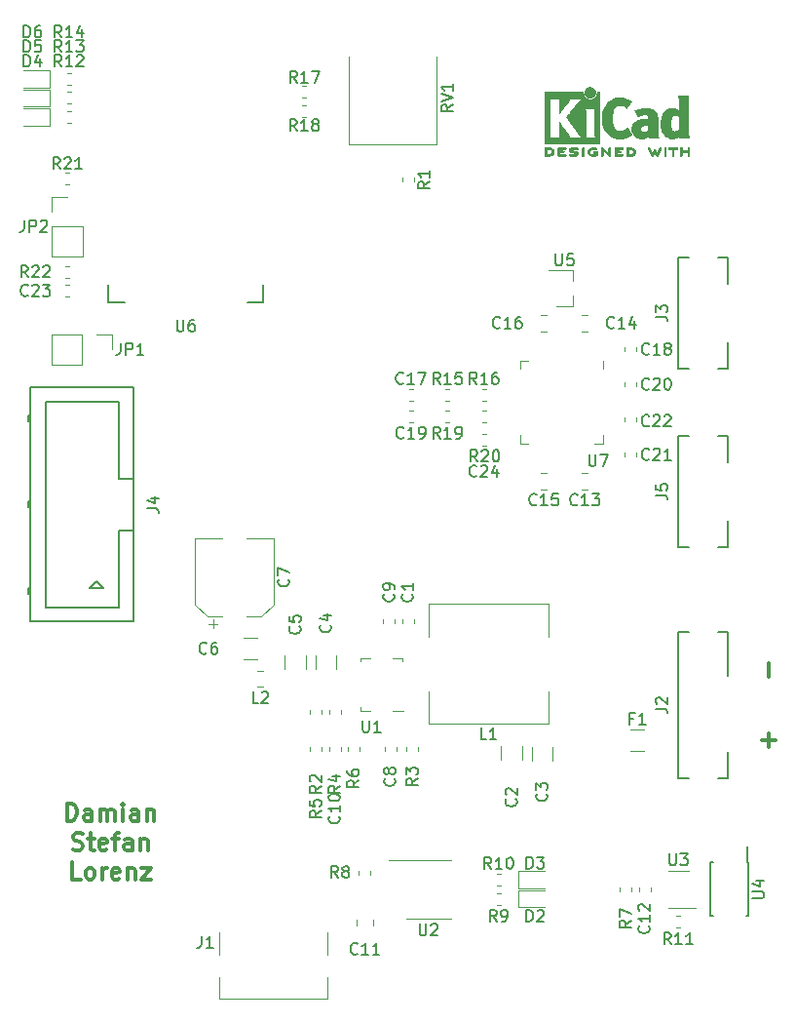
<source format=gbr>
G04 #@! TF.GenerationSoftware,KiCad,Pcbnew,(5.1.4)-1*
G04 #@! TF.CreationDate,2020-01-13T07:02:12+01:00*
G04 #@! TF.ProjectId,Skills,536b696c-6c73-42e6-9b69-6361645f7063,rev?*
G04 #@! TF.SameCoordinates,Original*
G04 #@! TF.FileFunction,Legend,Top*
G04 #@! TF.FilePolarity,Positive*
%FSLAX46Y46*%
G04 Gerber Fmt 4.6, Leading zero omitted, Abs format (unit mm)*
G04 Created by KiCad (PCBNEW (5.1.4)-1) date 2020-01-13 07:02:12*
%MOMM*%
%LPD*%
G04 APERTURE LIST*
%ADD10C,0.300000*%
%ADD11C,0.120000*%
%ADD12C,0.010000*%
%ADD13C,0.150000*%
%ADD14C,0.127000*%
G04 APERTURE END LIST*
D10*
X115677142Y-108902428D02*
X115677142Y-107759571D01*
X115677142Y-114998428D02*
X115677142Y-113855571D01*
X116248571Y-114427000D02*
X115105714Y-114427000D01*
X54714285Y-121428571D02*
X54714285Y-119928571D01*
X55071428Y-119928571D01*
X55285714Y-120000000D01*
X55428571Y-120142857D01*
X55500000Y-120285714D01*
X55571428Y-120571428D01*
X55571428Y-120785714D01*
X55500000Y-121071428D01*
X55428571Y-121214285D01*
X55285714Y-121357142D01*
X55071428Y-121428571D01*
X54714285Y-121428571D01*
X56857142Y-121428571D02*
X56857142Y-120642857D01*
X56785714Y-120500000D01*
X56642857Y-120428571D01*
X56357142Y-120428571D01*
X56214285Y-120500000D01*
X56857142Y-121357142D02*
X56714285Y-121428571D01*
X56357142Y-121428571D01*
X56214285Y-121357142D01*
X56142857Y-121214285D01*
X56142857Y-121071428D01*
X56214285Y-120928571D01*
X56357142Y-120857142D01*
X56714285Y-120857142D01*
X56857142Y-120785714D01*
X57571428Y-121428571D02*
X57571428Y-120428571D01*
X57571428Y-120571428D02*
X57642857Y-120500000D01*
X57785714Y-120428571D01*
X58000000Y-120428571D01*
X58142857Y-120500000D01*
X58214285Y-120642857D01*
X58214285Y-121428571D01*
X58214285Y-120642857D02*
X58285714Y-120500000D01*
X58428571Y-120428571D01*
X58642857Y-120428571D01*
X58785714Y-120500000D01*
X58857142Y-120642857D01*
X58857142Y-121428571D01*
X59571428Y-121428571D02*
X59571428Y-120428571D01*
X59571428Y-119928571D02*
X59500000Y-120000000D01*
X59571428Y-120071428D01*
X59642857Y-120000000D01*
X59571428Y-119928571D01*
X59571428Y-120071428D01*
X60928571Y-121428571D02*
X60928571Y-120642857D01*
X60857142Y-120500000D01*
X60714285Y-120428571D01*
X60428571Y-120428571D01*
X60285714Y-120500000D01*
X60928571Y-121357142D02*
X60785714Y-121428571D01*
X60428571Y-121428571D01*
X60285714Y-121357142D01*
X60214285Y-121214285D01*
X60214285Y-121071428D01*
X60285714Y-120928571D01*
X60428571Y-120857142D01*
X60785714Y-120857142D01*
X60928571Y-120785714D01*
X61642857Y-120428571D02*
X61642857Y-121428571D01*
X61642857Y-120571428D02*
X61714285Y-120500000D01*
X61857142Y-120428571D01*
X62071428Y-120428571D01*
X62214285Y-120500000D01*
X62285714Y-120642857D01*
X62285714Y-121428571D01*
X55214285Y-123907142D02*
X55428571Y-123978571D01*
X55785714Y-123978571D01*
X55928571Y-123907142D01*
X56000000Y-123835714D01*
X56071428Y-123692857D01*
X56071428Y-123550000D01*
X56000000Y-123407142D01*
X55928571Y-123335714D01*
X55785714Y-123264285D01*
X55500000Y-123192857D01*
X55357142Y-123121428D01*
X55285714Y-123050000D01*
X55214285Y-122907142D01*
X55214285Y-122764285D01*
X55285714Y-122621428D01*
X55357142Y-122550000D01*
X55500000Y-122478571D01*
X55857142Y-122478571D01*
X56071428Y-122550000D01*
X56500000Y-122978571D02*
X57071428Y-122978571D01*
X56714285Y-122478571D02*
X56714285Y-123764285D01*
X56785714Y-123907142D01*
X56928571Y-123978571D01*
X57071428Y-123978571D01*
X58142857Y-123907142D02*
X58000000Y-123978571D01*
X57714285Y-123978571D01*
X57571428Y-123907142D01*
X57500000Y-123764285D01*
X57500000Y-123192857D01*
X57571428Y-123050000D01*
X57714285Y-122978571D01*
X58000000Y-122978571D01*
X58142857Y-123050000D01*
X58214285Y-123192857D01*
X58214285Y-123335714D01*
X57500000Y-123478571D01*
X58642857Y-122978571D02*
X59214285Y-122978571D01*
X58857142Y-123978571D02*
X58857142Y-122692857D01*
X58928571Y-122550000D01*
X59071428Y-122478571D01*
X59214285Y-122478571D01*
X60357142Y-123978571D02*
X60357142Y-123192857D01*
X60285714Y-123050000D01*
X60142857Y-122978571D01*
X59857142Y-122978571D01*
X59714285Y-123050000D01*
X60357142Y-123907142D02*
X60214285Y-123978571D01*
X59857142Y-123978571D01*
X59714285Y-123907142D01*
X59642857Y-123764285D01*
X59642857Y-123621428D01*
X59714285Y-123478571D01*
X59857142Y-123407142D01*
X60214285Y-123407142D01*
X60357142Y-123335714D01*
X61071428Y-122978571D02*
X61071428Y-123978571D01*
X61071428Y-123121428D02*
X61142857Y-123050000D01*
X61285714Y-122978571D01*
X61500000Y-122978571D01*
X61642857Y-123050000D01*
X61714285Y-123192857D01*
X61714285Y-123978571D01*
X55892857Y-126528571D02*
X55178571Y-126528571D01*
X55178571Y-125028571D01*
X56607142Y-126528571D02*
X56464285Y-126457142D01*
X56392857Y-126385714D01*
X56321428Y-126242857D01*
X56321428Y-125814285D01*
X56392857Y-125671428D01*
X56464285Y-125600000D01*
X56607142Y-125528571D01*
X56821428Y-125528571D01*
X56964285Y-125600000D01*
X57035714Y-125671428D01*
X57107142Y-125814285D01*
X57107142Y-126242857D01*
X57035714Y-126385714D01*
X56964285Y-126457142D01*
X56821428Y-126528571D01*
X56607142Y-126528571D01*
X57750000Y-126528571D02*
X57750000Y-125528571D01*
X57750000Y-125814285D02*
X57821428Y-125671428D01*
X57892857Y-125600000D01*
X58035714Y-125528571D01*
X58178571Y-125528571D01*
X59250000Y-126457142D02*
X59107142Y-126528571D01*
X58821428Y-126528571D01*
X58678571Y-126457142D01*
X58607142Y-126314285D01*
X58607142Y-125742857D01*
X58678571Y-125600000D01*
X58821428Y-125528571D01*
X59107142Y-125528571D01*
X59250000Y-125600000D01*
X59321428Y-125742857D01*
X59321428Y-125885714D01*
X58607142Y-126028571D01*
X59964285Y-125528571D02*
X59964285Y-126528571D01*
X59964285Y-125671428D02*
X60035714Y-125600000D01*
X60178571Y-125528571D01*
X60392857Y-125528571D01*
X60535714Y-125600000D01*
X60607142Y-125742857D01*
X60607142Y-126528571D01*
X61178571Y-125528571D02*
X61964285Y-125528571D01*
X61178571Y-126528571D01*
X61964285Y-126528571D01*
D11*
X71758578Y-108390000D02*
X71241422Y-108390000D01*
X71758578Y-109810000D02*
X71241422Y-109810000D01*
X70047936Y-107410000D02*
X71252064Y-107410000D01*
X70047936Y-105590000D02*
X71252064Y-105590000D01*
D12*
G36*
X108717823Y-62980533D02*
G01*
X108749202Y-63002776D01*
X108776911Y-63030485D01*
X108776911Y-63339920D01*
X108776838Y-63431799D01*
X108776495Y-63503840D01*
X108775692Y-63558780D01*
X108774241Y-63599360D01*
X108771952Y-63628317D01*
X108768636Y-63648391D01*
X108764105Y-63662321D01*
X108758169Y-63672845D01*
X108753514Y-63679100D01*
X108722783Y-63703673D01*
X108687496Y-63706341D01*
X108655245Y-63691271D01*
X108644588Y-63682374D01*
X108637464Y-63670557D01*
X108633167Y-63651526D01*
X108630991Y-63620992D01*
X108630228Y-63574662D01*
X108630155Y-63538871D01*
X108630155Y-63404045D01*
X108133444Y-63404045D01*
X108133444Y-63526700D01*
X108132931Y-63582787D01*
X108130876Y-63621333D01*
X108126508Y-63647361D01*
X108119056Y-63665897D01*
X108110047Y-63679100D01*
X108079144Y-63703604D01*
X108044196Y-63706506D01*
X108010738Y-63689089D01*
X108001604Y-63679959D01*
X107995152Y-63667855D01*
X107990897Y-63649001D01*
X107988352Y-63619620D01*
X107987029Y-63575937D01*
X107986443Y-63514175D01*
X107986375Y-63500000D01*
X107985891Y-63383631D01*
X107985641Y-63287727D01*
X107985723Y-63210177D01*
X107986231Y-63148869D01*
X107987262Y-63101690D01*
X107988913Y-63066530D01*
X107991279Y-63041276D01*
X107994457Y-63023817D01*
X107998544Y-63012041D01*
X108003634Y-63003835D01*
X108009266Y-62997645D01*
X108041128Y-62977844D01*
X108074357Y-62980533D01*
X108105735Y-63002776D01*
X108118433Y-63017126D01*
X108126526Y-63032978D01*
X108131042Y-63055554D01*
X108133006Y-63090078D01*
X108133444Y-63141776D01*
X108133444Y-63257289D01*
X108630155Y-63257289D01*
X108630155Y-63138756D01*
X108630662Y-63084148D01*
X108632698Y-63047275D01*
X108637035Y-63023307D01*
X108644447Y-63007415D01*
X108652733Y-62997645D01*
X108684594Y-62977844D01*
X108717823Y-62980533D01*
X108717823Y-62980533D01*
G37*
X108717823Y-62980533D02*
X108749202Y-63002776D01*
X108776911Y-63030485D01*
X108776911Y-63339920D01*
X108776838Y-63431799D01*
X108776495Y-63503840D01*
X108775692Y-63558780D01*
X108774241Y-63599360D01*
X108771952Y-63628317D01*
X108768636Y-63648391D01*
X108764105Y-63662321D01*
X108758169Y-63672845D01*
X108753514Y-63679100D01*
X108722783Y-63703673D01*
X108687496Y-63706341D01*
X108655245Y-63691271D01*
X108644588Y-63682374D01*
X108637464Y-63670557D01*
X108633167Y-63651526D01*
X108630991Y-63620992D01*
X108630228Y-63574662D01*
X108630155Y-63538871D01*
X108630155Y-63404045D01*
X108133444Y-63404045D01*
X108133444Y-63526700D01*
X108132931Y-63582787D01*
X108130876Y-63621333D01*
X108126508Y-63647361D01*
X108119056Y-63665897D01*
X108110047Y-63679100D01*
X108079144Y-63703604D01*
X108044196Y-63706506D01*
X108010738Y-63689089D01*
X108001604Y-63679959D01*
X107995152Y-63667855D01*
X107990897Y-63649001D01*
X107988352Y-63619620D01*
X107987029Y-63575937D01*
X107986443Y-63514175D01*
X107986375Y-63500000D01*
X107985891Y-63383631D01*
X107985641Y-63287727D01*
X107985723Y-63210177D01*
X107986231Y-63148869D01*
X107987262Y-63101690D01*
X107988913Y-63066530D01*
X107991279Y-63041276D01*
X107994457Y-63023817D01*
X107998544Y-63012041D01*
X108003634Y-63003835D01*
X108009266Y-62997645D01*
X108041128Y-62977844D01*
X108074357Y-62980533D01*
X108105735Y-63002776D01*
X108118433Y-63017126D01*
X108126526Y-63032978D01*
X108131042Y-63055554D01*
X108133006Y-63090078D01*
X108133444Y-63141776D01*
X108133444Y-63257289D01*
X108630155Y-63257289D01*
X108630155Y-63138756D01*
X108630662Y-63084148D01*
X108632698Y-63047275D01*
X108637035Y-63023307D01*
X108644447Y-63007415D01*
X108652733Y-62997645D01*
X108684594Y-62977844D01*
X108717823Y-62980533D01*
G36*
X107452065Y-62975163D02*
G01*
X107530772Y-62975542D01*
X107591863Y-62976333D01*
X107637817Y-62977670D01*
X107671114Y-62979683D01*
X107694236Y-62982506D01*
X107709662Y-62986269D01*
X107719871Y-62991105D01*
X107724813Y-62994822D01*
X107750457Y-63027358D01*
X107753559Y-63061138D01*
X107737711Y-63091826D01*
X107727348Y-63104089D01*
X107716196Y-63112450D01*
X107700035Y-63117657D01*
X107674642Y-63120457D01*
X107635798Y-63121596D01*
X107579280Y-63121821D01*
X107568180Y-63121822D01*
X107422244Y-63121822D01*
X107422244Y-63392756D01*
X107422148Y-63478154D01*
X107421711Y-63543864D01*
X107420712Y-63592774D01*
X107418928Y-63627773D01*
X107416137Y-63651749D01*
X107412117Y-63667593D01*
X107406645Y-63678191D01*
X107399666Y-63686267D01*
X107366734Y-63706112D01*
X107332354Y-63704548D01*
X107301176Y-63681906D01*
X107298886Y-63679100D01*
X107291429Y-63668492D01*
X107285747Y-63656081D01*
X107281601Y-63638850D01*
X107278750Y-63613784D01*
X107276954Y-63577867D01*
X107275972Y-63528083D01*
X107275564Y-63461417D01*
X107275489Y-63385589D01*
X107275489Y-63121822D01*
X107136127Y-63121822D01*
X107076322Y-63121418D01*
X107034918Y-63119840D01*
X107007748Y-63116547D01*
X106990646Y-63110992D01*
X106979443Y-63102631D01*
X106978083Y-63101178D01*
X106961725Y-63067939D01*
X106963172Y-63030362D01*
X106981978Y-62997645D01*
X106989250Y-62991298D01*
X106998627Y-62986266D01*
X107012609Y-62982396D01*
X107033696Y-62979537D01*
X107064389Y-62977535D01*
X107107189Y-62976239D01*
X107164595Y-62975498D01*
X107239110Y-62975158D01*
X107333233Y-62975068D01*
X107353260Y-62975067D01*
X107452065Y-62975163D01*
X107452065Y-62975163D01*
G37*
X107452065Y-62975163D02*
X107530772Y-62975542D01*
X107591863Y-62976333D01*
X107637817Y-62977670D01*
X107671114Y-62979683D01*
X107694236Y-62982506D01*
X107709662Y-62986269D01*
X107719871Y-62991105D01*
X107724813Y-62994822D01*
X107750457Y-63027358D01*
X107753559Y-63061138D01*
X107737711Y-63091826D01*
X107727348Y-63104089D01*
X107716196Y-63112450D01*
X107700035Y-63117657D01*
X107674642Y-63120457D01*
X107635798Y-63121596D01*
X107579280Y-63121821D01*
X107568180Y-63121822D01*
X107422244Y-63121822D01*
X107422244Y-63392756D01*
X107422148Y-63478154D01*
X107421711Y-63543864D01*
X107420712Y-63592774D01*
X107418928Y-63627773D01*
X107416137Y-63651749D01*
X107412117Y-63667593D01*
X107406645Y-63678191D01*
X107399666Y-63686267D01*
X107366734Y-63706112D01*
X107332354Y-63704548D01*
X107301176Y-63681906D01*
X107298886Y-63679100D01*
X107291429Y-63668492D01*
X107285747Y-63656081D01*
X107281601Y-63638850D01*
X107278750Y-63613784D01*
X107276954Y-63577867D01*
X107275972Y-63528083D01*
X107275564Y-63461417D01*
X107275489Y-63385589D01*
X107275489Y-63121822D01*
X107136127Y-63121822D01*
X107076322Y-63121418D01*
X107034918Y-63119840D01*
X107007748Y-63116547D01*
X106990646Y-63110992D01*
X106979443Y-63102631D01*
X106978083Y-63101178D01*
X106961725Y-63067939D01*
X106963172Y-63030362D01*
X106981978Y-62997645D01*
X106989250Y-62991298D01*
X106998627Y-62986266D01*
X107012609Y-62982396D01*
X107033696Y-62979537D01*
X107064389Y-62977535D01*
X107107189Y-62976239D01*
X107164595Y-62975498D01*
X107239110Y-62975158D01*
X107333233Y-62975068D01*
X107353260Y-62975067D01*
X107452065Y-62975163D01*
G36*
X106677614Y-62981877D02*
G01*
X106701327Y-62996647D01*
X106727978Y-63018227D01*
X106727978Y-63339773D01*
X106727893Y-63433830D01*
X106727529Y-63507932D01*
X106726724Y-63564704D01*
X106725313Y-63606768D01*
X106723133Y-63636748D01*
X106720021Y-63657267D01*
X106715814Y-63670949D01*
X106710348Y-63680416D01*
X106706472Y-63685082D01*
X106675034Y-63705575D01*
X106639233Y-63704739D01*
X106607873Y-63687264D01*
X106581222Y-63665684D01*
X106581222Y-63018227D01*
X106607873Y-62996647D01*
X106633594Y-62980949D01*
X106654600Y-62975067D01*
X106677614Y-62981877D01*
X106677614Y-62981877D01*
G37*
X106677614Y-62981877D02*
X106701327Y-62996647D01*
X106727978Y-63018227D01*
X106727978Y-63339773D01*
X106727893Y-63433830D01*
X106727529Y-63507932D01*
X106726724Y-63564704D01*
X106725313Y-63606768D01*
X106723133Y-63636748D01*
X106720021Y-63657267D01*
X106715814Y-63670949D01*
X106710348Y-63680416D01*
X106706472Y-63685082D01*
X106675034Y-63705575D01*
X106639233Y-63704739D01*
X106607873Y-63687264D01*
X106581222Y-63665684D01*
X106581222Y-63018227D01*
X106607873Y-62996647D01*
X106633594Y-62980949D01*
X106654600Y-62975067D01*
X106677614Y-62981877D01*
G36*
X106233665Y-62977034D02*
G01*
X106253255Y-62984035D01*
X106254010Y-62984377D01*
X106280613Y-63004678D01*
X106295270Y-63025561D01*
X106298138Y-63035352D01*
X106297996Y-63048361D01*
X106293961Y-63066895D01*
X106285146Y-63093257D01*
X106270669Y-63129752D01*
X106249645Y-63178687D01*
X106221188Y-63242365D01*
X106184415Y-63323093D01*
X106164175Y-63367216D01*
X106127625Y-63445985D01*
X106093315Y-63518423D01*
X106062552Y-63581880D01*
X106036648Y-63633708D01*
X106016910Y-63671259D01*
X106004650Y-63691884D01*
X106002224Y-63694733D01*
X105971183Y-63707302D01*
X105936121Y-63705619D01*
X105908000Y-63690332D01*
X105906854Y-63689089D01*
X105895668Y-63672154D01*
X105876904Y-63639170D01*
X105852875Y-63594380D01*
X105825897Y-63542032D01*
X105816201Y-63522742D01*
X105743014Y-63376150D01*
X105663240Y-63535393D01*
X105634767Y-63590415D01*
X105608350Y-63638132D01*
X105586148Y-63674893D01*
X105570319Y-63697044D01*
X105564954Y-63701741D01*
X105523257Y-63708102D01*
X105488849Y-63694733D01*
X105478728Y-63680446D01*
X105461214Y-63648692D01*
X105437735Y-63602597D01*
X105409720Y-63545285D01*
X105378599Y-63479880D01*
X105345799Y-63409507D01*
X105312750Y-63337291D01*
X105280881Y-63266355D01*
X105251619Y-63199825D01*
X105226395Y-63140826D01*
X105206636Y-63092481D01*
X105193772Y-63057915D01*
X105189231Y-63040253D01*
X105189277Y-63039613D01*
X105200326Y-63017388D01*
X105222410Y-62994753D01*
X105223710Y-62993768D01*
X105250853Y-62978425D01*
X105275958Y-62978574D01*
X105285368Y-62981466D01*
X105296834Y-62987718D01*
X105309010Y-63000014D01*
X105323357Y-63020908D01*
X105341336Y-63052949D01*
X105364407Y-63098688D01*
X105394030Y-63160677D01*
X105420745Y-63217898D01*
X105451480Y-63284226D01*
X105479021Y-63343874D01*
X105501938Y-63393725D01*
X105518798Y-63430664D01*
X105528173Y-63451573D01*
X105529540Y-63454845D01*
X105535689Y-63449497D01*
X105549822Y-63427109D01*
X105570057Y-63390946D01*
X105594515Y-63344277D01*
X105604248Y-63325022D01*
X105637217Y-63260004D01*
X105662643Y-63212654D01*
X105682612Y-63180219D01*
X105699210Y-63159946D01*
X105714524Y-63149082D01*
X105730640Y-63144875D01*
X105741143Y-63144400D01*
X105759670Y-63146042D01*
X105775904Y-63152831D01*
X105792035Y-63167566D01*
X105810251Y-63193044D01*
X105832739Y-63232061D01*
X105861689Y-63287414D01*
X105877662Y-63318903D01*
X105903570Y-63369087D01*
X105926167Y-63410704D01*
X105943458Y-63440242D01*
X105953450Y-63454189D01*
X105954809Y-63454770D01*
X105961261Y-63443793D01*
X105975708Y-63415290D01*
X105996703Y-63372244D01*
X106022797Y-63317638D01*
X106052546Y-63254454D01*
X106067180Y-63223071D01*
X106105250Y-63142078D01*
X106135905Y-63079756D01*
X106160737Y-63034071D01*
X106181337Y-63002989D01*
X106199298Y-62984478D01*
X106216210Y-62976504D01*
X106233665Y-62977034D01*
X106233665Y-62977034D01*
G37*
X106233665Y-62977034D02*
X106253255Y-62984035D01*
X106254010Y-62984377D01*
X106280613Y-63004678D01*
X106295270Y-63025561D01*
X106298138Y-63035352D01*
X106297996Y-63048361D01*
X106293961Y-63066895D01*
X106285146Y-63093257D01*
X106270669Y-63129752D01*
X106249645Y-63178687D01*
X106221188Y-63242365D01*
X106184415Y-63323093D01*
X106164175Y-63367216D01*
X106127625Y-63445985D01*
X106093315Y-63518423D01*
X106062552Y-63581880D01*
X106036648Y-63633708D01*
X106016910Y-63671259D01*
X106004650Y-63691884D01*
X106002224Y-63694733D01*
X105971183Y-63707302D01*
X105936121Y-63705619D01*
X105908000Y-63690332D01*
X105906854Y-63689089D01*
X105895668Y-63672154D01*
X105876904Y-63639170D01*
X105852875Y-63594380D01*
X105825897Y-63542032D01*
X105816201Y-63522742D01*
X105743014Y-63376150D01*
X105663240Y-63535393D01*
X105634767Y-63590415D01*
X105608350Y-63638132D01*
X105586148Y-63674893D01*
X105570319Y-63697044D01*
X105564954Y-63701741D01*
X105523257Y-63708102D01*
X105488849Y-63694733D01*
X105478728Y-63680446D01*
X105461214Y-63648692D01*
X105437735Y-63602597D01*
X105409720Y-63545285D01*
X105378599Y-63479880D01*
X105345799Y-63409507D01*
X105312750Y-63337291D01*
X105280881Y-63266355D01*
X105251619Y-63199825D01*
X105226395Y-63140826D01*
X105206636Y-63092481D01*
X105193772Y-63057915D01*
X105189231Y-63040253D01*
X105189277Y-63039613D01*
X105200326Y-63017388D01*
X105222410Y-62994753D01*
X105223710Y-62993768D01*
X105250853Y-62978425D01*
X105275958Y-62978574D01*
X105285368Y-62981466D01*
X105296834Y-62987718D01*
X105309010Y-63000014D01*
X105323357Y-63020908D01*
X105341336Y-63052949D01*
X105364407Y-63098688D01*
X105394030Y-63160677D01*
X105420745Y-63217898D01*
X105451480Y-63284226D01*
X105479021Y-63343874D01*
X105501938Y-63393725D01*
X105518798Y-63430664D01*
X105528173Y-63451573D01*
X105529540Y-63454845D01*
X105535689Y-63449497D01*
X105549822Y-63427109D01*
X105570057Y-63390946D01*
X105594515Y-63344277D01*
X105604248Y-63325022D01*
X105637217Y-63260004D01*
X105662643Y-63212654D01*
X105682612Y-63180219D01*
X105699210Y-63159946D01*
X105714524Y-63149082D01*
X105730640Y-63144875D01*
X105741143Y-63144400D01*
X105759670Y-63146042D01*
X105775904Y-63152831D01*
X105792035Y-63167566D01*
X105810251Y-63193044D01*
X105832739Y-63232061D01*
X105861689Y-63287414D01*
X105877662Y-63318903D01*
X105903570Y-63369087D01*
X105926167Y-63410704D01*
X105943458Y-63440242D01*
X105953450Y-63454189D01*
X105954809Y-63454770D01*
X105961261Y-63443793D01*
X105975708Y-63415290D01*
X105996703Y-63372244D01*
X106022797Y-63317638D01*
X106052546Y-63254454D01*
X106067180Y-63223071D01*
X106105250Y-63142078D01*
X106135905Y-63079756D01*
X106160737Y-63034071D01*
X106181337Y-63002989D01*
X106199298Y-62984478D01*
X106216210Y-62976504D01*
X106233665Y-62977034D01*
G36*
X103507309Y-62975275D02*
G01*
X103636288Y-62979636D01*
X103745991Y-62992861D01*
X103838226Y-63015741D01*
X103914802Y-63049070D01*
X103977527Y-63093638D01*
X104028212Y-63150236D01*
X104068663Y-63219658D01*
X104069459Y-63221351D01*
X104093601Y-63283483D01*
X104102203Y-63338509D01*
X104095231Y-63393887D01*
X104072654Y-63457073D01*
X104068372Y-63466689D01*
X104039172Y-63522966D01*
X104006356Y-63566451D01*
X103964002Y-63603417D01*
X103906190Y-63640135D01*
X103902831Y-63642052D01*
X103852504Y-63666227D01*
X103795621Y-63684282D01*
X103728527Y-63696839D01*
X103647565Y-63704522D01*
X103549082Y-63707953D01*
X103514286Y-63708251D01*
X103348594Y-63708845D01*
X103325197Y-63679100D01*
X103318257Y-63669319D01*
X103312842Y-63657897D01*
X103308765Y-63642095D01*
X103305837Y-63619175D01*
X103303867Y-63586396D01*
X103303225Y-63562089D01*
X103459844Y-63562089D01*
X103553726Y-63562089D01*
X103608664Y-63560483D01*
X103665060Y-63556255D01*
X103711345Y-63550292D01*
X103714139Y-63549790D01*
X103796348Y-63527736D01*
X103860114Y-63494600D01*
X103907452Y-63448847D01*
X103940382Y-63388939D01*
X103946108Y-63373061D01*
X103951721Y-63348333D01*
X103949291Y-63323902D01*
X103937467Y-63291400D01*
X103930340Y-63275434D01*
X103907000Y-63233006D01*
X103878880Y-63203240D01*
X103847940Y-63182511D01*
X103785966Y-63155537D01*
X103706651Y-63135998D01*
X103614253Y-63124746D01*
X103547333Y-63122270D01*
X103459844Y-63121822D01*
X103459844Y-63562089D01*
X103303225Y-63562089D01*
X103302668Y-63541021D01*
X103302050Y-63480311D01*
X103301825Y-63401526D01*
X103301800Y-63339920D01*
X103301800Y-63030485D01*
X103329509Y-63002776D01*
X103341806Y-62991544D01*
X103355103Y-62983853D01*
X103373672Y-62979040D01*
X103401786Y-62976446D01*
X103443717Y-62975410D01*
X103503737Y-62975270D01*
X103507309Y-62975275D01*
X103507309Y-62975275D01*
G37*
X103507309Y-62975275D02*
X103636288Y-62979636D01*
X103745991Y-62992861D01*
X103838226Y-63015741D01*
X103914802Y-63049070D01*
X103977527Y-63093638D01*
X104028212Y-63150236D01*
X104068663Y-63219658D01*
X104069459Y-63221351D01*
X104093601Y-63283483D01*
X104102203Y-63338509D01*
X104095231Y-63393887D01*
X104072654Y-63457073D01*
X104068372Y-63466689D01*
X104039172Y-63522966D01*
X104006356Y-63566451D01*
X103964002Y-63603417D01*
X103906190Y-63640135D01*
X103902831Y-63642052D01*
X103852504Y-63666227D01*
X103795621Y-63684282D01*
X103728527Y-63696839D01*
X103647565Y-63704522D01*
X103549082Y-63707953D01*
X103514286Y-63708251D01*
X103348594Y-63708845D01*
X103325197Y-63679100D01*
X103318257Y-63669319D01*
X103312842Y-63657897D01*
X103308765Y-63642095D01*
X103305837Y-63619175D01*
X103303867Y-63586396D01*
X103303225Y-63562089D01*
X103459844Y-63562089D01*
X103553726Y-63562089D01*
X103608664Y-63560483D01*
X103665060Y-63556255D01*
X103711345Y-63550292D01*
X103714139Y-63549790D01*
X103796348Y-63527736D01*
X103860114Y-63494600D01*
X103907452Y-63448847D01*
X103940382Y-63388939D01*
X103946108Y-63373061D01*
X103951721Y-63348333D01*
X103949291Y-63323902D01*
X103937467Y-63291400D01*
X103930340Y-63275434D01*
X103907000Y-63233006D01*
X103878880Y-63203240D01*
X103847940Y-63182511D01*
X103785966Y-63155537D01*
X103706651Y-63135998D01*
X103614253Y-63124746D01*
X103547333Y-63122270D01*
X103459844Y-63121822D01*
X103459844Y-63562089D01*
X103303225Y-63562089D01*
X103302668Y-63541021D01*
X103302050Y-63480311D01*
X103301825Y-63401526D01*
X103301800Y-63339920D01*
X103301800Y-63030485D01*
X103329509Y-63002776D01*
X103341806Y-62991544D01*
X103355103Y-62983853D01*
X103373672Y-62979040D01*
X103401786Y-62976446D01*
X103443717Y-62975410D01*
X103503737Y-62975270D01*
X103507309Y-62975275D01*
G36*
X102719343Y-62975260D02*
G01*
X102795701Y-62976174D01*
X102854217Y-62978311D01*
X102897255Y-62982175D01*
X102927183Y-62988267D01*
X102946368Y-62997090D01*
X102957176Y-63009146D01*
X102961973Y-63024939D01*
X102963127Y-63044970D01*
X102963133Y-63047335D01*
X102962131Y-63069992D01*
X102957396Y-63087503D01*
X102946333Y-63100574D01*
X102926348Y-63109913D01*
X102894846Y-63116227D01*
X102849232Y-63120222D01*
X102786913Y-63122606D01*
X102705293Y-63124086D01*
X102680277Y-63124414D01*
X102438200Y-63127467D01*
X102434814Y-63192378D01*
X102431429Y-63257289D01*
X102599576Y-63257289D01*
X102665266Y-63257531D01*
X102712172Y-63258556D01*
X102744083Y-63260811D01*
X102764791Y-63264742D01*
X102778084Y-63270798D01*
X102787755Y-63279424D01*
X102787817Y-63279493D01*
X102805356Y-63313112D01*
X102804722Y-63349448D01*
X102786314Y-63380423D01*
X102782671Y-63383607D01*
X102769741Y-63391812D01*
X102752024Y-63397521D01*
X102725570Y-63401162D01*
X102686432Y-63403167D01*
X102630662Y-63403964D01*
X102594994Y-63404045D01*
X102432555Y-63404045D01*
X102432555Y-63562089D01*
X102679161Y-63562089D01*
X102760580Y-63562231D01*
X102822410Y-63562814D01*
X102867637Y-63564068D01*
X102899248Y-63566227D01*
X102920231Y-63569523D01*
X102933573Y-63574189D01*
X102942261Y-63580457D01*
X102944450Y-63582733D01*
X102960614Y-63614280D01*
X102961797Y-63650168D01*
X102948536Y-63681285D01*
X102938043Y-63691271D01*
X102927129Y-63696769D01*
X102910217Y-63701022D01*
X102884633Y-63704180D01*
X102847701Y-63706392D01*
X102796746Y-63707806D01*
X102729094Y-63708572D01*
X102642069Y-63708838D01*
X102622394Y-63708845D01*
X102533911Y-63708787D01*
X102465227Y-63708467D01*
X102413564Y-63707667D01*
X102376145Y-63706167D01*
X102350190Y-63703749D01*
X102332922Y-63700194D01*
X102321562Y-63695282D01*
X102313332Y-63688795D01*
X102308817Y-63684138D01*
X102302021Y-63675889D01*
X102296712Y-63665669D01*
X102292706Y-63650800D01*
X102289821Y-63628602D01*
X102287874Y-63596393D01*
X102286681Y-63551496D01*
X102286061Y-63491228D01*
X102285829Y-63412911D01*
X102285800Y-63346994D01*
X102285871Y-63254628D01*
X102286208Y-63182117D01*
X102286998Y-63126737D01*
X102288426Y-63085765D01*
X102290679Y-63056478D01*
X102293943Y-63036153D01*
X102298404Y-63022066D01*
X102304248Y-63011495D01*
X102309197Y-63004811D01*
X102332594Y-62975067D01*
X102622774Y-62975067D01*
X102719343Y-62975260D01*
X102719343Y-62975260D01*
G37*
X102719343Y-62975260D02*
X102795701Y-62976174D01*
X102854217Y-62978311D01*
X102897255Y-62982175D01*
X102927183Y-62988267D01*
X102946368Y-62997090D01*
X102957176Y-63009146D01*
X102961973Y-63024939D01*
X102963127Y-63044970D01*
X102963133Y-63047335D01*
X102962131Y-63069992D01*
X102957396Y-63087503D01*
X102946333Y-63100574D01*
X102926348Y-63109913D01*
X102894846Y-63116227D01*
X102849232Y-63120222D01*
X102786913Y-63122606D01*
X102705293Y-63124086D01*
X102680277Y-63124414D01*
X102438200Y-63127467D01*
X102434814Y-63192378D01*
X102431429Y-63257289D01*
X102599576Y-63257289D01*
X102665266Y-63257531D01*
X102712172Y-63258556D01*
X102744083Y-63260811D01*
X102764791Y-63264742D01*
X102778084Y-63270798D01*
X102787755Y-63279424D01*
X102787817Y-63279493D01*
X102805356Y-63313112D01*
X102804722Y-63349448D01*
X102786314Y-63380423D01*
X102782671Y-63383607D01*
X102769741Y-63391812D01*
X102752024Y-63397521D01*
X102725570Y-63401162D01*
X102686432Y-63403167D01*
X102630662Y-63403964D01*
X102594994Y-63404045D01*
X102432555Y-63404045D01*
X102432555Y-63562089D01*
X102679161Y-63562089D01*
X102760580Y-63562231D01*
X102822410Y-63562814D01*
X102867637Y-63564068D01*
X102899248Y-63566227D01*
X102920231Y-63569523D01*
X102933573Y-63574189D01*
X102942261Y-63580457D01*
X102944450Y-63582733D01*
X102960614Y-63614280D01*
X102961797Y-63650168D01*
X102948536Y-63681285D01*
X102938043Y-63691271D01*
X102927129Y-63696769D01*
X102910217Y-63701022D01*
X102884633Y-63704180D01*
X102847701Y-63706392D01*
X102796746Y-63707806D01*
X102729094Y-63708572D01*
X102642069Y-63708838D01*
X102622394Y-63708845D01*
X102533911Y-63708787D01*
X102465227Y-63708467D01*
X102413564Y-63707667D01*
X102376145Y-63706167D01*
X102350190Y-63703749D01*
X102332922Y-63700194D01*
X102321562Y-63695282D01*
X102313332Y-63688795D01*
X102308817Y-63684138D01*
X102302021Y-63675889D01*
X102296712Y-63665669D01*
X102292706Y-63650800D01*
X102289821Y-63628602D01*
X102287874Y-63596393D01*
X102286681Y-63551496D01*
X102286061Y-63491228D01*
X102285829Y-63412911D01*
X102285800Y-63346994D01*
X102285871Y-63254628D01*
X102286208Y-63182117D01*
X102286998Y-63126737D01*
X102288426Y-63085765D01*
X102290679Y-63056478D01*
X102293943Y-63036153D01*
X102298404Y-63022066D01*
X102304248Y-63011495D01*
X102309197Y-63004811D01*
X102332594Y-62975067D01*
X102622774Y-62975067D01*
X102719343Y-62975260D01*
G36*
X101188886Y-62979448D02*
G01*
X101212452Y-62993273D01*
X101243265Y-63015881D01*
X101282922Y-63048338D01*
X101333020Y-63091708D01*
X101395157Y-63147058D01*
X101470928Y-63215451D01*
X101557666Y-63294084D01*
X101738289Y-63457878D01*
X101743933Y-63238029D01*
X101745971Y-63162351D01*
X101747937Y-63105994D01*
X101750266Y-63065706D01*
X101753394Y-63038235D01*
X101757755Y-63020329D01*
X101763784Y-63008737D01*
X101771916Y-63000208D01*
X101776228Y-62996623D01*
X101810759Y-62977670D01*
X101843617Y-62980441D01*
X101869682Y-62996633D01*
X101896333Y-63018199D01*
X101899648Y-63333151D01*
X101900565Y-63425779D01*
X101901032Y-63498544D01*
X101900887Y-63554161D01*
X101899968Y-63595342D01*
X101898113Y-63624803D01*
X101895161Y-63645255D01*
X101890950Y-63659413D01*
X101885318Y-63669991D01*
X101879073Y-63678474D01*
X101865561Y-63694207D01*
X101852117Y-63704636D01*
X101836876Y-63708639D01*
X101817974Y-63705094D01*
X101793545Y-63692879D01*
X101761727Y-63670871D01*
X101720652Y-63637949D01*
X101668458Y-63592991D01*
X101603278Y-63534875D01*
X101529444Y-63468099D01*
X101264155Y-63227458D01*
X101258511Y-63446589D01*
X101256469Y-63522128D01*
X101254498Y-63578354D01*
X101252161Y-63618524D01*
X101249019Y-63645896D01*
X101244636Y-63663728D01*
X101238576Y-63675279D01*
X101230400Y-63683807D01*
X101226216Y-63687282D01*
X101189235Y-63706372D01*
X101154292Y-63703493D01*
X101123864Y-63679100D01*
X101116903Y-63669286D01*
X101111477Y-63657826D01*
X101107397Y-63641968D01*
X101104471Y-63618963D01*
X101102508Y-63586062D01*
X101101317Y-63540516D01*
X101100708Y-63479573D01*
X101100489Y-63400486D01*
X101100466Y-63341956D01*
X101100540Y-63250407D01*
X101100887Y-63178687D01*
X101101699Y-63124045D01*
X101103167Y-63083732D01*
X101105481Y-63054998D01*
X101108833Y-63035093D01*
X101113412Y-63021268D01*
X101119411Y-63010772D01*
X101123864Y-63004811D01*
X101135150Y-62990691D01*
X101145699Y-62980029D01*
X101157107Y-62973892D01*
X101170970Y-62973343D01*
X101188886Y-62979448D01*
X101188886Y-62979448D01*
G37*
X101188886Y-62979448D02*
X101212452Y-62993273D01*
X101243265Y-63015881D01*
X101282922Y-63048338D01*
X101333020Y-63091708D01*
X101395157Y-63147058D01*
X101470928Y-63215451D01*
X101557666Y-63294084D01*
X101738289Y-63457878D01*
X101743933Y-63238029D01*
X101745971Y-63162351D01*
X101747937Y-63105994D01*
X101750266Y-63065706D01*
X101753394Y-63038235D01*
X101757755Y-63020329D01*
X101763784Y-63008737D01*
X101771916Y-63000208D01*
X101776228Y-62996623D01*
X101810759Y-62977670D01*
X101843617Y-62980441D01*
X101869682Y-62996633D01*
X101896333Y-63018199D01*
X101899648Y-63333151D01*
X101900565Y-63425779D01*
X101901032Y-63498544D01*
X101900887Y-63554161D01*
X101899968Y-63595342D01*
X101898113Y-63624803D01*
X101895161Y-63645255D01*
X101890950Y-63659413D01*
X101885318Y-63669991D01*
X101879073Y-63678474D01*
X101865561Y-63694207D01*
X101852117Y-63704636D01*
X101836876Y-63708639D01*
X101817974Y-63705094D01*
X101793545Y-63692879D01*
X101761727Y-63670871D01*
X101720652Y-63637949D01*
X101668458Y-63592991D01*
X101603278Y-63534875D01*
X101529444Y-63468099D01*
X101264155Y-63227458D01*
X101258511Y-63446589D01*
X101256469Y-63522128D01*
X101254498Y-63578354D01*
X101252161Y-63618524D01*
X101249019Y-63645896D01*
X101244636Y-63663728D01*
X101238576Y-63675279D01*
X101230400Y-63683807D01*
X101226216Y-63687282D01*
X101189235Y-63706372D01*
X101154292Y-63703493D01*
X101123864Y-63679100D01*
X101116903Y-63669286D01*
X101111477Y-63657826D01*
X101107397Y-63641968D01*
X101104471Y-63618963D01*
X101102508Y-63586062D01*
X101101317Y-63540516D01*
X101100708Y-63479573D01*
X101100489Y-63400486D01*
X101100466Y-63341956D01*
X101100540Y-63250407D01*
X101100887Y-63178687D01*
X101101699Y-63124045D01*
X101103167Y-63083732D01*
X101105481Y-63054998D01*
X101108833Y-63035093D01*
X101113412Y-63021268D01*
X101119411Y-63010772D01*
X101123864Y-63004811D01*
X101135150Y-62990691D01*
X101145699Y-62980029D01*
X101157107Y-62973892D01*
X101170970Y-62973343D01*
X101188886Y-62979448D01*
G36*
X100538919Y-62980599D02*
G01*
X100607435Y-62992095D01*
X100660057Y-63009967D01*
X100694292Y-63033499D01*
X100703621Y-63046924D01*
X100713107Y-63078148D01*
X100706723Y-63106395D01*
X100686570Y-63133182D01*
X100655255Y-63145713D01*
X100609817Y-63144696D01*
X100574674Y-63137906D01*
X100496581Y-63124971D01*
X100416774Y-63123742D01*
X100327445Y-63134241D01*
X100302771Y-63138690D01*
X100219709Y-63162108D01*
X100154727Y-63196945D01*
X100108539Y-63242604D01*
X100081855Y-63298494D01*
X100076337Y-63327388D01*
X100079949Y-63386012D01*
X100103271Y-63437879D01*
X100144176Y-63481978D01*
X100200541Y-63517299D01*
X100270240Y-63542829D01*
X100351148Y-63557559D01*
X100441140Y-63560478D01*
X100538090Y-63550575D01*
X100543564Y-63549641D01*
X100582125Y-63542459D01*
X100603506Y-63535521D01*
X100612773Y-63525227D01*
X100614994Y-63507976D01*
X100615044Y-63498841D01*
X100615044Y-63460489D01*
X100546569Y-63460489D01*
X100486100Y-63456347D01*
X100444835Y-63443147D01*
X100420825Y-63419730D01*
X100412123Y-63384936D01*
X100412017Y-63380394D01*
X100417108Y-63350654D01*
X100434567Y-63329419D01*
X100467061Y-63315366D01*
X100517257Y-63307173D01*
X100565877Y-63304161D01*
X100636544Y-63302433D01*
X100687802Y-63305070D01*
X100722761Y-63314800D01*
X100744530Y-63334353D01*
X100756220Y-63366456D01*
X100760940Y-63413838D01*
X100761800Y-63476071D01*
X100760391Y-63545535D01*
X100756152Y-63592786D01*
X100749064Y-63618012D01*
X100747689Y-63619988D01*
X100708772Y-63651508D01*
X100651714Y-63676470D01*
X100580131Y-63694340D01*
X100497642Y-63704586D01*
X100407861Y-63706673D01*
X100314408Y-63700068D01*
X100259444Y-63691956D01*
X100173234Y-63667554D01*
X100093108Y-63627662D01*
X100026023Y-63575887D01*
X100015827Y-63565539D01*
X99982698Y-63522035D01*
X99952806Y-63468118D01*
X99929643Y-63411592D01*
X99916702Y-63360259D01*
X99915142Y-63340544D01*
X99921782Y-63299419D01*
X99939432Y-63248252D01*
X99964703Y-63194394D01*
X99994211Y-63145195D01*
X100020281Y-63112334D01*
X100081235Y-63063452D01*
X100160031Y-63024545D01*
X100253843Y-62996494D01*
X100359850Y-62980179D01*
X100457000Y-62976192D01*
X100538919Y-62980599D01*
X100538919Y-62980599D01*
G37*
X100538919Y-62980599D02*
X100607435Y-62992095D01*
X100660057Y-63009967D01*
X100694292Y-63033499D01*
X100703621Y-63046924D01*
X100713107Y-63078148D01*
X100706723Y-63106395D01*
X100686570Y-63133182D01*
X100655255Y-63145713D01*
X100609817Y-63144696D01*
X100574674Y-63137906D01*
X100496581Y-63124971D01*
X100416774Y-63123742D01*
X100327445Y-63134241D01*
X100302771Y-63138690D01*
X100219709Y-63162108D01*
X100154727Y-63196945D01*
X100108539Y-63242604D01*
X100081855Y-63298494D01*
X100076337Y-63327388D01*
X100079949Y-63386012D01*
X100103271Y-63437879D01*
X100144176Y-63481978D01*
X100200541Y-63517299D01*
X100270240Y-63542829D01*
X100351148Y-63557559D01*
X100441140Y-63560478D01*
X100538090Y-63550575D01*
X100543564Y-63549641D01*
X100582125Y-63542459D01*
X100603506Y-63535521D01*
X100612773Y-63525227D01*
X100614994Y-63507976D01*
X100615044Y-63498841D01*
X100615044Y-63460489D01*
X100546569Y-63460489D01*
X100486100Y-63456347D01*
X100444835Y-63443147D01*
X100420825Y-63419730D01*
X100412123Y-63384936D01*
X100412017Y-63380394D01*
X100417108Y-63350654D01*
X100434567Y-63329419D01*
X100467061Y-63315366D01*
X100517257Y-63307173D01*
X100565877Y-63304161D01*
X100636544Y-63302433D01*
X100687802Y-63305070D01*
X100722761Y-63314800D01*
X100744530Y-63334353D01*
X100756220Y-63366456D01*
X100760940Y-63413838D01*
X100761800Y-63476071D01*
X100760391Y-63545535D01*
X100756152Y-63592786D01*
X100749064Y-63618012D01*
X100747689Y-63619988D01*
X100708772Y-63651508D01*
X100651714Y-63676470D01*
X100580131Y-63694340D01*
X100497642Y-63704586D01*
X100407861Y-63706673D01*
X100314408Y-63700068D01*
X100259444Y-63691956D01*
X100173234Y-63667554D01*
X100093108Y-63627662D01*
X100026023Y-63575887D01*
X100015827Y-63565539D01*
X99982698Y-63522035D01*
X99952806Y-63468118D01*
X99929643Y-63411592D01*
X99916702Y-63360259D01*
X99915142Y-63340544D01*
X99921782Y-63299419D01*
X99939432Y-63248252D01*
X99964703Y-63194394D01*
X99994211Y-63145195D01*
X100020281Y-63112334D01*
X100081235Y-63063452D01*
X100160031Y-63024545D01*
X100253843Y-62996494D01*
X100359850Y-62980179D01*
X100457000Y-62976192D01*
X100538919Y-62980599D01*
G36*
X99565178Y-62997645D02*
G01*
X99571758Y-63005218D01*
X99576921Y-63014987D01*
X99580836Y-63029571D01*
X99583676Y-63051585D01*
X99585613Y-63083648D01*
X99586817Y-63128375D01*
X99587461Y-63188385D01*
X99587716Y-63266294D01*
X99587755Y-63341956D01*
X99587686Y-63435802D01*
X99587362Y-63509689D01*
X99586614Y-63566232D01*
X99585268Y-63608049D01*
X99583154Y-63637757D01*
X99580100Y-63657973D01*
X99575934Y-63671314D01*
X99570484Y-63680398D01*
X99565178Y-63686267D01*
X99532174Y-63705947D01*
X99497009Y-63704181D01*
X99465545Y-63682717D01*
X99458316Y-63674337D01*
X99452666Y-63664614D01*
X99448401Y-63650861D01*
X99445327Y-63630389D01*
X99443248Y-63600512D01*
X99441970Y-63558541D01*
X99441299Y-63501789D01*
X99441041Y-63427567D01*
X99441000Y-63343537D01*
X99441000Y-63030485D01*
X99468709Y-63002776D01*
X99502863Y-62979463D01*
X99535994Y-62978623D01*
X99565178Y-62997645D01*
X99565178Y-62997645D01*
G37*
X99565178Y-62997645D02*
X99571758Y-63005218D01*
X99576921Y-63014987D01*
X99580836Y-63029571D01*
X99583676Y-63051585D01*
X99585613Y-63083648D01*
X99586817Y-63128375D01*
X99587461Y-63188385D01*
X99587716Y-63266294D01*
X99587755Y-63341956D01*
X99587686Y-63435802D01*
X99587362Y-63509689D01*
X99586614Y-63566232D01*
X99585268Y-63608049D01*
X99583154Y-63637757D01*
X99580100Y-63657973D01*
X99575934Y-63671314D01*
X99570484Y-63680398D01*
X99565178Y-63686267D01*
X99532174Y-63705947D01*
X99497009Y-63704181D01*
X99465545Y-63682717D01*
X99458316Y-63674337D01*
X99452666Y-63664614D01*
X99448401Y-63650861D01*
X99445327Y-63630389D01*
X99443248Y-63600512D01*
X99441970Y-63558541D01*
X99441299Y-63501789D01*
X99441041Y-63427567D01*
X99441000Y-63343537D01*
X99441000Y-63030485D01*
X99468709Y-63002776D01*
X99502863Y-62979463D01*
X99535994Y-62978623D01*
X99565178Y-62997645D01*
G36*
X98797297Y-62976351D02*
G01*
X98872112Y-62981581D01*
X98941694Y-62989750D01*
X99001998Y-63000550D01*
X99048980Y-63013673D01*
X99078594Y-63028813D01*
X99083140Y-63033269D01*
X99098946Y-63067850D01*
X99094153Y-63103351D01*
X99069636Y-63133725D01*
X99068466Y-63134596D01*
X99054046Y-63143954D01*
X99038992Y-63148876D01*
X99017995Y-63149473D01*
X98985743Y-63145861D01*
X98936927Y-63138154D01*
X98933000Y-63137505D01*
X98860261Y-63128569D01*
X98781783Y-63124161D01*
X98703073Y-63124119D01*
X98629639Y-63128279D01*
X98566989Y-63136479D01*
X98520630Y-63148557D01*
X98517584Y-63149771D01*
X98483952Y-63168615D01*
X98472136Y-63187685D01*
X98481386Y-63206439D01*
X98510953Y-63224337D01*
X98560089Y-63240837D01*
X98628043Y-63255396D01*
X98673355Y-63262406D01*
X98767544Y-63275889D01*
X98842456Y-63288214D01*
X98901283Y-63300449D01*
X98947215Y-63313661D01*
X98983445Y-63328917D01*
X99013162Y-63347285D01*
X99039558Y-63369831D01*
X99060770Y-63391971D01*
X99085935Y-63422819D01*
X99098319Y-63449345D01*
X99102192Y-63482026D01*
X99102333Y-63493995D01*
X99099424Y-63533712D01*
X99087798Y-63563259D01*
X99067677Y-63589486D01*
X99026784Y-63629576D01*
X98981183Y-63660149D01*
X98927487Y-63682203D01*
X98862308Y-63696735D01*
X98782256Y-63704741D01*
X98683943Y-63707218D01*
X98667711Y-63707177D01*
X98602151Y-63705818D01*
X98537134Y-63702730D01*
X98479748Y-63698356D01*
X98437078Y-63693140D01*
X98433628Y-63692541D01*
X98391204Y-63682491D01*
X98355220Y-63669796D01*
X98334850Y-63658190D01*
X98315893Y-63627572D01*
X98314573Y-63591918D01*
X98330915Y-63560144D01*
X98334571Y-63556551D01*
X98349685Y-63545876D01*
X98368585Y-63541276D01*
X98397838Y-63542059D01*
X98433349Y-63546127D01*
X98473030Y-63549762D01*
X98528655Y-63552828D01*
X98593594Y-63555053D01*
X98661215Y-63556164D01*
X98679000Y-63556237D01*
X98746872Y-63555964D01*
X98796546Y-63554646D01*
X98832390Y-63551827D01*
X98858776Y-63547050D01*
X98880074Y-63539857D01*
X98892874Y-63533867D01*
X98921000Y-63517233D01*
X98938932Y-63502168D01*
X98941553Y-63497897D01*
X98936024Y-63480263D01*
X98909740Y-63463192D01*
X98864522Y-63447458D01*
X98802192Y-63433838D01*
X98783829Y-63430804D01*
X98687910Y-63415738D01*
X98611359Y-63403146D01*
X98551220Y-63392111D01*
X98504540Y-63381720D01*
X98468363Y-63371056D01*
X98439735Y-63359205D01*
X98415702Y-63345251D01*
X98393308Y-63328281D01*
X98369598Y-63307378D01*
X98361620Y-63300049D01*
X98333647Y-63272699D01*
X98318840Y-63251029D01*
X98313048Y-63226232D01*
X98312111Y-63194983D01*
X98322425Y-63133705D01*
X98353248Y-63081640D01*
X98404405Y-63038958D01*
X98475717Y-63005825D01*
X98526600Y-62990964D01*
X98581900Y-62981366D01*
X98648147Y-62975936D01*
X98721294Y-62974367D01*
X98797297Y-62976351D01*
X98797297Y-62976351D01*
G37*
X98797297Y-62976351D02*
X98872112Y-62981581D01*
X98941694Y-62989750D01*
X99001998Y-63000550D01*
X99048980Y-63013673D01*
X99078594Y-63028813D01*
X99083140Y-63033269D01*
X99098946Y-63067850D01*
X99094153Y-63103351D01*
X99069636Y-63133725D01*
X99068466Y-63134596D01*
X99054046Y-63143954D01*
X99038992Y-63148876D01*
X99017995Y-63149473D01*
X98985743Y-63145861D01*
X98936927Y-63138154D01*
X98933000Y-63137505D01*
X98860261Y-63128569D01*
X98781783Y-63124161D01*
X98703073Y-63124119D01*
X98629639Y-63128279D01*
X98566989Y-63136479D01*
X98520630Y-63148557D01*
X98517584Y-63149771D01*
X98483952Y-63168615D01*
X98472136Y-63187685D01*
X98481386Y-63206439D01*
X98510953Y-63224337D01*
X98560089Y-63240837D01*
X98628043Y-63255396D01*
X98673355Y-63262406D01*
X98767544Y-63275889D01*
X98842456Y-63288214D01*
X98901283Y-63300449D01*
X98947215Y-63313661D01*
X98983445Y-63328917D01*
X99013162Y-63347285D01*
X99039558Y-63369831D01*
X99060770Y-63391971D01*
X99085935Y-63422819D01*
X99098319Y-63449345D01*
X99102192Y-63482026D01*
X99102333Y-63493995D01*
X99099424Y-63533712D01*
X99087798Y-63563259D01*
X99067677Y-63589486D01*
X99026784Y-63629576D01*
X98981183Y-63660149D01*
X98927487Y-63682203D01*
X98862308Y-63696735D01*
X98782256Y-63704741D01*
X98683943Y-63707218D01*
X98667711Y-63707177D01*
X98602151Y-63705818D01*
X98537134Y-63702730D01*
X98479748Y-63698356D01*
X98437078Y-63693140D01*
X98433628Y-63692541D01*
X98391204Y-63682491D01*
X98355220Y-63669796D01*
X98334850Y-63658190D01*
X98315893Y-63627572D01*
X98314573Y-63591918D01*
X98330915Y-63560144D01*
X98334571Y-63556551D01*
X98349685Y-63545876D01*
X98368585Y-63541276D01*
X98397838Y-63542059D01*
X98433349Y-63546127D01*
X98473030Y-63549762D01*
X98528655Y-63552828D01*
X98593594Y-63555053D01*
X98661215Y-63556164D01*
X98679000Y-63556237D01*
X98746872Y-63555964D01*
X98796546Y-63554646D01*
X98832390Y-63551827D01*
X98858776Y-63547050D01*
X98880074Y-63539857D01*
X98892874Y-63533867D01*
X98921000Y-63517233D01*
X98938932Y-63502168D01*
X98941553Y-63497897D01*
X98936024Y-63480263D01*
X98909740Y-63463192D01*
X98864522Y-63447458D01*
X98802192Y-63433838D01*
X98783829Y-63430804D01*
X98687910Y-63415738D01*
X98611359Y-63403146D01*
X98551220Y-63392111D01*
X98504540Y-63381720D01*
X98468363Y-63371056D01*
X98439735Y-63359205D01*
X98415702Y-63345251D01*
X98393308Y-63328281D01*
X98369598Y-63307378D01*
X98361620Y-63300049D01*
X98333647Y-63272699D01*
X98318840Y-63251029D01*
X98313048Y-63226232D01*
X98312111Y-63194983D01*
X98322425Y-63133705D01*
X98353248Y-63081640D01*
X98404405Y-63038958D01*
X98475717Y-63005825D01*
X98526600Y-62990964D01*
X98581900Y-62981366D01*
X98648147Y-62975936D01*
X98721294Y-62974367D01*
X98797297Y-62976351D01*
G36*
X97776206Y-62975146D02*
G01*
X97845614Y-62975518D01*
X97898003Y-62976385D01*
X97936153Y-62977946D01*
X97962841Y-62980403D01*
X97980847Y-62983957D01*
X97992951Y-62988810D01*
X98001931Y-62995161D01*
X98005182Y-62998084D01*
X98024957Y-63029142D01*
X98028518Y-63064828D01*
X98015509Y-63096510D01*
X98009494Y-63102913D01*
X97999765Y-63109121D01*
X97984099Y-63113910D01*
X97959592Y-63117514D01*
X97923339Y-63120164D01*
X97872435Y-63122095D01*
X97803974Y-63123539D01*
X97741383Y-63124418D01*
X97493666Y-63127467D01*
X97490281Y-63192378D01*
X97486895Y-63257289D01*
X97655042Y-63257289D01*
X97728041Y-63257919D01*
X97781483Y-63260553D01*
X97818372Y-63266309D01*
X97841712Y-63276304D01*
X97854506Y-63291656D01*
X97859758Y-63313482D01*
X97860555Y-63333738D01*
X97858077Y-63358592D01*
X97848723Y-63376906D01*
X97829617Y-63389637D01*
X97797882Y-63397741D01*
X97750641Y-63402176D01*
X97685017Y-63403899D01*
X97649199Y-63404045D01*
X97488022Y-63404045D01*
X97488022Y-63562089D01*
X97736378Y-63562089D01*
X97817787Y-63562202D01*
X97879658Y-63562712D01*
X97925032Y-63563870D01*
X97956946Y-63565930D01*
X97978441Y-63569146D01*
X97992557Y-63573772D01*
X98002332Y-63580059D01*
X98007311Y-63584667D01*
X98024390Y-63611560D01*
X98029889Y-63635467D01*
X98022037Y-63664667D01*
X98007311Y-63686267D01*
X97999454Y-63693066D01*
X97989312Y-63698346D01*
X97974156Y-63702298D01*
X97951259Y-63705113D01*
X97917891Y-63706982D01*
X97871325Y-63708098D01*
X97808833Y-63708651D01*
X97727686Y-63708833D01*
X97685578Y-63708845D01*
X97595402Y-63708765D01*
X97525076Y-63708398D01*
X97471871Y-63707552D01*
X97433060Y-63706036D01*
X97405913Y-63703659D01*
X97387702Y-63700229D01*
X97375700Y-63695554D01*
X97367178Y-63689444D01*
X97363844Y-63686267D01*
X97357245Y-63678670D01*
X97352073Y-63668870D01*
X97348154Y-63654239D01*
X97345316Y-63632152D01*
X97343385Y-63599982D01*
X97342188Y-63555103D01*
X97341552Y-63494889D01*
X97341303Y-63416713D01*
X97341266Y-63343923D01*
X97341300Y-63250707D01*
X97341535Y-63177431D01*
X97342170Y-63121458D01*
X97343406Y-63080151D01*
X97345444Y-63050872D01*
X97348483Y-63030984D01*
X97352723Y-63017850D01*
X97358365Y-63008832D01*
X97365609Y-63001293D01*
X97367394Y-62999612D01*
X97376055Y-62992172D01*
X97386118Y-62986409D01*
X97400375Y-62982112D01*
X97421617Y-62979064D01*
X97452636Y-62977051D01*
X97496223Y-62975860D01*
X97555169Y-62975275D01*
X97632266Y-62975083D01*
X97686999Y-62975067D01*
X97776206Y-62975146D01*
X97776206Y-62975146D01*
G37*
X97776206Y-62975146D02*
X97845614Y-62975518D01*
X97898003Y-62976385D01*
X97936153Y-62977946D01*
X97962841Y-62980403D01*
X97980847Y-62983957D01*
X97992951Y-62988810D01*
X98001931Y-62995161D01*
X98005182Y-62998084D01*
X98024957Y-63029142D01*
X98028518Y-63064828D01*
X98015509Y-63096510D01*
X98009494Y-63102913D01*
X97999765Y-63109121D01*
X97984099Y-63113910D01*
X97959592Y-63117514D01*
X97923339Y-63120164D01*
X97872435Y-63122095D01*
X97803974Y-63123539D01*
X97741383Y-63124418D01*
X97493666Y-63127467D01*
X97490281Y-63192378D01*
X97486895Y-63257289D01*
X97655042Y-63257289D01*
X97728041Y-63257919D01*
X97781483Y-63260553D01*
X97818372Y-63266309D01*
X97841712Y-63276304D01*
X97854506Y-63291656D01*
X97859758Y-63313482D01*
X97860555Y-63333738D01*
X97858077Y-63358592D01*
X97848723Y-63376906D01*
X97829617Y-63389637D01*
X97797882Y-63397741D01*
X97750641Y-63402176D01*
X97685017Y-63403899D01*
X97649199Y-63404045D01*
X97488022Y-63404045D01*
X97488022Y-63562089D01*
X97736378Y-63562089D01*
X97817787Y-63562202D01*
X97879658Y-63562712D01*
X97925032Y-63563870D01*
X97956946Y-63565930D01*
X97978441Y-63569146D01*
X97992557Y-63573772D01*
X98002332Y-63580059D01*
X98007311Y-63584667D01*
X98024390Y-63611560D01*
X98029889Y-63635467D01*
X98022037Y-63664667D01*
X98007311Y-63686267D01*
X97999454Y-63693066D01*
X97989312Y-63698346D01*
X97974156Y-63702298D01*
X97951259Y-63705113D01*
X97917891Y-63706982D01*
X97871325Y-63708098D01*
X97808833Y-63708651D01*
X97727686Y-63708833D01*
X97685578Y-63708845D01*
X97595402Y-63708765D01*
X97525076Y-63708398D01*
X97471871Y-63707552D01*
X97433060Y-63706036D01*
X97405913Y-63703659D01*
X97387702Y-63700229D01*
X97375700Y-63695554D01*
X97367178Y-63689444D01*
X97363844Y-63686267D01*
X97357245Y-63678670D01*
X97352073Y-63668870D01*
X97348154Y-63654239D01*
X97345316Y-63632152D01*
X97343385Y-63599982D01*
X97342188Y-63555103D01*
X97341552Y-63494889D01*
X97341303Y-63416713D01*
X97341266Y-63343923D01*
X97341300Y-63250707D01*
X97341535Y-63177431D01*
X97342170Y-63121458D01*
X97343406Y-63080151D01*
X97345444Y-63050872D01*
X97348483Y-63030984D01*
X97352723Y-63017850D01*
X97358365Y-63008832D01*
X97365609Y-63001293D01*
X97367394Y-62999612D01*
X97376055Y-62992172D01*
X97386118Y-62986409D01*
X97400375Y-62982112D01*
X97421617Y-62979064D01*
X97452636Y-62977051D01*
X97496223Y-62975860D01*
X97555169Y-62975275D01*
X97632266Y-62975083D01*
X97686999Y-62975067D01*
X97776206Y-62975146D01*
G36*
X96367629Y-62975066D02*
G01*
X96407111Y-62975467D01*
X96522800Y-62978259D01*
X96619689Y-62986550D01*
X96701081Y-63001232D01*
X96770277Y-63023193D01*
X96830580Y-63053322D01*
X96885292Y-63092510D01*
X96904833Y-63109532D01*
X96937250Y-63149363D01*
X96966480Y-63203413D01*
X96989009Y-63263323D01*
X97001321Y-63320739D01*
X97002600Y-63341956D01*
X96994583Y-63400769D01*
X96973101Y-63465013D01*
X96942001Y-63525821D01*
X96905134Y-63574330D01*
X96899146Y-63580182D01*
X96848421Y-63621321D01*
X96792875Y-63653435D01*
X96729304Y-63677365D01*
X96654506Y-63693953D01*
X96565278Y-63704041D01*
X96458418Y-63708469D01*
X96409472Y-63708845D01*
X96347238Y-63708545D01*
X96303472Y-63707292D01*
X96274069Y-63704554D01*
X96254921Y-63699801D01*
X96241923Y-63692501D01*
X96234955Y-63686267D01*
X96228374Y-63678694D01*
X96223212Y-63668924D01*
X96219297Y-63654340D01*
X96216457Y-63632326D01*
X96214520Y-63600264D01*
X96213316Y-63555536D01*
X96212672Y-63495526D01*
X96212417Y-63417617D01*
X96212378Y-63341956D01*
X96212130Y-63241041D01*
X96212183Y-63160427D01*
X96213143Y-63121822D01*
X96359133Y-63121822D01*
X96359133Y-63562089D01*
X96452266Y-63562004D01*
X96508307Y-63560396D01*
X96567001Y-63556256D01*
X96615972Y-63550464D01*
X96617462Y-63550226D01*
X96696608Y-63531090D01*
X96757998Y-63501287D01*
X96804695Y-63458878D01*
X96834365Y-63412961D01*
X96852647Y-63362026D01*
X96851229Y-63314200D01*
X96830012Y-63262933D01*
X96788511Y-63209899D01*
X96731002Y-63170600D01*
X96656250Y-63144331D01*
X96606292Y-63135035D01*
X96549584Y-63128507D01*
X96489481Y-63123782D01*
X96438361Y-63121817D01*
X96435333Y-63121808D01*
X96359133Y-63121822D01*
X96213143Y-63121822D01*
X96213740Y-63097851D01*
X96218002Y-63051055D01*
X96226170Y-63017778D01*
X96239444Y-62995759D01*
X96259026Y-62982739D01*
X96286117Y-62976457D01*
X96321918Y-62974653D01*
X96367629Y-62975066D01*
X96367629Y-62975066D01*
G37*
X96367629Y-62975066D02*
X96407111Y-62975467D01*
X96522800Y-62978259D01*
X96619689Y-62986550D01*
X96701081Y-63001232D01*
X96770277Y-63023193D01*
X96830580Y-63053322D01*
X96885292Y-63092510D01*
X96904833Y-63109532D01*
X96937250Y-63149363D01*
X96966480Y-63203413D01*
X96989009Y-63263323D01*
X97001321Y-63320739D01*
X97002600Y-63341956D01*
X96994583Y-63400769D01*
X96973101Y-63465013D01*
X96942001Y-63525821D01*
X96905134Y-63574330D01*
X96899146Y-63580182D01*
X96848421Y-63621321D01*
X96792875Y-63653435D01*
X96729304Y-63677365D01*
X96654506Y-63693953D01*
X96565278Y-63704041D01*
X96458418Y-63708469D01*
X96409472Y-63708845D01*
X96347238Y-63708545D01*
X96303472Y-63707292D01*
X96274069Y-63704554D01*
X96254921Y-63699801D01*
X96241923Y-63692501D01*
X96234955Y-63686267D01*
X96228374Y-63678694D01*
X96223212Y-63668924D01*
X96219297Y-63654340D01*
X96216457Y-63632326D01*
X96214520Y-63600264D01*
X96213316Y-63555536D01*
X96212672Y-63495526D01*
X96212417Y-63417617D01*
X96212378Y-63341956D01*
X96212130Y-63241041D01*
X96212183Y-63160427D01*
X96213143Y-63121822D01*
X96359133Y-63121822D01*
X96359133Y-63562089D01*
X96452266Y-63562004D01*
X96508307Y-63560396D01*
X96567001Y-63556256D01*
X96615972Y-63550464D01*
X96617462Y-63550226D01*
X96696608Y-63531090D01*
X96757998Y-63501287D01*
X96804695Y-63458878D01*
X96834365Y-63412961D01*
X96852647Y-63362026D01*
X96851229Y-63314200D01*
X96830012Y-63262933D01*
X96788511Y-63209899D01*
X96731002Y-63170600D01*
X96656250Y-63144331D01*
X96606292Y-63135035D01*
X96549584Y-63128507D01*
X96489481Y-63123782D01*
X96438361Y-63121817D01*
X96435333Y-63121808D01*
X96359133Y-63121822D01*
X96213143Y-63121822D01*
X96213740Y-63097851D01*
X96218002Y-63051055D01*
X96226170Y-63017778D01*
X96239444Y-62995759D01*
X96259026Y-62982739D01*
X96286117Y-62976457D01*
X96321918Y-62974653D01*
X96367629Y-62975066D01*
G36*
X100215957Y-57732571D02*
G01*
X100312232Y-57756809D01*
X100398816Y-57799641D01*
X100473627Y-57859419D01*
X100534582Y-57934494D01*
X100579601Y-58023220D01*
X100605864Y-58119530D01*
X100611714Y-58216795D01*
X100596860Y-58310654D01*
X100563160Y-58398511D01*
X100512472Y-58477770D01*
X100446655Y-58545836D01*
X100367566Y-58600112D01*
X100277066Y-58638002D01*
X100225800Y-58650426D01*
X100181302Y-58657947D01*
X100147001Y-58660919D01*
X100114040Y-58659094D01*
X100073566Y-58652225D01*
X100040469Y-58645250D01*
X99947053Y-58613741D01*
X99863381Y-58562617D01*
X99791335Y-58493429D01*
X99732800Y-58407728D01*
X99718852Y-58380489D01*
X99702414Y-58344122D01*
X99692106Y-58313582D01*
X99686540Y-58281450D01*
X99684331Y-58240307D01*
X99684052Y-58194222D01*
X99688139Y-58109865D01*
X99701554Y-58040586D01*
X99726744Y-57979961D01*
X99766154Y-57921567D01*
X99804702Y-57877302D01*
X99876594Y-57811484D01*
X99951687Y-57766053D01*
X100034438Y-57738850D01*
X100112072Y-57728576D01*
X100215957Y-57732571D01*
X100215957Y-57732571D01*
G37*
X100215957Y-57732571D02*
X100312232Y-57756809D01*
X100398816Y-57799641D01*
X100473627Y-57859419D01*
X100534582Y-57934494D01*
X100579601Y-58023220D01*
X100605864Y-58119530D01*
X100611714Y-58216795D01*
X100596860Y-58310654D01*
X100563160Y-58398511D01*
X100512472Y-58477770D01*
X100446655Y-58545836D01*
X100367566Y-58600112D01*
X100277066Y-58638002D01*
X100225800Y-58650426D01*
X100181302Y-58657947D01*
X100147001Y-58660919D01*
X100114040Y-58659094D01*
X100073566Y-58652225D01*
X100040469Y-58645250D01*
X99947053Y-58613741D01*
X99863381Y-58562617D01*
X99791335Y-58493429D01*
X99732800Y-58407728D01*
X99718852Y-58380489D01*
X99702414Y-58344122D01*
X99692106Y-58313582D01*
X99686540Y-58281450D01*
X99684331Y-58240307D01*
X99684052Y-58194222D01*
X99688139Y-58109865D01*
X99701554Y-58040586D01*
X99726744Y-57979961D01*
X99766154Y-57921567D01*
X99804702Y-57877302D01*
X99876594Y-57811484D01*
X99951687Y-57766053D01*
X100034438Y-57738850D01*
X100112072Y-57728576D01*
X100215957Y-57732571D01*
G36*
X108675507Y-60178245D02*
G01*
X108675526Y-60412662D01*
X108675552Y-60625603D01*
X108675625Y-60818168D01*
X108675782Y-60991459D01*
X108676064Y-61146576D01*
X108676509Y-61284620D01*
X108677156Y-61406692D01*
X108678045Y-61513894D01*
X108679213Y-61607326D01*
X108680701Y-61688090D01*
X108682546Y-61757286D01*
X108684789Y-61816015D01*
X108687469Y-61865379D01*
X108690623Y-61906478D01*
X108694292Y-61940413D01*
X108698513Y-61968286D01*
X108703327Y-61991198D01*
X108708773Y-62010249D01*
X108714888Y-62026540D01*
X108721712Y-62041173D01*
X108729285Y-62055249D01*
X108737645Y-62069868D01*
X108742839Y-62078974D01*
X108777104Y-62139689D01*
X107918955Y-62139689D01*
X107918955Y-62043733D01*
X107918224Y-62000370D01*
X107916272Y-61967205D01*
X107913463Y-61949424D01*
X107912221Y-61947778D01*
X107900799Y-61954662D01*
X107878084Y-61972505D01*
X107855385Y-61991879D01*
X107800800Y-62032614D01*
X107731321Y-62073617D01*
X107654270Y-62111123D01*
X107576965Y-62141364D01*
X107546113Y-62151012D01*
X107477616Y-62165578D01*
X107394764Y-62175539D01*
X107305371Y-62180583D01*
X107217248Y-62180396D01*
X107138207Y-62174666D01*
X107100511Y-62168858D01*
X106962414Y-62130797D01*
X106835113Y-62073073D01*
X106719292Y-61996211D01*
X106615637Y-61900739D01*
X106524833Y-61787179D01*
X106458031Y-61676381D01*
X106403164Y-61559625D01*
X106361163Y-61440276D01*
X106331167Y-61314283D01*
X106312311Y-61177594D01*
X106303732Y-61026158D01*
X106303006Y-60948711D01*
X106305100Y-60891934D01*
X107134217Y-60891934D01*
X107134424Y-60985002D01*
X107137337Y-61072692D01*
X107143000Y-61149772D01*
X107151455Y-61211009D01*
X107154038Y-61223350D01*
X107185840Y-61330633D01*
X107227498Y-61417658D01*
X107279363Y-61484642D01*
X107341781Y-61531805D01*
X107415100Y-61559365D01*
X107499669Y-61567541D01*
X107595835Y-61556551D01*
X107659311Y-61540829D01*
X107708454Y-61522639D01*
X107762583Y-61496791D01*
X107803244Y-61473089D01*
X107873800Y-61426721D01*
X107873800Y-60276530D01*
X107806392Y-60232962D01*
X107727867Y-60192040D01*
X107643681Y-60165389D01*
X107558557Y-60153465D01*
X107477216Y-60156722D01*
X107404380Y-60175615D01*
X107372426Y-60191184D01*
X107314501Y-60234181D01*
X107265544Y-60290953D01*
X107224390Y-60363575D01*
X107189874Y-60454121D01*
X107160833Y-60564666D01*
X107159552Y-60570533D01*
X107149381Y-60632788D01*
X107141739Y-60710594D01*
X107136670Y-60798720D01*
X107134217Y-60891934D01*
X106305100Y-60891934D01*
X106310857Y-60735895D01*
X106332802Y-60540059D01*
X106368786Y-60361332D01*
X106418759Y-60199845D01*
X106482668Y-60055726D01*
X106560462Y-59929106D01*
X106652089Y-59820115D01*
X106757497Y-59728883D01*
X106802662Y-59697932D01*
X106903611Y-59641785D01*
X107006901Y-59602174D01*
X107116989Y-59578014D01*
X107238330Y-59568219D01*
X107330836Y-59569265D01*
X107460490Y-59580231D01*
X107573084Y-59602046D01*
X107671875Y-59635714D01*
X107760121Y-59682236D01*
X107808986Y-59716448D01*
X107838353Y-59738362D01*
X107860043Y-59753333D01*
X107868253Y-59757733D01*
X107869868Y-59746904D01*
X107871159Y-59716251D01*
X107872138Y-59668526D01*
X107872817Y-59606479D01*
X107873210Y-59532862D01*
X107873330Y-59450427D01*
X107873188Y-59361925D01*
X107872797Y-59270107D01*
X107872171Y-59177724D01*
X107871320Y-59087528D01*
X107870260Y-59002271D01*
X107869001Y-58924703D01*
X107867556Y-58857576D01*
X107865938Y-58803641D01*
X107864161Y-58765650D01*
X107863669Y-58758667D01*
X107856092Y-58688251D01*
X107844531Y-58633102D01*
X107826792Y-58585981D01*
X107800682Y-58539647D01*
X107794415Y-58530067D01*
X107769983Y-58493378D01*
X108675311Y-58493378D01*
X108675507Y-60178245D01*
X108675507Y-60178245D01*
G37*
X108675507Y-60178245D02*
X108675526Y-60412662D01*
X108675552Y-60625603D01*
X108675625Y-60818168D01*
X108675782Y-60991459D01*
X108676064Y-61146576D01*
X108676509Y-61284620D01*
X108677156Y-61406692D01*
X108678045Y-61513894D01*
X108679213Y-61607326D01*
X108680701Y-61688090D01*
X108682546Y-61757286D01*
X108684789Y-61816015D01*
X108687469Y-61865379D01*
X108690623Y-61906478D01*
X108694292Y-61940413D01*
X108698513Y-61968286D01*
X108703327Y-61991198D01*
X108708773Y-62010249D01*
X108714888Y-62026540D01*
X108721712Y-62041173D01*
X108729285Y-62055249D01*
X108737645Y-62069868D01*
X108742839Y-62078974D01*
X108777104Y-62139689D01*
X107918955Y-62139689D01*
X107918955Y-62043733D01*
X107918224Y-62000370D01*
X107916272Y-61967205D01*
X107913463Y-61949424D01*
X107912221Y-61947778D01*
X107900799Y-61954662D01*
X107878084Y-61972505D01*
X107855385Y-61991879D01*
X107800800Y-62032614D01*
X107731321Y-62073617D01*
X107654270Y-62111123D01*
X107576965Y-62141364D01*
X107546113Y-62151012D01*
X107477616Y-62165578D01*
X107394764Y-62175539D01*
X107305371Y-62180583D01*
X107217248Y-62180396D01*
X107138207Y-62174666D01*
X107100511Y-62168858D01*
X106962414Y-62130797D01*
X106835113Y-62073073D01*
X106719292Y-61996211D01*
X106615637Y-61900739D01*
X106524833Y-61787179D01*
X106458031Y-61676381D01*
X106403164Y-61559625D01*
X106361163Y-61440276D01*
X106331167Y-61314283D01*
X106312311Y-61177594D01*
X106303732Y-61026158D01*
X106303006Y-60948711D01*
X106305100Y-60891934D01*
X107134217Y-60891934D01*
X107134424Y-60985002D01*
X107137337Y-61072692D01*
X107143000Y-61149772D01*
X107151455Y-61211009D01*
X107154038Y-61223350D01*
X107185840Y-61330633D01*
X107227498Y-61417658D01*
X107279363Y-61484642D01*
X107341781Y-61531805D01*
X107415100Y-61559365D01*
X107499669Y-61567541D01*
X107595835Y-61556551D01*
X107659311Y-61540829D01*
X107708454Y-61522639D01*
X107762583Y-61496791D01*
X107803244Y-61473089D01*
X107873800Y-61426721D01*
X107873800Y-60276530D01*
X107806392Y-60232962D01*
X107727867Y-60192040D01*
X107643681Y-60165389D01*
X107558557Y-60153465D01*
X107477216Y-60156722D01*
X107404380Y-60175615D01*
X107372426Y-60191184D01*
X107314501Y-60234181D01*
X107265544Y-60290953D01*
X107224390Y-60363575D01*
X107189874Y-60454121D01*
X107160833Y-60564666D01*
X107159552Y-60570533D01*
X107149381Y-60632788D01*
X107141739Y-60710594D01*
X107136670Y-60798720D01*
X107134217Y-60891934D01*
X106305100Y-60891934D01*
X106310857Y-60735895D01*
X106332802Y-60540059D01*
X106368786Y-60361332D01*
X106418759Y-60199845D01*
X106482668Y-60055726D01*
X106560462Y-59929106D01*
X106652089Y-59820115D01*
X106757497Y-59728883D01*
X106802662Y-59697932D01*
X106903611Y-59641785D01*
X107006901Y-59602174D01*
X107116989Y-59578014D01*
X107238330Y-59568219D01*
X107330836Y-59569265D01*
X107460490Y-59580231D01*
X107573084Y-59602046D01*
X107671875Y-59635714D01*
X107760121Y-59682236D01*
X107808986Y-59716448D01*
X107838353Y-59738362D01*
X107860043Y-59753333D01*
X107868253Y-59757733D01*
X107869868Y-59746904D01*
X107871159Y-59716251D01*
X107872138Y-59668526D01*
X107872817Y-59606479D01*
X107873210Y-59532862D01*
X107873330Y-59450427D01*
X107873188Y-59361925D01*
X107872797Y-59270107D01*
X107872171Y-59177724D01*
X107871320Y-59087528D01*
X107870260Y-59002271D01*
X107869001Y-58924703D01*
X107867556Y-58857576D01*
X107865938Y-58803641D01*
X107864161Y-58765650D01*
X107863669Y-58758667D01*
X107856092Y-58688251D01*
X107844531Y-58633102D01*
X107826792Y-58585981D01*
X107800682Y-58539647D01*
X107794415Y-58530067D01*
X107769983Y-58493378D01*
X108675311Y-58493378D01*
X108675507Y-60178245D01*
G36*
X105162574Y-59572552D02*
G01*
X105314492Y-59592567D01*
X105449756Y-59626202D01*
X105569239Y-59673725D01*
X105673815Y-59735405D01*
X105751424Y-59798965D01*
X105820265Y-59873099D01*
X105874006Y-59952871D01*
X105916910Y-60045091D01*
X105932384Y-60088161D01*
X105945244Y-60127142D01*
X105956446Y-60163289D01*
X105966120Y-60198434D01*
X105974396Y-60234410D01*
X105981403Y-60273050D01*
X105987272Y-60316185D01*
X105992131Y-60365649D01*
X105996110Y-60423273D01*
X105999340Y-60490891D01*
X106001949Y-60570334D01*
X106004067Y-60663436D01*
X106005824Y-60772027D01*
X106007349Y-60897942D01*
X106008772Y-61043012D01*
X106010025Y-61185778D01*
X106011351Y-61341968D01*
X106012556Y-61477239D01*
X106013766Y-61593246D01*
X106015106Y-61691645D01*
X106016700Y-61774093D01*
X106018675Y-61842246D01*
X106021156Y-61897760D01*
X106024269Y-61942292D01*
X106028138Y-61977498D01*
X106032889Y-62005034D01*
X106038648Y-62026556D01*
X106045539Y-62043722D01*
X106053689Y-62058186D01*
X106063223Y-62071606D01*
X106074266Y-62085638D01*
X106078566Y-62091071D01*
X106094386Y-62113910D01*
X106101422Y-62129463D01*
X106101444Y-62129922D01*
X106090567Y-62132121D01*
X106059582Y-62134147D01*
X106010957Y-62135942D01*
X105947163Y-62137451D01*
X105870669Y-62138616D01*
X105783944Y-62139380D01*
X105689457Y-62139686D01*
X105678550Y-62139689D01*
X105255657Y-62139689D01*
X105252395Y-62043622D01*
X105249133Y-61947556D01*
X105187044Y-61998543D01*
X105089714Y-62066057D01*
X104979813Y-62120749D01*
X104893349Y-62150978D01*
X104824278Y-62165666D01*
X104740925Y-62175659D01*
X104651159Y-62180646D01*
X104562845Y-62180313D01*
X104483851Y-62174351D01*
X104447622Y-62168638D01*
X104307603Y-62130776D01*
X104181178Y-62075932D01*
X104069260Y-62004924D01*
X103972762Y-61918568D01*
X103892600Y-61817679D01*
X103829687Y-61703076D01*
X103785312Y-61576984D01*
X103772978Y-61520401D01*
X103765368Y-61458202D01*
X103761739Y-61383363D01*
X103761245Y-61349467D01*
X103761310Y-61346282D01*
X104521248Y-61346282D01*
X104530541Y-61421333D01*
X104558728Y-61485160D01*
X104607197Y-61540798D01*
X104612254Y-61545211D01*
X104660548Y-61580037D01*
X104712257Y-61602620D01*
X104772989Y-61614540D01*
X104848352Y-61617383D01*
X104866459Y-61616978D01*
X104920278Y-61614325D01*
X104960308Y-61608909D01*
X104995324Y-61598745D01*
X105034103Y-61581850D01*
X105044745Y-61576672D01*
X105105396Y-61540844D01*
X105152215Y-61498212D01*
X105164952Y-61482973D01*
X105209622Y-61426462D01*
X105209622Y-61230586D01*
X105209086Y-61151939D01*
X105207396Y-61093988D01*
X105204428Y-61054875D01*
X105200057Y-61032741D01*
X105195972Y-61026274D01*
X105180047Y-61023111D01*
X105146264Y-61020488D01*
X105099340Y-61018655D01*
X105043993Y-61017857D01*
X105035106Y-61017842D01*
X104914330Y-61023096D01*
X104811660Y-61039263D01*
X104725106Y-61066961D01*
X104652681Y-61106808D01*
X104597751Y-61153758D01*
X104553204Y-61211645D01*
X104528480Y-61274693D01*
X104521248Y-61346282D01*
X103761310Y-61346282D01*
X103763178Y-61255712D01*
X103771522Y-61176812D01*
X103787768Y-61105590D01*
X103813405Y-61034864D01*
X103837401Y-60982493D01*
X103896020Y-60887196D01*
X103974117Y-60799170D01*
X104069315Y-60720017D01*
X104179238Y-60651340D01*
X104301510Y-60594741D01*
X104433755Y-60551821D01*
X104498422Y-60536882D01*
X104634604Y-60514777D01*
X104783049Y-60500194D01*
X104934505Y-60493813D01*
X105061064Y-60495445D01*
X105222950Y-60502224D01*
X105215530Y-60443245D01*
X105196238Y-60344092D01*
X105165104Y-60263372D01*
X105121269Y-60200466D01*
X105063871Y-60154756D01*
X104992048Y-60125622D01*
X104904941Y-60112447D01*
X104801686Y-60114611D01*
X104763711Y-60118612D01*
X104622520Y-60143780D01*
X104485707Y-60184814D01*
X104391178Y-60222815D01*
X104346018Y-60242190D01*
X104307585Y-60257760D01*
X104281234Y-60267405D01*
X104273546Y-60269452D01*
X104263802Y-60260374D01*
X104247083Y-60231405D01*
X104223232Y-60182217D01*
X104192093Y-60112484D01*
X104153507Y-60021879D01*
X104146910Y-60006089D01*
X104116853Y-59933772D01*
X104089874Y-59868425D01*
X104067136Y-59812906D01*
X104049806Y-59770072D01*
X104039048Y-59742781D01*
X104035941Y-59733942D01*
X104045940Y-59729187D01*
X104072217Y-59723910D01*
X104100489Y-59720231D01*
X104130646Y-59715474D01*
X104178433Y-59706028D01*
X104239612Y-59692820D01*
X104309946Y-59676776D01*
X104385194Y-59658820D01*
X104413755Y-59651797D01*
X104518816Y-59626209D01*
X104606480Y-59606147D01*
X104681068Y-59590969D01*
X104746903Y-59580035D01*
X104808307Y-59572704D01*
X104869602Y-59568335D01*
X104935110Y-59566287D01*
X104993128Y-59565889D01*
X105162574Y-59572552D01*
X105162574Y-59572552D01*
G37*
X105162574Y-59572552D02*
X105314492Y-59592567D01*
X105449756Y-59626202D01*
X105569239Y-59673725D01*
X105673815Y-59735405D01*
X105751424Y-59798965D01*
X105820265Y-59873099D01*
X105874006Y-59952871D01*
X105916910Y-60045091D01*
X105932384Y-60088161D01*
X105945244Y-60127142D01*
X105956446Y-60163289D01*
X105966120Y-60198434D01*
X105974396Y-60234410D01*
X105981403Y-60273050D01*
X105987272Y-60316185D01*
X105992131Y-60365649D01*
X105996110Y-60423273D01*
X105999340Y-60490891D01*
X106001949Y-60570334D01*
X106004067Y-60663436D01*
X106005824Y-60772027D01*
X106007349Y-60897942D01*
X106008772Y-61043012D01*
X106010025Y-61185778D01*
X106011351Y-61341968D01*
X106012556Y-61477239D01*
X106013766Y-61593246D01*
X106015106Y-61691645D01*
X106016700Y-61774093D01*
X106018675Y-61842246D01*
X106021156Y-61897760D01*
X106024269Y-61942292D01*
X106028138Y-61977498D01*
X106032889Y-62005034D01*
X106038648Y-62026556D01*
X106045539Y-62043722D01*
X106053689Y-62058186D01*
X106063223Y-62071606D01*
X106074266Y-62085638D01*
X106078566Y-62091071D01*
X106094386Y-62113910D01*
X106101422Y-62129463D01*
X106101444Y-62129922D01*
X106090567Y-62132121D01*
X106059582Y-62134147D01*
X106010957Y-62135942D01*
X105947163Y-62137451D01*
X105870669Y-62138616D01*
X105783944Y-62139380D01*
X105689457Y-62139686D01*
X105678550Y-62139689D01*
X105255657Y-62139689D01*
X105252395Y-62043622D01*
X105249133Y-61947556D01*
X105187044Y-61998543D01*
X105089714Y-62066057D01*
X104979813Y-62120749D01*
X104893349Y-62150978D01*
X104824278Y-62165666D01*
X104740925Y-62175659D01*
X104651159Y-62180646D01*
X104562845Y-62180313D01*
X104483851Y-62174351D01*
X104447622Y-62168638D01*
X104307603Y-62130776D01*
X104181178Y-62075932D01*
X104069260Y-62004924D01*
X103972762Y-61918568D01*
X103892600Y-61817679D01*
X103829687Y-61703076D01*
X103785312Y-61576984D01*
X103772978Y-61520401D01*
X103765368Y-61458202D01*
X103761739Y-61383363D01*
X103761245Y-61349467D01*
X103761310Y-61346282D01*
X104521248Y-61346282D01*
X104530541Y-61421333D01*
X104558728Y-61485160D01*
X104607197Y-61540798D01*
X104612254Y-61545211D01*
X104660548Y-61580037D01*
X104712257Y-61602620D01*
X104772989Y-61614540D01*
X104848352Y-61617383D01*
X104866459Y-61616978D01*
X104920278Y-61614325D01*
X104960308Y-61608909D01*
X104995324Y-61598745D01*
X105034103Y-61581850D01*
X105044745Y-61576672D01*
X105105396Y-61540844D01*
X105152215Y-61498212D01*
X105164952Y-61482973D01*
X105209622Y-61426462D01*
X105209622Y-61230586D01*
X105209086Y-61151939D01*
X105207396Y-61093988D01*
X105204428Y-61054875D01*
X105200057Y-61032741D01*
X105195972Y-61026274D01*
X105180047Y-61023111D01*
X105146264Y-61020488D01*
X105099340Y-61018655D01*
X105043993Y-61017857D01*
X105035106Y-61017842D01*
X104914330Y-61023096D01*
X104811660Y-61039263D01*
X104725106Y-61066961D01*
X104652681Y-61106808D01*
X104597751Y-61153758D01*
X104553204Y-61211645D01*
X104528480Y-61274693D01*
X104521248Y-61346282D01*
X103761310Y-61346282D01*
X103763178Y-61255712D01*
X103771522Y-61176812D01*
X103787768Y-61105590D01*
X103813405Y-61034864D01*
X103837401Y-60982493D01*
X103896020Y-60887196D01*
X103974117Y-60799170D01*
X104069315Y-60720017D01*
X104179238Y-60651340D01*
X104301510Y-60594741D01*
X104433755Y-60551821D01*
X104498422Y-60536882D01*
X104634604Y-60514777D01*
X104783049Y-60500194D01*
X104934505Y-60493813D01*
X105061064Y-60495445D01*
X105222950Y-60502224D01*
X105215530Y-60443245D01*
X105196238Y-60344092D01*
X105165104Y-60263372D01*
X105121269Y-60200466D01*
X105063871Y-60154756D01*
X104992048Y-60125622D01*
X104904941Y-60112447D01*
X104801686Y-60114611D01*
X104763711Y-60118612D01*
X104622520Y-60143780D01*
X104485707Y-60184814D01*
X104391178Y-60222815D01*
X104346018Y-60242190D01*
X104307585Y-60257760D01*
X104281234Y-60267405D01*
X104273546Y-60269452D01*
X104263802Y-60260374D01*
X104247083Y-60231405D01*
X104223232Y-60182217D01*
X104192093Y-60112484D01*
X104153507Y-60021879D01*
X104146910Y-60006089D01*
X104116853Y-59933772D01*
X104089874Y-59868425D01*
X104067136Y-59812906D01*
X104049806Y-59770072D01*
X104039048Y-59742781D01*
X104035941Y-59733942D01*
X104045940Y-59729187D01*
X104072217Y-59723910D01*
X104100489Y-59720231D01*
X104130646Y-59715474D01*
X104178433Y-59706028D01*
X104239612Y-59692820D01*
X104309946Y-59676776D01*
X104385194Y-59658820D01*
X104413755Y-59651797D01*
X104518816Y-59626209D01*
X104606480Y-59606147D01*
X104681068Y-59590969D01*
X104746903Y-59580035D01*
X104808307Y-59572704D01*
X104869602Y-59568335D01*
X104935110Y-59566287D01*
X104993128Y-59565889D01*
X105162574Y-59572552D01*
G36*
X102817429Y-58655071D02*
G01*
X102977570Y-58676245D01*
X103141510Y-58716385D01*
X103311313Y-58775889D01*
X103489043Y-58855154D01*
X103500310Y-58860699D01*
X103558005Y-58888725D01*
X103609552Y-58912802D01*
X103651191Y-58931249D01*
X103679162Y-58942386D01*
X103688733Y-58944933D01*
X103707950Y-58949941D01*
X103712561Y-58954147D01*
X103707458Y-58964580D01*
X103691418Y-58990868D01*
X103666288Y-59030257D01*
X103633914Y-59079991D01*
X103596143Y-59137315D01*
X103554822Y-59199476D01*
X103511798Y-59263718D01*
X103468917Y-59327285D01*
X103428026Y-59387425D01*
X103390971Y-59441380D01*
X103359600Y-59486397D01*
X103335759Y-59519721D01*
X103321294Y-59538597D01*
X103319309Y-59540787D01*
X103309191Y-59536138D01*
X103286850Y-59518962D01*
X103256280Y-59492440D01*
X103240536Y-59477964D01*
X103144047Y-59402682D01*
X103037336Y-59347241D01*
X102921832Y-59312141D01*
X102798962Y-59297880D01*
X102729561Y-59299051D01*
X102608423Y-59316212D01*
X102499205Y-59352094D01*
X102401582Y-59406959D01*
X102315228Y-59481070D01*
X102239815Y-59574688D01*
X102175018Y-59688076D01*
X102137601Y-59774667D01*
X102093748Y-59910366D01*
X102061428Y-60057850D01*
X102040557Y-60213314D01*
X102031051Y-60372956D01*
X102032827Y-60532973D01*
X102045803Y-60689561D01*
X102069894Y-60838918D01*
X102105018Y-60977240D01*
X102151092Y-61100724D01*
X102167373Y-61134978D01*
X102235620Y-61249064D01*
X102316079Y-61345557D01*
X102407570Y-61423670D01*
X102508911Y-61482617D01*
X102618920Y-61521612D01*
X102736415Y-61539868D01*
X102777883Y-61541211D01*
X102899441Y-61530290D01*
X103019878Y-61497474D01*
X103137666Y-61443439D01*
X103251277Y-61368865D01*
X103342685Y-61290539D01*
X103389215Y-61246008D01*
X103570483Y-61543271D01*
X103615580Y-61617433D01*
X103656819Y-61685646D01*
X103692735Y-61745459D01*
X103721866Y-61794420D01*
X103742750Y-61830079D01*
X103753924Y-61849984D01*
X103755375Y-61853079D01*
X103747146Y-61862718D01*
X103721567Y-61879999D01*
X103681873Y-61903283D01*
X103631297Y-61930934D01*
X103573074Y-61961315D01*
X103510437Y-61992790D01*
X103446621Y-62023722D01*
X103384860Y-62052473D01*
X103328388Y-62077408D01*
X103280438Y-62096889D01*
X103256986Y-62105318D01*
X103123221Y-62143133D01*
X102985327Y-62168136D01*
X102837622Y-62181140D01*
X102710833Y-62183468D01*
X102642878Y-62182373D01*
X102577277Y-62180275D01*
X102519847Y-62177434D01*
X102476403Y-62174106D01*
X102462298Y-62172422D01*
X102323284Y-62143587D01*
X102181757Y-62098468D01*
X102044275Y-62039750D01*
X101917394Y-61970120D01*
X101839889Y-61917441D01*
X101712481Y-61809239D01*
X101594178Y-61682671D01*
X101487172Y-61540866D01*
X101393652Y-61386951D01*
X101315810Y-61224053D01*
X101271956Y-61106756D01*
X101221708Y-60923128D01*
X101188209Y-60728581D01*
X101171449Y-60527325D01*
X101171416Y-60323568D01*
X101188101Y-60121521D01*
X101221493Y-59925392D01*
X101271580Y-59739391D01*
X101275397Y-59727803D01*
X101338281Y-59565750D01*
X101415028Y-59417832D01*
X101508242Y-59279865D01*
X101620527Y-59147661D01*
X101664392Y-59102399D01*
X101800534Y-58978457D01*
X101940491Y-58875915D01*
X102086411Y-58793656D01*
X102240442Y-58730564D01*
X102404732Y-58685523D01*
X102500289Y-58668033D01*
X102659023Y-58652466D01*
X102817429Y-58655071D01*
X102817429Y-58655071D01*
G37*
X102817429Y-58655071D02*
X102977570Y-58676245D01*
X103141510Y-58716385D01*
X103311313Y-58775889D01*
X103489043Y-58855154D01*
X103500310Y-58860699D01*
X103558005Y-58888725D01*
X103609552Y-58912802D01*
X103651191Y-58931249D01*
X103679162Y-58942386D01*
X103688733Y-58944933D01*
X103707950Y-58949941D01*
X103712561Y-58954147D01*
X103707458Y-58964580D01*
X103691418Y-58990868D01*
X103666288Y-59030257D01*
X103633914Y-59079991D01*
X103596143Y-59137315D01*
X103554822Y-59199476D01*
X103511798Y-59263718D01*
X103468917Y-59327285D01*
X103428026Y-59387425D01*
X103390971Y-59441380D01*
X103359600Y-59486397D01*
X103335759Y-59519721D01*
X103321294Y-59538597D01*
X103319309Y-59540787D01*
X103309191Y-59536138D01*
X103286850Y-59518962D01*
X103256280Y-59492440D01*
X103240536Y-59477964D01*
X103144047Y-59402682D01*
X103037336Y-59347241D01*
X102921832Y-59312141D01*
X102798962Y-59297880D01*
X102729561Y-59299051D01*
X102608423Y-59316212D01*
X102499205Y-59352094D01*
X102401582Y-59406959D01*
X102315228Y-59481070D01*
X102239815Y-59574688D01*
X102175018Y-59688076D01*
X102137601Y-59774667D01*
X102093748Y-59910366D01*
X102061428Y-60057850D01*
X102040557Y-60213314D01*
X102031051Y-60372956D01*
X102032827Y-60532973D01*
X102045803Y-60689561D01*
X102069894Y-60838918D01*
X102105018Y-60977240D01*
X102151092Y-61100724D01*
X102167373Y-61134978D01*
X102235620Y-61249064D01*
X102316079Y-61345557D01*
X102407570Y-61423670D01*
X102508911Y-61482617D01*
X102618920Y-61521612D01*
X102736415Y-61539868D01*
X102777883Y-61541211D01*
X102899441Y-61530290D01*
X103019878Y-61497474D01*
X103137666Y-61443439D01*
X103251277Y-61368865D01*
X103342685Y-61290539D01*
X103389215Y-61246008D01*
X103570483Y-61543271D01*
X103615580Y-61617433D01*
X103656819Y-61685646D01*
X103692735Y-61745459D01*
X103721866Y-61794420D01*
X103742750Y-61830079D01*
X103753924Y-61849984D01*
X103755375Y-61853079D01*
X103747146Y-61862718D01*
X103721567Y-61879999D01*
X103681873Y-61903283D01*
X103631297Y-61930934D01*
X103573074Y-61961315D01*
X103510437Y-61992790D01*
X103446621Y-62023722D01*
X103384860Y-62052473D01*
X103328388Y-62077408D01*
X103280438Y-62096889D01*
X103256986Y-62105318D01*
X103123221Y-62143133D01*
X102985327Y-62168136D01*
X102837622Y-62181140D01*
X102710833Y-62183468D01*
X102642878Y-62182373D01*
X102577277Y-62180275D01*
X102519847Y-62177434D01*
X102476403Y-62174106D01*
X102462298Y-62172422D01*
X102323284Y-62143587D01*
X102181757Y-62098468D01*
X102044275Y-62039750D01*
X101917394Y-61970120D01*
X101839889Y-61917441D01*
X101712481Y-61809239D01*
X101594178Y-61682671D01*
X101487172Y-61540866D01*
X101393652Y-61386951D01*
X101315810Y-61224053D01*
X101271956Y-61106756D01*
X101221708Y-60923128D01*
X101188209Y-60728581D01*
X101171449Y-60527325D01*
X101171416Y-60323568D01*
X101188101Y-60121521D01*
X101221493Y-59925392D01*
X101271580Y-59739391D01*
X101275397Y-59727803D01*
X101338281Y-59565750D01*
X101415028Y-59417832D01*
X101508242Y-59279865D01*
X101620527Y-59147661D01*
X101664392Y-59102399D01*
X101800534Y-58978457D01*
X101940491Y-58875915D01*
X102086411Y-58793656D01*
X102240442Y-58730564D01*
X102404732Y-58685523D01*
X102500289Y-58668033D01*
X102659023Y-58652466D01*
X102817429Y-58655071D01*
G36*
X99542600Y-58195054D02*
G01*
X99553465Y-58308993D01*
X99585082Y-58416616D01*
X99635985Y-58515615D01*
X99704707Y-58603684D01*
X99789781Y-58678516D01*
X99886768Y-58736384D01*
X99993036Y-58776005D01*
X100100050Y-58794573D01*
X100205700Y-58793434D01*
X100307875Y-58773930D01*
X100404466Y-58737406D01*
X100493362Y-58685205D01*
X100572454Y-58618673D01*
X100639631Y-58539152D01*
X100692783Y-58447987D01*
X100729801Y-58346523D01*
X100748573Y-58236102D01*
X100750511Y-58186206D01*
X100750511Y-58098267D01*
X100802440Y-58098267D01*
X100838747Y-58101111D01*
X100865645Y-58112911D01*
X100892751Y-58136649D01*
X100931133Y-58175031D01*
X100931133Y-60366602D01*
X100931124Y-60628739D01*
X100931092Y-60869241D01*
X100931028Y-61089048D01*
X100930924Y-61289101D01*
X100930773Y-61470344D01*
X100930566Y-61633716D01*
X100930294Y-61780160D01*
X100929950Y-61910617D01*
X100929526Y-62026029D01*
X100929013Y-62127338D01*
X100928403Y-62215484D01*
X100927688Y-62291410D01*
X100926860Y-62356057D01*
X100925911Y-62410367D01*
X100924833Y-62455280D01*
X100923617Y-62491740D01*
X100922255Y-62520687D01*
X100920739Y-62543063D01*
X100919062Y-62559809D01*
X100917214Y-62571868D01*
X100915187Y-62580180D01*
X100912975Y-62585687D01*
X100911892Y-62587537D01*
X100907729Y-62594549D01*
X100904195Y-62600996D01*
X100900365Y-62606900D01*
X100895318Y-62612286D01*
X100888129Y-62617178D01*
X100877877Y-62621598D01*
X100863636Y-62625572D01*
X100844486Y-62629121D01*
X100819501Y-62632270D01*
X100787760Y-62635042D01*
X100748338Y-62637461D01*
X100700314Y-62639551D01*
X100642763Y-62641335D01*
X100574763Y-62642837D01*
X100495390Y-62644080D01*
X100403721Y-62645089D01*
X100298834Y-62645885D01*
X100179804Y-62646494D01*
X100045710Y-62646939D01*
X99895627Y-62647243D01*
X99728633Y-62647430D01*
X99543804Y-62647524D01*
X99340217Y-62647548D01*
X99116950Y-62647525D01*
X98873078Y-62647480D01*
X98607679Y-62647437D01*
X98569296Y-62647432D01*
X98302318Y-62647389D01*
X98056998Y-62647318D01*
X97832417Y-62647213D01*
X97627655Y-62647066D01*
X97441794Y-62646869D01*
X97273912Y-62646616D01*
X97123092Y-62646300D01*
X96988413Y-62645913D01*
X96868956Y-62645447D01*
X96763801Y-62644897D01*
X96672029Y-62644253D01*
X96592721Y-62643511D01*
X96524957Y-62642661D01*
X96467818Y-62641697D01*
X96420383Y-62640611D01*
X96381734Y-62639397D01*
X96350951Y-62638047D01*
X96327115Y-62636555D01*
X96309306Y-62634911D01*
X96296605Y-62633111D01*
X96288092Y-62631145D01*
X96283734Y-62629477D01*
X96275272Y-62625906D01*
X96267503Y-62623270D01*
X96260398Y-62620634D01*
X96253927Y-62617062D01*
X96248061Y-62611621D01*
X96242771Y-62603375D01*
X96238026Y-62591390D01*
X96233798Y-62574731D01*
X96230057Y-62552463D01*
X96226773Y-62523652D01*
X96223917Y-62487363D01*
X96221460Y-62442661D01*
X96219371Y-62388611D01*
X96217622Y-62324279D01*
X96216183Y-62248730D01*
X96215024Y-62161030D01*
X96214117Y-62060243D01*
X96213431Y-61945434D01*
X96212937Y-61815670D01*
X96212605Y-61670015D01*
X96212407Y-61507535D01*
X96212313Y-61327295D01*
X96212292Y-61128360D01*
X96212315Y-60909796D01*
X96212354Y-60670668D01*
X96212378Y-60410040D01*
X96212378Y-60367889D01*
X96212364Y-60104992D01*
X96212339Y-59863732D01*
X96212329Y-59643165D01*
X96212358Y-59442352D01*
X96212452Y-59260349D01*
X96212638Y-59096216D01*
X96212941Y-58949011D01*
X96213386Y-58817792D01*
X96213966Y-58707867D01*
X96516803Y-58707867D01*
X96556593Y-58765711D01*
X96567764Y-58781479D01*
X96577834Y-58795441D01*
X96586862Y-58808784D01*
X96594903Y-58822693D01*
X96602014Y-58838356D01*
X96608253Y-58856958D01*
X96613675Y-58879686D01*
X96618338Y-58907727D01*
X96622299Y-58942267D01*
X96625615Y-58984492D01*
X96628341Y-59035589D01*
X96630536Y-59096744D01*
X96632255Y-59169144D01*
X96633556Y-59253975D01*
X96634495Y-59352422D01*
X96635130Y-59465674D01*
X96635516Y-59594916D01*
X96635712Y-59741334D01*
X96635773Y-59906116D01*
X96635757Y-60090447D01*
X96635720Y-60295513D01*
X96635711Y-60418133D01*
X96635735Y-60635082D01*
X96635769Y-60830642D01*
X96635757Y-61005999D01*
X96635642Y-61162341D01*
X96635370Y-61300857D01*
X96634882Y-61422734D01*
X96634124Y-61529160D01*
X96633038Y-61621322D01*
X96631569Y-61700409D01*
X96629660Y-61767608D01*
X96627256Y-61824107D01*
X96624299Y-61871093D01*
X96620734Y-61909755D01*
X96616505Y-61941280D01*
X96611554Y-61966855D01*
X96605827Y-61987670D01*
X96599267Y-62004911D01*
X96591817Y-62019765D01*
X96583421Y-62033422D01*
X96574024Y-62047069D01*
X96563568Y-62061893D01*
X96557477Y-62070783D01*
X96518704Y-62128400D01*
X97050268Y-62128400D01*
X97173517Y-62128365D01*
X97276013Y-62128215D01*
X97359580Y-62127878D01*
X97426044Y-62127286D01*
X97477229Y-62126367D01*
X97514959Y-62125051D01*
X97541060Y-62123269D01*
X97557356Y-62120951D01*
X97565672Y-62118026D01*
X97567832Y-62114424D01*
X97565661Y-62110075D01*
X97564465Y-62108645D01*
X97539315Y-62071573D01*
X97513417Y-62018772D01*
X97489808Y-61956770D01*
X97481539Y-61930357D01*
X97476922Y-61912416D01*
X97473021Y-61891355D01*
X97469752Y-61865089D01*
X97467034Y-61831532D01*
X97464785Y-61788599D01*
X97462923Y-61734204D01*
X97461364Y-61666262D01*
X97460028Y-61582688D01*
X97458831Y-61481395D01*
X97457692Y-61360300D01*
X97457315Y-61315600D01*
X97456298Y-61190449D01*
X97455540Y-61086082D01*
X97455097Y-61000707D01*
X97455030Y-60932533D01*
X97455395Y-60879765D01*
X97456252Y-60840614D01*
X97457659Y-60813285D01*
X97459675Y-60795986D01*
X97462357Y-60786926D01*
X97465764Y-60784312D01*
X97469956Y-60786351D01*
X97474429Y-60790667D01*
X97484784Y-60803602D01*
X97506842Y-60832676D01*
X97539043Y-60875759D01*
X97579826Y-60930718D01*
X97627630Y-60995423D01*
X97680895Y-61067742D01*
X97738060Y-61145544D01*
X97797563Y-61226698D01*
X97857845Y-61309072D01*
X97917345Y-61390536D01*
X97974502Y-61468957D01*
X98027755Y-61542204D01*
X98075543Y-61608147D01*
X98116307Y-61664654D01*
X98148484Y-61709593D01*
X98170515Y-61740834D01*
X98175083Y-61747466D01*
X98198004Y-61784369D01*
X98224812Y-61832359D01*
X98250211Y-61881897D01*
X98253432Y-61888577D01*
X98275110Y-61936772D01*
X98287696Y-61974334D01*
X98293426Y-62010160D01*
X98294544Y-62052200D01*
X98293910Y-62128400D01*
X99448349Y-62128400D01*
X99357185Y-62034669D01*
X99310388Y-61984775D01*
X99260101Y-61928295D01*
X99214056Y-61874026D01*
X99193631Y-61848673D01*
X99163193Y-61809128D01*
X99123138Y-61755916D01*
X99074639Y-61690667D01*
X99018865Y-61615011D01*
X98956989Y-61530577D01*
X98890181Y-61438994D01*
X98819613Y-61341892D01*
X98746455Y-61240901D01*
X98671879Y-61137650D01*
X98597056Y-61033768D01*
X98523157Y-60930885D01*
X98451354Y-60830631D01*
X98382816Y-60734636D01*
X98318716Y-60644527D01*
X98260225Y-60561936D01*
X98208514Y-60488492D01*
X98164753Y-60425824D01*
X98130115Y-60375561D01*
X98105770Y-60339334D01*
X98092889Y-60318771D01*
X98091131Y-60314668D01*
X98099090Y-60303342D01*
X98119885Y-60276162D01*
X98152153Y-60234829D01*
X98194530Y-60181044D01*
X98245653Y-60116506D01*
X98304159Y-60042918D01*
X98368686Y-59961978D01*
X98437869Y-59875388D01*
X98510347Y-59784848D01*
X98584754Y-59692060D01*
X98644483Y-59617702D01*
X99655489Y-59617702D01*
X99661398Y-59630659D01*
X99675728Y-59652908D01*
X99676775Y-59654391D01*
X99695562Y-59684544D01*
X99715209Y-59721375D01*
X99719108Y-59729511D01*
X99722644Y-59737940D01*
X99725770Y-59748059D01*
X99728514Y-59761260D01*
X99730908Y-59778938D01*
X99732981Y-59802484D01*
X99734765Y-59833293D01*
X99736288Y-59872757D01*
X99737581Y-59922269D01*
X99738674Y-59983223D01*
X99739597Y-60057011D01*
X99740381Y-60145028D01*
X99741055Y-60248665D01*
X99741650Y-60369316D01*
X99742195Y-60508374D01*
X99742721Y-60667232D01*
X99743255Y-60846089D01*
X99743794Y-61031207D01*
X99744228Y-61195145D01*
X99744491Y-61339303D01*
X99744516Y-61465079D01*
X99744235Y-61573871D01*
X99743581Y-61667077D01*
X99742486Y-61746097D01*
X99740882Y-61812328D01*
X99738703Y-61867170D01*
X99735881Y-61912021D01*
X99732349Y-61948278D01*
X99728039Y-61977341D01*
X99722883Y-62000609D01*
X99716815Y-62019479D01*
X99709767Y-62035351D01*
X99701671Y-62049622D01*
X99692460Y-62063691D01*
X99683960Y-62076158D01*
X99666824Y-62102452D01*
X99656678Y-62120037D01*
X99655489Y-62123257D01*
X99666396Y-62124334D01*
X99697589Y-62125335D01*
X99746777Y-62126235D01*
X99811667Y-62127010D01*
X99889970Y-62127637D01*
X99979393Y-62128091D01*
X100077644Y-62128349D01*
X100146555Y-62128400D01*
X100251548Y-62128180D01*
X100348390Y-62127548D01*
X100434893Y-62126549D01*
X100508868Y-62125227D01*
X100568126Y-62123626D01*
X100610480Y-62121791D01*
X100633740Y-62119765D01*
X100637622Y-62118493D01*
X100629924Y-62103591D01*
X100621926Y-62095560D01*
X100608754Y-62078434D01*
X100591515Y-62048183D01*
X100579593Y-62023622D01*
X100552955Y-61964711D01*
X100549880Y-60787845D01*
X100546805Y-59610978D01*
X100101147Y-59610978D01*
X100003330Y-59611142D01*
X99912936Y-59611611D01*
X99832370Y-59612347D01*
X99764038Y-59613316D01*
X99710344Y-59614480D01*
X99673695Y-59615803D01*
X99656496Y-59617249D01*
X99655489Y-59617702D01*
X98644483Y-59617702D01*
X98659730Y-59598722D01*
X98733910Y-59506537D01*
X98805931Y-59417204D01*
X98874431Y-59332424D01*
X98938045Y-59253898D01*
X98995412Y-59183326D01*
X99045167Y-59122409D01*
X99085948Y-59072847D01*
X99103112Y-59052178D01*
X99189404Y-58951516D01*
X99266003Y-58868259D01*
X99334817Y-58800438D01*
X99397752Y-58746089D01*
X99407133Y-58738722D01*
X99446644Y-58708117D01*
X98314884Y-58707867D01*
X98320173Y-58755844D01*
X98316870Y-58813188D01*
X98295339Y-58881463D01*
X98255365Y-58961212D01*
X98210057Y-59033495D01*
X98193839Y-59056140D01*
X98165786Y-59093696D01*
X98127570Y-59144021D01*
X98080863Y-59204973D01*
X98027339Y-59274411D01*
X97968669Y-59350194D01*
X97906525Y-59430180D01*
X97842579Y-59512228D01*
X97778505Y-59594196D01*
X97715973Y-59673943D01*
X97656657Y-59749327D01*
X97602229Y-59818207D01*
X97554361Y-59878442D01*
X97514725Y-59927889D01*
X97484994Y-59964408D01*
X97466839Y-59985858D01*
X97463780Y-59989156D01*
X97460921Y-59981149D01*
X97458707Y-59950855D01*
X97457143Y-59898556D01*
X97456233Y-59824531D01*
X97455980Y-59729063D01*
X97456387Y-59612434D01*
X97457296Y-59492445D01*
X97458618Y-59360333D01*
X97460143Y-59248594D01*
X97462119Y-59155025D01*
X97464794Y-59077419D01*
X97468418Y-59013574D01*
X97473239Y-58961283D01*
X97479506Y-58918344D01*
X97487468Y-58882551D01*
X97497373Y-58851700D01*
X97509469Y-58823586D01*
X97524007Y-58796005D01*
X97538689Y-58770966D01*
X97576686Y-58707867D01*
X96516803Y-58707867D01*
X96213966Y-58707867D01*
X96213999Y-58701617D01*
X96214805Y-58599544D01*
X96215830Y-58510633D01*
X96217100Y-58433941D01*
X96218640Y-58368527D01*
X96220476Y-58313449D01*
X96222633Y-58267765D01*
X96225137Y-58230534D01*
X96228013Y-58200813D01*
X96231287Y-58177662D01*
X96234985Y-58160139D01*
X96239131Y-58147301D01*
X96243753Y-58138208D01*
X96248874Y-58131918D01*
X96254522Y-58127488D01*
X96260721Y-58123978D01*
X96267496Y-58120445D01*
X96273492Y-58116876D01*
X96278725Y-58114300D01*
X96286901Y-58111972D01*
X96299114Y-58109878D01*
X96316459Y-58108007D01*
X96340031Y-58106347D01*
X96370923Y-58104884D01*
X96410232Y-58103608D01*
X96459050Y-58102504D01*
X96518473Y-58101561D01*
X96589596Y-58100767D01*
X96673512Y-58100109D01*
X96771317Y-58099575D01*
X96884106Y-58099153D01*
X97012971Y-58098829D01*
X97159009Y-58098592D01*
X97323314Y-58098430D01*
X97506980Y-58098330D01*
X97711103Y-58098280D01*
X97922247Y-58098267D01*
X99542600Y-58098267D01*
X99542600Y-58195054D01*
X99542600Y-58195054D01*
G37*
X99542600Y-58195054D02*
X99553465Y-58308993D01*
X99585082Y-58416616D01*
X99635985Y-58515615D01*
X99704707Y-58603684D01*
X99789781Y-58678516D01*
X99886768Y-58736384D01*
X99993036Y-58776005D01*
X100100050Y-58794573D01*
X100205700Y-58793434D01*
X100307875Y-58773930D01*
X100404466Y-58737406D01*
X100493362Y-58685205D01*
X100572454Y-58618673D01*
X100639631Y-58539152D01*
X100692783Y-58447987D01*
X100729801Y-58346523D01*
X100748573Y-58236102D01*
X100750511Y-58186206D01*
X100750511Y-58098267D01*
X100802440Y-58098267D01*
X100838747Y-58101111D01*
X100865645Y-58112911D01*
X100892751Y-58136649D01*
X100931133Y-58175031D01*
X100931133Y-60366602D01*
X100931124Y-60628739D01*
X100931092Y-60869241D01*
X100931028Y-61089048D01*
X100930924Y-61289101D01*
X100930773Y-61470344D01*
X100930566Y-61633716D01*
X100930294Y-61780160D01*
X100929950Y-61910617D01*
X100929526Y-62026029D01*
X100929013Y-62127338D01*
X100928403Y-62215484D01*
X100927688Y-62291410D01*
X100926860Y-62356057D01*
X100925911Y-62410367D01*
X100924833Y-62455280D01*
X100923617Y-62491740D01*
X100922255Y-62520687D01*
X100920739Y-62543063D01*
X100919062Y-62559809D01*
X100917214Y-62571868D01*
X100915187Y-62580180D01*
X100912975Y-62585687D01*
X100911892Y-62587537D01*
X100907729Y-62594549D01*
X100904195Y-62600996D01*
X100900365Y-62606900D01*
X100895318Y-62612286D01*
X100888129Y-62617178D01*
X100877877Y-62621598D01*
X100863636Y-62625572D01*
X100844486Y-62629121D01*
X100819501Y-62632270D01*
X100787760Y-62635042D01*
X100748338Y-62637461D01*
X100700314Y-62639551D01*
X100642763Y-62641335D01*
X100574763Y-62642837D01*
X100495390Y-62644080D01*
X100403721Y-62645089D01*
X100298834Y-62645885D01*
X100179804Y-62646494D01*
X100045710Y-62646939D01*
X99895627Y-62647243D01*
X99728633Y-62647430D01*
X99543804Y-62647524D01*
X99340217Y-62647548D01*
X99116950Y-62647525D01*
X98873078Y-62647480D01*
X98607679Y-62647437D01*
X98569296Y-62647432D01*
X98302318Y-62647389D01*
X98056998Y-62647318D01*
X97832417Y-62647213D01*
X97627655Y-62647066D01*
X97441794Y-62646869D01*
X97273912Y-62646616D01*
X97123092Y-62646300D01*
X96988413Y-62645913D01*
X96868956Y-62645447D01*
X96763801Y-62644897D01*
X96672029Y-62644253D01*
X96592721Y-62643511D01*
X96524957Y-62642661D01*
X96467818Y-62641697D01*
X96420383Y-62640611D01*
X96381734Y-62639397D01*
X96350951Y-62638047D01*
X96327115Y-62636555D01*
X96309306Y-62634911D01*
X96296605Y-62633111D01*
X96288092Y-62631145D01*
X96283734Y-62629477D01*
X96275272Y-62625906D01*
X96267503Y-62623270D01*
X96260398Y-62620634D01*
X96253927Y-62617062D01*
X96248061Y-62611621D01*
X96242771Y-62603375D01*
X96238026Y-62591390D01*
X96233798Y-62574731D01*
X96230057Y-62552463D01*
X96226773Y-62523652D01*
X96223917Y-62487363D01*
X96221460Y-62442661D01*
X96219371Y-62388611D01*
X96217622Y-62324279D01*
X96216183Y-62248730D01*
X96215024Y-62161030D01*
X96214117Y-62060243D01*
X96213431Y-61945434D01*
X96212937Y-61815670D01*
X96212605Y-61670015D01*
X96212407Y-61507535D01*
X96212313Y-61327295D01*
X96212292Y-61128360D01*
X96212315Y-60909796D01*
X96212354Y-60670668D01*
X96212378Y-60410040D01*
X96212378Y-60367889D01*
X96212364Y-60104992D01*
X96212339Y-59863732D01*
X96212329Y-59643165D01*
X96212358Y-59442352D01*
X96212452Y-59260349D01*
X96212638Y-59096216D01*
X96212941Y-58949011D01*
X96213386Y-58817792D01*
X96213966Y-58707867D01*
X96516803Y-58707867D01*
X96556593Y-58765711D01*
X96567764Y-58781479D01*
X96577834Y-58795441D01*
X96586862Y-58808784D01*
X96594903Y-58822693D01*
X96602014Y-58838356D01*
X96608253Y-58856958D01*
X96613675Y-58879686D01*
X96618338Y-58907727D01*
X96622299Y-58942267D01*
X96625615Y-58984492D01*
X96628341Y-59035589D01*
X96630536Y-59096744D01*
X96632255Y-59169144D01*
X96633556Y-59253975D01*
X96634495Y-59352422D01*
X96635130Y-59465674D01*
X96635516Y-59594916D01*
X96635712Y-59741334D01*
X96635773Y-59906116D01*
X96635757Y-60090447D01*
X96635720Y-60295513D01*
X96635711Y-60418133D01*
X96635735Y-60635082D01*
X96635769Y-60830642D01*
X96635757Y-61005999D01*
X96635642Y-61162341D01*
X96635370Y-61300857D01*
X96634882Y-61422734D01*
X96634124Y-61529160D01*
X96633038Y-61621322D01*
X96631569Y-61700409D01*
X96629660Y-61767608D01*
X96627256Y-61824107D01*
X96624299Y-61871093D01*
X96620734Y-61909755D01*
X96616505Y-61941280D01*
X96611554Y-61966855D01*
X96605827Y-61987670D01*
X96599267Y-62004911D01*
X96591817Y-62019765D01*
X96583421Y-62033422D01*
X96574024Y-62047069D01*
X96563568Y-62061893D01*
X96557477Y-62070783D01*
X96518704Y-62128400D01*
X97050268Y-62128400D01*
X97173517Y-62128365D01*
X97276013Y-62128215D01*
X97359580Y-62127878D01*
X97426044Y-62127286D01*
X97477229Y-62126367D01*
X97514959Y-62125051D01*
X97541060Y-62123269D01*
X97557356Y-62120951D01*
X97565672Y-62118026D01*
X97567832Y-62114424D01*
X97565661Y-62110075D01*
X97564465Y-62108645D01*
X97539315Y-62071573D01*
X97513417Y-62018772D01*
X97489808Y-61956770D01*
X97481539Y-61930357D01*
X97476922Y-61912416D01*
X97473021Y-61891355D01*
X97469752Y-61865089D01*
X97467034Y-61831532D01*
X97464785Y-61788599D01*
X97462923Y-61734204D01*
X97461364Y-61666262D01*
X97460028Y-61582688D01*
X97458831Y-61481395D01*
X97457692Y-61360300D01*
X97457315Y-61315600D01*
X97456298Y-61190449D01*
X97455540Y-61086082D01*
X97455097Y-61000707D01*
X97455030Y-60932533D01*
X97455395Y-60879765D01*
X97456252Y-60840614D01*
X97457659Y-60813285D01*
X97459675Y-60795986D01*
X97462357Y-60786926D01*
X97465764Y-60784312D01*
X97469956Y-60786351D01*
X97474429Y-60790667D01*
X97484784Y-60803602D01*
X97506842Y-60832676D01*
X97539043Y-60875759D01*
X97579826Y-60930718D01*
X97627630Y-60995423D01*
X97680895Y-61067742D01*
X97738060Y-61145544D01*
X97797563Y-61226698D01*
X97857845Y-61309072D01*
X97917345Y-61390536D01*
X97974502Y-61468957D01*
X98027755Y-61542204D01*
X98075543Y-61608147D01*
X98116307Y-61664654D01*
X98148484Y-61709593D01*
X98170515Y-61740834D01*
X98175083Y-61747466D01*
X98198004Y-61784369D01*
X98224812Y-61832359D01*
X98250211Y-61881897D01*
X98253432Y-61888577D01*
X98275110Y-61936772D01*
X98287696Y-61974334D01*
X98293426Y-62010160D01*
X98294544Y-62052200D01*
X98293910Y-62128400D01*
X99448349Y-62128400D01*
X99357185Y-62034669D01*
X99310388Y-61984775D01*
X99260101Y-61928295D01*
X99214056Y-61874026D01*
X99193631Y-61848673D01*
X99163193Y-61809128D01*
X99123138Y-61755916D01*
X99074639Y-61690667D01*
X99018865Y-61615011D01*
X98956989Y-61530577D01*
X98890181Y-61438994D01*
X98819613Y-61341892D01*
X98746455Y-61240901D01*
X98671879Y-61137650D01*
X98597056Y-61033768D01*
X98523157Y-60930885D01*
X98451354Y-60830631D01*
X98382816Y-60734636D01*
X98318716Y-60644527D01*
X98260225Y-60561936D01*
X98208514Y-60488492D01*
X98164753Y-60425824D01*
X98130115Y-60375561D01*
X98105770Y-60339334D01*
X98092889Y-60318771D01*
X98091131Y-60314668D01*
X98099090Y-60303342D01*
X98119885Y-60276162D01*
X98152153Y-60234829D01*
X98194530Y-60181044D01*
X98245653Y-60116506D01*
X98304159Y-60042918D01*
X98368686Y-59961978D01*
X98437869Y-59875388D01*
X98510347Y-59784848D01*
X98584754Y-59692060D01*
X98644483Y-59617702D01*
X99655489Y-59617702D01*
X99661398Y-59630659D01*
X99675728Y-59652908D01*
X99676775Y-59654391D01*
X99695562Y-59684544D01*
X99715209Y-59721375D01*
X99719108Y-59729511D01*
X99722644Y-59737940D01*
X99725770Y-59748059D01*
X99728514Y-59761260D01*
X99730908Y-59778938D01*
X99732981Y-59802484D01*
X99734765Y-59833293D01*
X99736288Y-59872757D01*
X99737581Y-59922269D01*
X99738674Y-59983223D01*
X99739597Y-60057011D01*
X99740381Y-60145028D01*
X99741055Y-60248665D01*
X99741650Y-60369316D01*
X99742195Y-60508374D01*
X99742721Y-60667232D01*
X99743255Y-60846089D01*
X99743794Y-61031207D01*
X99744228Y-61195145D01*
X99744491Y-61339303D01*
X99744516Y-61465079D01*
X99744235Y-61573871D01*
X99743581Y-61667077D01*
X99742486Y-61746097D01*
X99740882Y-61812328D01*
X99738703Y-61867170D01*
X99735881Y-61912021D01*
X99732349Y-61948278D01*
X99728039Y-61977341D01*
X99722883Y-62000609D01*
X99716815Y-62019479D01*
X99709767Y-62035351D01*
X99701671Y-62049622D01*
X99692460Y-62063691D01*
X99683960Y-62076158D01*
X99666824Y-62102452D01*
X99656678Y-62120037D01*
X99655489Y-62123257D01*
X99666396Y-62124334D01*
X99697589Y-62125335D01*
X99746777Y-62126235D01*
X99811667Y-62127010D01*
X99889970Y-62127637D01*
X99979393Y-62128091D01*
X100077644Y-62128349D01*
X100146555Y-62128400D01*
X100251548Y-62128180D01*
X100348390Y-62127548D01*
X100434893Y-62126549D01*
X100508868Y-62125227D01*
X100568126Y-62123626D01*
X100610480Y-62121791D01*
X100633740Y-62119765D01*
X100637622Y-62118493D01*
X100629924Y-62103591D01*
X100621926Y-62095560D01*
X100608754Y-62078434D01*
X100591515Y-62048183D01*
X100579593Y-62023622D01*
X100552955Y-61964711D01*
X100549880Y-60787845D01*
X100546805Y-59610978D01*
X100101147Y-59610978D01*
X100003330Y-59611142D01*
X99912936Y-59611611D01*
X99832370Y-59612347D01*
X99764038Y-59613316D01*
X99710344Y-59614480D01*
X99673695Y-59615803D01*
X99656496Y-59617249D01*
X99655489Y-59617702D01*
X98644483Y-59617702D01*
X98659730Y-59598722D01*
X98733910Y-59506537D01*
X98805931Y-59417204D01*
X98874431Y-59332424D01*
X98938045Y-59253898D01*
X98995412Y-59183326D01*
X99045167Y-59122409D01*
X99085948Y-59072847D01*
X99103112Y-59052178D01*
X99189404Y-58951516D01*
X99266003Y-58868259D01*
X99334817Y-58800438D01*
X99397752Y-58746089D01*
X99407133Y-58738722D01*
X99446644Y-58708117D01*
X98314884Y-58707867D01*
X98320173Y-58755844D01*
X98316870Y-58813188D01*
X98295339Y-58881463D01*
X98255365Y-58961212D01*
X98210057Y-59033495D01*
X98193839Y-59056140D01*
X98165786Y-59093696D01*
X98127570Y-59144021D01*
X98080863Y-59204973D01*
X98027339Y-59274411D01*
X97968669Y-59350194D01*
X97906525Y-59430180D01*
X97842579Y-59512228D01*
X97778505Y-59594196D01*
X97715973Y-59673943D01*
X97656657Y-59749327D01*
X97602229Y-59818207D01*
X97554361Y-59878442D01*
X97514725Y-59927889D01*
X97484994Y-59964408D01*
X97466839Y-59985858D01*
X97463780Y-59989156D01*
X97460921Y-59981149D01*
X97458707Y-59950855D01*
X97457143Y-59898556D01*
X97456233Y-59824531D01*
X97455980Y-59729063D01*
X97456387Y-59612434D01*
X97457296Y-59492445D01*
X97458618Y-59360333D01*
X97460143Y-59248594D01*
X97462119Y-59155025D01*
X97464794Y-59077419D01*
X97468418Y-59013574D01*
X97473239Y-58961283D01*
X97479506Y-58918344D01*
X97487468Y-58882551D01*
X97497373Y-58851700D01*
X97509469Y-58823586D01*
X97524007Y-58796005D01*
X97538689Y-58770966D01*
X97576686Y-58707867D01*
X96516803Y-58707867D01*
X96213966Y-58707867D01*
X96213999Y-58701617D01*
X96214805Y-58599544D01*
X96215830Y-58510633D01*
X96217100Y-58433941D01*
X96218640Y-58368527D01*
X96220476Y-58313449D01*
X96222633Y-58267765D01*
X96225137Y-58230534D01*
X96228013Y-58200813D01*
X96231287Y-58177662D01*
X96234985Y-58160139D01*
X96239131Y-58147301D01*
X96243753Y-58138208D01*
X96248874Y-58131918D01*
X96254522Y-58127488D01*
X96260721Y-58123978D01*
X96267496Y-58120445D01*
X96273492Y-58116876D01*
X96278725Y-58114300D01*
X96286901Y-58111972D01*
X96299114Y-58109878D01*
X96316459Y-58108007D01*
X96340031Y-58106347D01*
X96370923Y-58104884D01*
X96410232Y-58103608D01*
X96459050Y-58102504D01*
X96518473Y-58101561D01*
X96589596Y-58100767D01*
X96673512Y-58100109D01*
X96771317Y-58099575D01*
X96884106Y-58099153D01*
X97012971Y-58098829D01*
X97159009Y-58098592D01*
X97323314Y-58098430D01*
X97506980Y-58098330D01*
X97711103Y-58098280D01*
X97922247Y-58098267D01*
X99542600Y-58098267D01*
X99542600Y-58195054D01*
D11*
X92435000Y-114967936D02*
X92435000Y-116172064D01*
X94255000Y-114967936D02*
X94255000Y-116172064D01*
X75459000Y-108298064D02*
X75459000Y-107093936D01*
X73639000Y-108298064D02*
X73639000Y-107093936D01*
X78126000Y-108298064D02*
X78126000Y-107093936D01*
X76306000Y-108298064D02*
X76306000Y-107093936D01*
X95102000Y-115031436D02*
X95102000Y-116235564D01*
X96922000Y-115031436D02*
X96922000Y-116235564D01*
X103664936Y-115337000D02*
X104869064Y-115337000D01*
X103664936Y-113517000D02*
X104869064Y-113517000D01*
X75817000Y-111851221D02*
X75817000Y-112176779D01*
X76837000Y-111851221D02*
X76837000Y-112176779D01*
D13*
X57277000Y-100660000D02*
X57877000Y-101260000D01*
X56677000Y-101260000D02*
X57277000Y-100660000D01*
X57877000Y-101260000D02*
X56677000Y-101260000D01*
X51437000Y-101710000D02*
X51437000Y-101210000D01*
X51337000Y-101210000D02*
X51537000Y-101210000D01*
X51337000Y-101710000D02*
X51337000Y-101210000D01*
X51537000Y-101710000D02*
X51337000Y-101710000D01*
X51437000Y-86750000D02*
X51437000Y-86250000D01*
X51337000Y-86250000D02*
X51537000Y-86250000D01*
X51337000Y-86750000D02*
X51337000Y-86250000D01*
X51537000Y-86750000D02*
X51337000Y-86750000D01*
X51437000Y-94230000D02*
X51437000Y-93730000D01*
X51337000Y-93730000D02*
X51537000Y-93730000D01*
X51337000Y-94230000D02*
X51337000Y-93730000D01*
X51537000Y-94230000D02*
X51337000Y-94230000D01*
X59177000Y-91755000D02*
X60477000Y-91755000D01*
X59177000Y-85030000D02*
X59177000Y-91755000D01*
X52837000Y-85030000D02*
X59177000Y-85030000D01*
X52837000Y-102930000D02*
X52837000Y-85030000D01*
X59177000Y-102930000D02*
X52837000Y-102930000D01*
X59177000Y-96205000D02*
X59177000Y-102930000D01*
X60477000Y-96205000D02*
X59177000Y-96205000D01*
X60477000Y-83830000D02*
X60477000Y-104130000D01*
X51537000Y-83830000D02*
X60477000Y-83830000D01*
X51537000Y-104130000D02*
X51537000Y-83830000D01*
X60477000Y-104130000D02*
X51537000Y-104130000D01*
D11*
X91094779Y-85850000D02*
X90769221Y-85850000D01*
X91094779Y-86870000D02*
X90769221Y-86870000D01*
X101273000Y-82205000D02*
X101273000Y-81480000D01*
X94053000Y-88700000D02*
X94778000Y-88700000D01*
X94053000Y-87975000D02*
X94053000Y-88700000D01*
X94053000Y-81480000D02*
X94778000Y-81480000D01*
X94053000Y-82205000D02*
X94053000Y-81480000D01*
X101273000Y-88700000D02*
X100548000Y-88700000D01*
X101273000Y-87975000D02*
X101273000Y-88700000D01*
X103122000Y-80355221D02*
X103122000Y-80680779D01*
X104142000Y-80355221D02*
X104142000Y-80680779D01*
X104142000Y-89824779D02*
X104142000Y-89499221D01*
X103122000Y-89824779D02*
X103122000Y-89499221D01*
X67950000Y-136900000D02*
X77350000Y-136900000D01*
X77350000Y-131100000D02*
X77350000Y-133100000D01*
X77350000Y-135000000D02*
X77350000Y-136900000D01*
X67950000Y-131100000D02*
X67950000Y-133100000D01*
X67950000Y-135000000D02*
X67950000Y-136900000D01*
X79871500Y-129979922D02*
X79871500Y-130497078D01*
X81291500Y-129979922D02*
X81291500Y-130497078D01*
X53174000Y-59590000D02*
X50889000Y-59590000D01*
X53174000Y-61060000D02*
X53174000Y-59590000D01*
X50889000Y-61060000D02*
X53174000Y-61060000D01*
X53407000Y-67250000D02*
X54737000Y-67250000D01*
X53407000Y-68580000D02*
X53407000Y-67250000D01*
X53407000Y-69850000D02*
X56067000Y-69850000D01*
X56067000Y-69850000D02*
X56067000Y-72450000D01*
X53407000Y-69850000D02*
X53407000Y-72450000D01*
X53407000Y-72450000D02*
X56067000Y-72450000D01*
X75473779Y-58676000D02*
X75148221Y-58676000D01*
X75473779Y-57656000D02*
X75148221Y-57656000D01*
X75473779Y-60327000D02*
X75148221Y-60327000D01*
X75473779Y-59307000D02*
X75148221Y-59307000D01*
X58607000Y-79188000D02*
X58607000Y-80518000D01*
X57277000Y-79188000D02*
X58607000Y-79188000D01*
X56007000Y-79188000D02*
X56007000Y-81848000D01*
X56007000Y-81848000D02*
X53407000Y-81848000D01*
X56007000Y-79188000D02*
X53407000Y-79188000D01*
X53407000Y-79188000D02*
X53407000Y-81848000D01*
D13*
X71750000Y-74930000D02*
X71750000Y-76430000D01*
X58250000Y-74930000D02*
X58250000Y-76430000D01*
X71750000Y-76430000D02*
X70350000Y-76430000D01*
X58250000Y-76430000D02*
X59750000Y-76430000D01*
D11*
X96397578Y-77522000D02*
X95880422Y-77522000D01*
X96397578Y-78942000D02*
X95880422Y-78942000D01*
X96397578Y-91238000D02*
X95880422Y-91238000D01*
X96397578Y-92658000D02*
X95880422Y-92658000D01*
X83818000Y-65623221D02*
X83818000Y-65948779D01*
X84838000Y-65623221D02*
X84838000Y-65948779D01*
X90769221Y-88902000D02*
X91094779Y-88902000D01*
X90769221Y-87882000D02*
X91094779Y-87882000D01*
X99436422Y-78942000D02*
X99953578Y-78942000D01*
X99436422Y-77522000D02*
X99953578Y-77522000D01*
X99436422Y-92658000D02*
X99953578Y-92658000D01*
X99436422Y-91238000D02*
X99953578Y-91238000D01*
X104142000Y-86776779D02*
X104142000Y-86451221D01*
X103122000Y-86776779D02*
X103122000Y-86451221D01*
X103122000Y-83403221D02*
X103122000Y-83728779D01*
X104142000Y-83403221D02*
X104142000Y-83728779D01*
X98677000Y-76764000D02*
X97217000Y-76764000D01*
X98677000Y-73604000D02*
X96517000Y-73604000D01*
X98677000Y-73604000D02*
X98677000Y-74534000D01*
X98677000Y-76764000D02*
X98677000Y-75834000D01*
X67008750Y-104343750D02*
X67796250Y-104343750D01*
X67402500Y-104737500D02*
X67402500Y-103950000D01*
X71595563Y-103710000D02*
X72660000Y-102645563D01*
X66904437Y-103710000D02*
X65840000Y-102645563D01*
X66904437Y-103710000D02*
X68190000Y-103710000D01*
X71595563Y-103710000D02*
X70310000Y-103710000D01*
X72660000Y-102645563D02*
X72660000Y-96890000D01*
X65840000Y-102645563D02*
X65840000Y-96890000D01*
X65840000Y-96890000D02*
X68190000Y-96890000D01*
X72660000Y-96890000D02*
X70310000Y-96890000D01*
X102741000Y-127218221D02*
X102741000Y-127543779D01*
X103761000Y-127218221D02*
X103761000Y-127543779D01*
D13*
X113793000Y-125056000D02*
X113793000Y-123706000D01*
X110643000Y-125056000D02*
X110643000Y-129706000D01*
X113893000Y-125056000D02*
X113893000Y-129706000D01*
X110643000Y-125056000D02*
X110843000Y-125056000D01*
X110643000Y-129706000D02*
X110843000Y-129706000D01*
X113893000Y-129706000D02*
X113693000Y-129706000D01*
X113893000Y-125056000D02*
X113793000Y-125056000D01*
D14*
X107797000Y-88012000D02*
X108712000Y-88012000D01*
X108712000Y-97662000D02*
X107797000Y-97662000D01*
X112167000Y-95377000D02*
X112167000Y-97662000D01*
X111252000Y-88012000D02*
X112167000Y-88012000D01*
X112167000Y-88012000D02*
X112167000Y-90297000D01*
X107797000Y-97662000D02*
X107797000Y-88012000D01*
X112167000Y-97662000D02*
X111252000Y-97662000D01*
X107797000Y-72518000D02*
X108712000Y-72518000D01*
X108712000Y-82168000D02*
X107797000Y-82168000D01*
X112167000Y-79883000D02*
X112167000Y-82168000D01*
X111252000Y-72518000D02*
X112167000Y-72518000D01*
X112167000Y-72518000D02*
X112167000Y-74803000D01*
X107797000Y-82168000D02*
X107797000Y-72518000D01*
X112167000Y-82168000D02*
X111252000Y-82168000D01*
D11*
X81091500Y-126083279D02*
X81091500Y-125757721D01*
X80071500Y-126083279D02*
X80071500Y-125757721D01*
X86810000Y-62700000D02*
X86810000Y-55080000D01*
X79190000Y-62700000D02*
X86810000Y-62700000D01*
X79190000Y-55080000D02*
X79190000Y-62700000D01*
X104392000Y-127218221D02*
X104392000Y-127543779D01*
X105412000Y-127218221D02*
X105412000Y-127543779D01*
X106923000Y-128991000D02*
X109373000Y-128991000D01*
X108723000Y-125771000D02*
X106923000Y-125771000D01*
X107660221Y-130685000D02*
X107985779Y-130685000D01*
X107660221Y-129665000D02*
X107985779Y-129665000D01*
D14*
X108712000Y-117729000D02*
X107797000Y-117729000D01*
X112167000Y-105029000D02*
X112167000Y-108839000D01*
X112167000Y-115444000D02*
X112167000Y-117729000D01*
X107797000Y-117729000D02*
X107797000Y-105029000D01*
X107797000Y-105029000D02*
X108712000Y-105029000D01*
X112167000Y-117729000D02*
X111252000Y-117729000D01*
X111252000Y-105029000D02*
X112167000Y-105029000D01*
D11*
X84156000Y-129941000D02*
X88056000Y-129941000D01*
X82656000Y-124821000D02*
X88056000Y-124821000D01*
X93892000Y-128941500D02*
X96177000Y-128941500D01*
X93892000Y-127471500D02*
X93892000Y-128941500D01*
X96177000Y-127471500D02*
X93892000Y-127471500D01*
X92364779Y-126045500D02*
X92039221Y-126045500D01*
X92364779Y-127065500D02*
X92039221Y-127065500D01*
X92364779Y-127696500D02*
X92039221Y-127696500D01*
X92364779Y-128716500D02*
X92039221Y-128716500D01*
X93892000Y-127290500D02*
X96177000Y-127290500D01*
X93892000Y-125820500D02*
X93892000Y-127290500D01*
X96177000Y-125820500D02*
X93892000Y-125820500D01*
X91094779Y-83945000D02*
X90769221Y-83945000D01*
X91094779Y-84965000D02*
X90769221Y-84965000D01*
X87919779Y-85850000D02*
X87594221Y-85850000D01*
X87919779Y-86870000D02*
X87594221Y-86870000D01*
X87919779Y-83945000D02*
X87594221Y-83945000D01*
X87919779Y-84965000D02*
X87594221Y-84965000D01*
X54701221Y-57533000D02*
X55026779Y-57533000D01*
X54701221Y-56513000D02*
X55026779Y-56513000D01*
X54701221Y-59184000D02*
X55026779Y-59184000D01*
X54701221Y-58164000D02*
X55026779Y-58164000D01*
X54899779Y-73277000D02*
X54574221Y-73277000D01*
X54899779Y-74297000D02*
X54574221Y-74297000D01*
X54701221Y-60835000D02*
X55026779Y-60835000D01*
X54701221Y-59815000D02*
X55026779Y-59815000D01*
X54574221Y-66169000D02*
X54899779Y-66169000D01*
X54574221Y-65149000D02*
X54899779Y-65149000D01*
X53174000Y-56288000D02*
X50889000Y-56288000D01*
X53174000Y-57758000D02*
X53174000Y-56288000D01*
X50889000Y-57758000D02*
X53174000Y-57758000D01*
X53174000Y-57939000D02*
X50889000Y-57939000D01*
X53174000Y-59409000D02*
X53174000Y-57939000D01*
X50889000Y-59409000D02*
X53174000Y-59409000D01*
X84744779Y-85850000D02*
X84419221Y-85850000D01*
X84744779Y-86870000D02*
X84419221Y-86870000D01*
X84744779Y-83945000D02*
X84419221Y-83945000D01*
X84744779Y-84965000D02*
X84419221Y-84965000D01*
X54574221Y-75948000D02*
X54899779Y-75948000D01*
X54574221Y-74928000D02*
X54899779Y-74928000D01*
X81042000Y-111901000D02*
X80242000Y-111901000D01*
X81042000Y-107301000D02*
X80242000Y-107301000D01*
X80242000Y-111901000D02*
X80242000Y-111601000D01*
X80242000Y-107601000D02*
X80242000Y-107301000D01*
X83842000Y-107301000D02*
X83042000Y-107301000D01*
X83842000Y-107601000D02*
X83842000Y-107301000D01*
X83942000Y-111901000D02*
X83042000Y-111901000D01*
X75817000Y-115026221D02*
X75817000Y-115351779D01*
X76837000Y-115026221D02*
X76837000Y-115351779D01*
X77468000Y-111851221D02*
X77468000Y-112176779D01*
X78488000Y-111851221D02*
X78488000Y-112176779D01*
X79119000Y-115026221D02*
X79119000Y-115351779D01*
X80139000Y-115026221D02*
X80139000Y-115351779D01*
X85219000Y-115351779D02*
X85219000Y-115026221D01*
X84199000Y-115351779D02*
X84199000Y-115026221D01*
X86113000Y-113023000D02*
X86113000Y-110223000D01*
X96513000Y-113023000D02*
X86113000Y-113023000D01*
X96513000Y-110223000D02*
X96513000Y-113023000D01*
X86113000Y-102623000D02*
X86113000Y-105423000D01*
X96513000Y-102623000D02*
X86113000Y-102623000D01*
X96513000Y-105423000D02*
X96513000Y-102623000D01*
X77468000Y-115026221D02*
X77468000Y-115351779D01*
X78488000Y-115026221D02*
X78488000Y-115351779D01*
X83187000Y-104302779D02*
X83187000Y-103977221D01*
X82167000Y-104302779D02*
X82167000Y-103977221D01*
X84838000Y-104302779D02*
X84838000Y-103977221D01*
X83818000Y-104302779D02*
X83818000Y-103977221D01*
X82294000Y-115026221D02*
X82294000Y-115351779D01*
X83314000Y-115026221D02*
X83314000Y-115351779D01*
D13*
X71333333Y-111202380D02*
X70857142Y-111202380D01*
X70857142Y-110202380D01*
X71619047Y-110297619D02*
X71666666Y-110250000D01*
X71761904Y-110202380D01*
X72000000Y-110202380D01*
X72095238Y-110250000D01*
X72142857Y-110297619D01*
X72190476Y-110392857D01*
X72190476Y-110488095D01*
X72142857Y-110630952D01*
X71571428Y-111202380D01*
X72190476Y-111202380D01*
X66833333Y-106857142D02*
X66785714Y-106904761D01*
X66642857Y-106952380D01*
X66547619Y-106952380D01*
X66404761Y-106904761D01*
X66309523Y-106809523D01*
X66261904Y-106714285D01*
X66214285Y-106523809D01*
X66214285Y-106380952D01*
X66261904Y-106190476D01*
X66309523Y-106095238D01*
X66404761Y-106000000D01*
X66547619Y-105952380D01*
X66642857Y-105952380D01*
X66785714Y-106000000D01*
X66833333Y-106047619D01*
X67690476Y-105952380D02*
X67500000Y-105952380D01*
X67404761Y-106000000D01*
X67357142Y-106047619D01*
X67261904Y-106190476D01*
X67214285Y-106380952D01*
X67214285Y-106761904D01*
X67261904Y-106857142D01*
X67309523Y-106904761D01*
X67404761Y-106952380D01*
X67595238Y-106952380D01*
X67690476Y-106904761D01*
X67738095Y-106857142D01*
X67785714Y-106761904D01*
X67785714Y-106523809D01*
X67738095Y-106428571D01*
X67690476Y-106380952D01*
X67595238Y-106333333D01*
X67404761Y-106333333D01*
X67309523Y-106380952D01*
X67261904Y-106428571D01*
X67214285Y-106523809D01*
X93702142Y-119546666D02*
X93749761Y-119594285D01*
X93797380Y-119737142D01*
X93797380Y-119832380D01*
X93749761Y-119975238D01*
X93654523Y-120070476D01*
X93559285Y-120118095D01*
X93368809Y-120165714D01*
X93225952Y-120165714D01*
X93035476Y-120118095D01*
X92940238Y-120070476D01*
X92845000Y-119975238D01*
X92797380Y-119832380D01*
X92797380Y-119737142D01*
X92845000Y-119594285D01*
X92892619Y-119546666D01*
X92892619Y-119165714D02*
X92845000Y-119118095D01*
X92797380Y-119022857D01*
X92797380Y-118784761D01*
X92845000Y-118689523D01*
X92892619Y-118641904D01*
X92987857Y-118594285D01*
X93083095Y-118594285D01*
X93225952Y-118641904D01*
X93797380Y-119213333D01*
X93797380Y-118594285D01*
X74906142Y-104560666D02*
X74953761Y-104608285D01*
X75001380Y-104751142D01*
X75001380Y-104846380D01*
X74953761Y-104989238D01*
X74858523Y-105084476D01*
X74763285Y-105132095D01*
X74572809Y-105179714D01*
X74429952Y-105179714D01*
X74239476Y-105132095D01*
X74144238Y-105084476D01*
X74049000Y-104989238D01*
X74001380Y-104846380D01*
X74001380Y-104751142D01*
X74049000Y-104608285D01*
X74096619Y-104560666D01*
X74001380Y-103655904D02*
X74001380Y-104132095D01*
X74477571Y-104179714D01*
X74429952Y-104132095D01*
X74382333Y-104036857D01*
X74382333Y-103798761D01*
X74429952Y-103703523D01*
X74477571Y-103655904D01*
X74572809Y-103608285D01*
X74810904Y-103608285D01*
X74906142Y-103655904D01*
X74953761Y-103703523D01*
X75001380Y-103798761D01*
X75001380Y-104036857D01*
X74953761Y-104132095D01*
X74906142Y-104179714D01*
X77573142Y-104433666D02*
X77620761Y-104481285D01*
X77668380Y-104624142D01*
X77668380Y-104719380D01*
X77620761Y-104862238D01*
X77525523Y-104957476D01*
X77430285Y-105005095D01*
X77239809Y-105052714D01*
X77096952Y-105052714D01*
X76906476Y-105005095D01*
X76811238Y-104957476D01*
X76716000Y-104862238D01*
X76668380Y-104719380D01*
X76668380Y-104624142D01*
X76716000Y-104481285D01*
X76763619Y-104433666D01*
X77001714Y-103576523D02*
X77668380Y-103576523D01*
X76620761Y-103814619D02*
X77335047Y-104052714D01*
X77335047Y-103433666D01*
X96369142Y-119102166D02*
X96416761Y-119149785D01*
X96464380Y-119292642D01*
X96464380Y-119387880D01*
X96416761Y-119530738D01*
X96321523Y-119625976D01*
X96226285Y-119673595D01*
X96035809Y-119721214D01*
X95892952Y-119721214D01*
X95702476Y-119673595D01*
X95607238Y-119625976D01*
X95512000Y-119530738D01*
X95464380Y-119387880D01*
X95464380Y-119292642D01*
X95512000Y-119149785D01*
X95559619Y-119102166D01*
X95464380Y-118768833D02*
X95464380Y-118149785D01*
X95845333Y-118483119D01*
X95845333Y-118340261D01*
X95892952Y-118245023D01*
X95940571Y-118197404D01*
X96035809Y-118149785D01*
X96273904Y-118149785D01*
X96369142Y-118197404D01*
X96416761Y-118245023D01*
X96464380Y-118340261D01*
X96464380Y-118625976D01*
X96416761Y-118721214D01*
X96369142Y-118768833D01*
X103933666Y-112535571D02*
X103600333Y-112535571D01*
X103600333Y-113059380D02*
X103600333Y-112059380D01*
X104076523Y-112059380D01*
X104981285Y-113059380D02*
X104409857Y-113059380D01*
X104695571Y-113059380D02*
X104695571Y-112059380D01*
X104600333Y-112202238D01*
X104505095Y-112297476D01*
X104409857Y-112345095D01*
X76779380Y-118403666D02*
X76303190Y-118737000D01*
X76779380Y-118975095D02*
X75779380Y-118975095D01*
X75779380Y-118594142D01*
X75827000Y-118498904D01*
X75874619Y-118451285D01*
X75969857Y-118403666D01*
X76112714Y-118403666D01*
X76207952Y-118451285D01*
X76255571Y-118498904D01*
X76303190Y-118594142D01*
X76303190Y-118975095D01*
X75874619Y-118022714D02*
X75827000Y-117975095D01*
X75779380Y-117879857D01*
X75779380Y-117641761D01*
X75827000Y-117546523D01*
X75874619Y-117498904D01*
X75969857Y-117451285D01*
X76065095Y-117451285D01*
X76207952Y-117498904D01*
X76779380Y-118070333D01*
X76779380Y-117451285D01*
X61682380Y-94313333D02*
X62396666Y-94313333D01*
X62539523Y-94360952D01*
X62634761Y-94456190D01*
X62682380Y-94599047D01*
X62682380Y-94694285D01*
X62015714Y-93408571D02*
X62682380Y-93408571D01*
X61634761Y-93646666D02*
X62349047Y-93884761D01*
X62349047Y-93265714D01*
X90352642Y-90241380D02*
X90019309Y-89765190D01*
X89781214Y-90241380D02*
X89781214Y-89241380D01*
X90162166Y-89241380D01*
X90257404Y-89289000D01*
X90305023Y-89336619D01*
X90352642Y-89431857D01*
X90352642Y-89574714D01*
X90305023Y-89669952D01*
X90257404Y-89717571D01*
X90162166Y-89765190D01*
X89781214Y-89765190D01*
X90733595Y-89336619D02*
X90781214Y-89289000D01*
X90876452Y-89241380D01*
X91114547Y-89241380D01*
X91209785Y-89289000D01*
X91257404Y-89336619D01*
X91305023Y-89431857D01*
X91305023Y-89527095D01*
X91257404Y-89669952D01*
X90685976Y-90241380D01*
X91305023Y-90241380D01*
X91924071Y-89241380D02*
X92019309Y-89241380D01*
X92114547Y-89289000D01*
X92162166Y-89336619D01*
X92209785Y-89431857D01*
X92257404Y-89622333D01*
X92257404Y-89860428D01*
X92209785Y-90050904D01*
X92162166Y-90146142D01*
X92114547Y-90193761D01*
X92019309Y-90241380D01*
X91924071Y-90241380D01*
X91828833Y-90193761D01*
X91781214Y-90146142D01*
X91733595Y-90050904D01*
X91685976Y-89860428D01*
X91685976Y-89622333D01*
X91733595Y-89431857D01*
X91781214Y-89336619D01*
X91828833Y-89289000D01*
X91924071Y-89241380D01*
X100076095Y-89622380D02*
X100076095Y-90431904D01*
X100123714Y-90527142D01*
X100171333Y-90574761D01*
X100266571Y-90622380D01*
X100457047Y-90622380D01*
X100552285Y-90574761D01*
X100599904Y-90527142D01*
X100647523Y-90431904D01*
X100647523Y-89622380D01*
X101028476Y-89622380D02*
X101695142Y-89622380D01*
X101266571Y-90622380D01*
X105275142Y-80875142D02*
X105227523Y-80922761D01*
X105084666Y-80970380D01*
X104989428Y-80970380D01*
X104846571Y-80922761D01*
X104751333Y-80827523D01*
X104703714Y-80732285D01*
X104656095Y-80541809D01*
X104656095Y-80398952D01*
X104703714Y-80208476D01*
X104751333Y-80113238D01*
X104846571Y-80018000D01*
X104989428Y-79970380D01*
X105084666Y-79970380D01*
X105227523Y-80018000D01*
X105275142Y-80065619D01*
X106227523Y-80970380D02*
X105656095Y-80970380D01*
X105941809Y-80970380D02*
X105941809Y-79970380D01*
X105846571Y-80113238D01*
X105751333Y-80208476D01*
X105656095Y-80256095D01*
X106798952Y-80398952D02*
X106703714Y-80351333D01*
X106656095Y-80303714D01*
X106608476Y-80208476D01*
X106608476Y-80160857D01*
X106656095Y-80065619D01*
X106703714Y-80018000D01*
X106798952Y-79970380D01*
X106989428Y-79970380D01*
X107084666Y-80018000D01*
X107132285Y-80065619D01*
X107179904Y-80160857D01*
X107179904Y-80208476D01*
X107132285Y-80303714D01*
X107084666Y-80351333D01*
X106989428Y-80398952D01*
X106798952Y-80398952D01*
X106703714Y-80446571D01*
X106656095Y-80494190D01*
X106608476Y-80589428D01*
X106608476Y-80779904D01*
X106656095Y-80875142D01*
X106703714Y-80922761D01*
X106798952Y-80970380D01*
X106989428Y-80970380D01*
X107084666Y-80922761D01*
X107132285Y-80875142D01*
X107179904Y-80779904D01*
X107179904Y-80589428D01*
X107132285Y-80494190D01*
X107084666Y-80446571D01*
X106989428Y-80398952D01*
X105275142Y-90019142D02*
X105227523Y-90066761D01*
X105084666Y-90114380D01*
X104989428Y-90114380D01*
X104846571Y-90066761D01*
X104751333Y-89971523D01*
X104703714Y-89876285D01*
X104656095Y-89685809D01*
X104656095Y-89542952D01*
X104703714Y-89352476D01*
X104751333Y-89257238D01*
X104846571Y-89162000D01*
X104989428Y-89114380D01*
X105084666Y-89114380D01*
X105227523Y-89162000D01*
X105275142Y-89209619D01*
X105656095Y-89209619D02*
X105703714Y-89162000D01*
X105798952Y-89114380D01*
X106037047Y-89114380D01*
X106132285Y-89162000D01*
X106179904Y-89209619D01*
X106227523Y-89304857D01*
X106227523Y-89400095D01*
X106179904Y-89542952D01*
X105608476Y-90114380D01*
X106227523Y-90114380D01*
X107179904Y-90114380D02*
X106608476Y-90114380D01*
X106894190Y-90114380D02*
X106894190Y-89114380D01*
X106798952Y-89257238D01*
X106703714Y-89352476D01*
X106608476Y-89400095D01*
X66405166Y-131452380D02*
X66405166Y-132166666D01*
X66357547Y-132309523D01*
X66262309Y-132404761D01*
X66119452Y-132452380D01*
X66024214Y-132452380D01*
X67405166Y-132452380D02*
X66833738Y-132452380D01*
X67119452Y-132452380D02*
X67119452Y-131452380D01*
X67024214Y-131595238D01*
X66928976Y-131690476D01*
X66833738Y-131738095D01*
X79938642Y-132945142D02*
X79891023Y-132992761D01*
X79748166Y-133040380D01*
X79652928Y-133040380D01*
X79510071Y-132992761D01*
X79414833Y-132897523D01*
X79367214Y-132802285D01*
X79319595Y-132611809D01*
X79319595Y-132468952D01*
X79367214Y-132278476D01*
X79414833Y-132183238D01*
X79510071Y-132088000D01*
X79652928Y-132040380D01*
X79748166Y-132040380D01*
X79891023Y-132088000D01*
X79938642Y-132135619D01*
X80891023Y-133040380D02*
X80319595Y-133040380D01*
X80605309Y-133040380D02*
X80605309Y-132040380D01*
X80510071Y-132183238D01*
X80414833Y-132278476D01*
X80319595Y-132326095D01*
X81843404Y-133040380D02*
X81271976Y-133040380D01*
X81557690Y-133040380D02*
X81557690Y-132040380D01*
X81462452Y-132183238D01*
X81367214Y-132278476D01*
X81271976Y-132326095D01*
X50950904Y-55951380D02*
X50950904Y-54951380D01*
X51189000Y-54951380D01*
X51331857Y-54999000D01*
X51427095Y-55094238D01*
X51474714Y-55189476D01*
X51522333Y-55379952D01*
X51522333Y-55522809D01*
X51474714Y-55713285D01*
X51427095Y-55808523D01*
X51331857Y-55903761D01*
X51189000Y-55951380D01*
X50950904Y-55951380D01*
X52379476Y-55284714D02*
X52379476Y-55951380D01*
X52141380Y-54903761D02*
X51903285Y-55618047D01*
X52522333Y-55618047D01*
X50982666Y-69302380D02*
X50982666Y-70016666D01*
X50935047Y-70159523D01*
X50839809Y-70254761D01*
X50696952Y-70302380D01*
X50601714Y-70302380D01*
X51458857Y-70302380D02*
X51458857Y-69302380D01*
X51839809Y-69302380D01*
X51935047Y-69350000D01*
X51982666Y-69397619D01*
X52030285Y-69492857D01*
X52030285Y-69635714D01*
X51982666Y-69730952D01*
X51935047Y-69778571D01*
X51839809Y-69826190D01*
X51458857Y-69826190D01*
X52411238Y-69397619D02*
X52458857Y-69350000D01*
X52554095Y-69302380D01*
X52792190Y-69302380D01*
X52887428Y-69350000D01*
X52935047Y-69397619D01*
X52982666Y-69492857D01*
X52982666Y-69588095D01*
X52935047Y-69730952D01*
X52363619Y-70302380D01*
X52982666Y-70302380D01*
X74668142Y-57348380D02*
X74334809Y-56872190D01*
X74096714Y-57348380D02*
X74096714Y-56348380D01*
X74477666Y-56348380D01*
X74572904Y-56396000D01*
X74620523Y-56443619D01*
X74668142Y-56538857D01*
X74668142Y-56681714D01*
X74620523Y-56776952D01*
X74572904Y-56824571D01*
X74477666Y-56872190D01*
X74096714Y-56872190D01*
X75620523Y-57348380D02*
X75049095Y-57348380D01*
X75334809Y-57348380D02*
X75334809Y-56348380D01*
X75239571Y-56491238D01*
X75144333Y-56586476D01*
X75049095Y-56634095D01*
X75953857Y-56348380D02*
X76620523Y-56348380D01*
X76191952Y-57348380D01*
X74668142Y-61539380D02*
X74334809Y-61063190D01*
X74096714Y-61539380D02*
X74096714Y-60539380D01*
X74477666Y-60539380D01*
X74572904Y-60587000D01*
X74620523Y-60634619D01*
X74668142Y-60729857D01*
X74668142Y-60872714D01*
X74620523Y-60967952D01*
X74572904Y-61015571D01*
X74477666Y-61063190D01*
X74096714Y-61063190D01*
X75620523Y-61539380D02*
X75049095Y-61539380D01*
X75334809Y-61539380D02*
X75334809Y-60539380D01*
X75239571Y-60682238D01*
X75144333Y-60777476D01*
X75049095Y-60825095D01*
X76191952Y-60967952D02*
X76096714Y-60920333D01*
X76049095Y-60872714D01*
X76001476Y-60777476D01*
X76001476Y-60729857D01*
X76049095Y-60634619D01*
X76096714Y-60587000D01*
X76191952Y-60539380D01*
X76382428Y-60539380D01*
X76477666Y-60587000D01*
X76525285Y-60634619D01*
X76572904Y-60729857D01*
X76572904Y-60777476D01*
X76525285Y-60872714D01*
X76477666Y-60920333D01*
X76382428Y-60967952D01*
X76191952Y-60967952D01*
X76096714Y-61015571D01*
X76049095Y-61063190D01*
X76001476Y-61158428D01*
X76001476Y-61348904D01*
X76049095Y-61444142D01*
X76096714Y-61491761D01*
X76191952Y-61539380D01*
X76382428Y-61539380D01*
X76477666Y-61491761D01*
X76525285Y-61444142D01*
X76572904Y-61348904D01*
X76572904Y-61158428D01*
X76525285Y-61063190D01*
X76477666Y-61015571D01*
X76382428Y-60967952D01*
X59364666Y-79970380D02*
X59364666Y-80684666D01*
X59317047Y-80827523D01*
X59221809Y-80922761D01*
X59078952Y-80970380D01*
X58983714Y-80970380D01*
X59840857Y-80970380D02*
X59840857Y-79970380D01*
X60221809Y-79970380D01*
X60317047Y-80018000D01*
X60364666Y-80065619D01*
X60412285Y-80160857D01*
X60412285Y-80303714D01*
X60364666Y-80398952D01*
X60317047Y-80446571D01*
X60221809Y-80494190D01*
X59840857Y-80494190D01*
X61364666Y-80970380D02*
X60793238Y-80970380D01*
X61078952Y-80970380D02*
X61078952Y-79970380D01*
X60983714Y-80113238D01*
X60888476Y-80208476D01*
X60793238Y-80256095D01*
X64262095Y-77938380D02*
X64262095Y-78747904D01*
X64309714Y-78843142D01*
X64357333Y-78890761D01*
X64452571Y-78938380D01*
X64643047Y-78938380D01*
X64738285Y-78890761D01*
X64785904Y-78843142D01*
X64833523Y-78747904D01*
X64833523Y-77938380D01*
X65738285Y-77938380D02*
X65547809Y-77938380D01*
X65452571Y-77986000D01*
X65404952Y-78033619D01*
X65309714Y-78176476D01*
X65262095Y-78366952D01*
X65262095Y-78747904D01*
X65309714Y-78843142D01*
X65357333Y-78890761D01*
X65452571Y-78938380D01*
X65643047Y-78938380D01*
X65738285Y-78890761D01*
X65785904Y-78843142D01*
X65833523Y-78747904D01*
X65833523Y-78509809D01*
X65785904Y-78414571D01*
X65738285Y-78366952D01*
X65643047Y-78319333D01*
X65452571Y-78319333D01*
X65357333Y-78366952D01*
X65309714Y-78414571D01*
X65262095Y-78509809D01*
X92321142Y-78589142D02*
X92273523Y-78636761D01*
X92130666Y-78684380D01*
X92035428Y-78684380D01*
X91892571Y-78636761D01*
X91797333Y-78541523D01*
X91749714Y-78446285D01*
X91702095Y-78255809D01*
X91702095Y-78112952D01*
X91749714Y-77922476D01*
X91797333Y-77827238D01*
X91892571Y-77732000D01*
X92035428Y-77684380D01*
X92130666Y-77684380D01*
X92273523Y-77732000D01*
X92321142Y-77779619D01*
X93273523Y-78684380D02*
X92702095Y-78684380D01*
X92987809Y-78684380D02*
X92987809Y-77684380D01*
X92892571Y-77827238D01*
X92797333Y-77922476D01*
X92702095Y-77970095D01*
X94130666Y-77684380D02*
X93940190Y-77684380D01*
X93844952Y-77732000D01*
X93797333Y-77779619D01*
X93702095Y-77922476D01*
X93654476Y-78112952D01*
X93654476Y-78493904D01*
X93702095Y-78589142D01*
X93749714Y-78636761D01*
X93844952Y-78684380D01*
X94035428Y-78684380D01*
X94130666Y-78636761D01*
X94178285Y-78589142D01*
X94225904Y-78493904D01*
X94225904Y-78255809D01*
X94178285Y-78160571D01*
X94130666Y-78112952D01*
X94035428Y-78065333D01*
X93844952Y-78065333D01*
X93749714Y-78112952D01*
X93702095Y-78160571D01*
X93654476Y-78255809D01*
X95496142Y-93955142D02*
X95448523Y-94002761D01*
X95305666Y-94050380D01*
X95210428Y-94050380D01*
X95067571Y-94002761D01*
X94972333Y-93907523D01*
X94924714Y-93812285D01*
X94877095Y-93621809D01*
X94877095Y-93478952D01*
X94924714Y-93288476D01*
X94972333Y-93193238D01*
X95067571Y-93098000D01*
X95210428Y-93050380D01*
X95305666Y-93050380D01*
X95448523Y-93098000D01*
X95496142Y-93145619D01*
X96448523Y-94050380D02*
X95877095Y-94050380D01*
X96162809Y-94050380D02*
X96162809Y-93050380D01*
X96067571Y-93193238D01*
X95972333Y-93288476D01*
X95877095Y-93336095D01*
X97353285Y-93050380D02*
X96877095Y-93050380D01*
X96829476Y-93526571D01*
X96877095Y-93478952D01*
X96972333Y-93431333D01*
X97210428Y-93431333D01*
X97305666Y-93478952D01*
X97353285Y-93526571D01*
X97400904Y-93621809D01*
X97400904Y-93859904D01*
X97353285Y-93955142D01*
X97305666Y-94002761D01*
X97210428Y-94050380D01*
X96972333Y-94050380D01*
X96877095Y-94002761D01*
X96829476Y-93955142D01*
X86210380Y-65952666D02*
X85734190Y-66286000D01*
X86210380Y-66524095D02*
X85210380Y-66524095D01*
X85210380Y-66143142D01*
X85258000Y-66047904D01*
X85305619Y-66000285D01*
X85400857Y-65952666D01*
X85543714Y-65952666D01*
X85638952Y-66000285D01*
X85686571Y-66047904D01*
X85734190Y-66143142D01*
X85734190Y-66524095D01*
X86210380Y-65000285D02*
X86210380Y-65571714D01*
X86210380Y-65286000D02*
X85210380Y-65286000D01*
X85353238Y-65381238D01*
X85448476Y-65476476D01*
X85496095Y-65571714D01*
X90289142Y-91479642D02*
X90241523Y-91527261D01*
X90098666Y-91574880D01*
X90003428Y-91574880D01*
X89860571Y-91527261D01*
X89765333Y-91432023D01*
X89717714Y-91336785D01*
X89670095Y-91146309D01*
X89670095Y-91003452D01*
X89717714Y-90812976D01*
X89765333Y-90717738D01*
X89860571Y-90622500D01*
X90003428Y-90574880D01*
X90098666Y-90574880D01*
X90241523Y-90622500D01*
X90289142Y-90670119D01*
X90670095Y-90670119D02*
X90717714Y-90622500D01*
X90812952Y-90574880D01*
X91051047Y-90574880D01*
X91146285Y-90622500D01*
X91193904Y-90670119D01*
X91241523Y-90765357D01*
X91241523Y-90860595D01*
X91193904Y-91003452D01*
X90622476Y-91574880D01*
X91241523Y-91574880D01*
X92098666Y-90908214D02*
X92098666Y-91574880D01*
X91860571Y-90527261D02*
X91622476Y-91241547D01*
X92241523Y-91241547D01*
X102227142Y-78589142D02*
X102179523Y-78636761D01*
X102036666Y-78684380D01*
X101941428Y-78684380D01*
X101798571Y-78636761D01*
X101703333Y-78541523D01*
X101655714Y-78446285D01*
X101608095Y-78255809D01*
X101608095Y-78112952D01*
X101655714Y-77922476D01*
X101703333Y-77827238D01*
X101798571Y-77732000D01*
X101941428Y-77684380D01*
X102036666Y-77684380D01*
X102179523Y-77732000D01*
X102227142Y-77779619D01*
X103179523Y-78684380D02*
X102608095Y-78684380D01*
X102893809Y-78684380D02*
X102893809Y-77684380D01*
X102798571Y-77827238D01*
X102703333Y-77922476D01*
X102608095Y-77970095D01*
X104036666Y-78017714D02*
X104036666Y-78684380D01*
X103798571Y-77636761D02*
X103560476Y-78351047D01*
X104179523Y-78351047D01*
X99052142Y-93956142D02*
X99004523Y-94003761D01*
X98861666Y-94051380D01*
X98766428Y-94051380D01*
X98623571Y-94003761D01*
X98528333Y-93908523D01*
X98480714Y-93813285D01*
X98433095Y-93622809D01*
X98433095Y-93479952D01*
X98480714Y-93289476D01*
X98528333Y-93194238D01*
X98623571Y-93099000D01*
X98766428Y-93051380D01*
X98861666Y-93051380D01*
X99004523Y-93099000D01*
X99052142Y-93146619D01*
X100004523Y-94051380D02*
X99433095Y-94051380D01*
X99718809Y-94051380D02*
X99718809Y-93051380D01*
X99623571Y-93194238D01*
X99528333Y-93289476D01*
X99433095Y-93337095D01*
X100337857Y-93051380D02*
X100956904Y-93051380D01*
X100623571Y-93432333D01*
X100766428Y-93432333D01*
X100861666Y-93479952D01*
X100909285Y-93527571D01*
X100956904Y-93622809D01*
X100956904Y-93860904D01*
X100909285Y-93956142D01*
X100861666Y-94003761D01*
X100766428Y-94051380D01*
X100480714Y-94051380D01*
X100385476Y-94003761D01*
X100337857Y-93956142D01*
X105275142Y-87098142D02*
X105227523Y-87145761D01*
X105084666Y-87193380D01*
X104989428Y-87193380D01*
X104846571Y-87145761D01*
X104751333Y-87050523D01*
X104703714Y-86955285D01*
X104656095Y-86764809D01*
X104656095Y-86621952D01*
X104703714Y-86431476D01*
X104751333Y-86336238D01*
X104846571Y-86241000D01*
X104989428Y-86193380D01*
X105084666Y-86193380D01*
X105227523Y-86241000D01*
X105275142Y-86288619D01*
X105656095Y-86288619D02*
X105703714Y-86241000D01*
X105798952Y-86193380D01*
X106037047Y-86193380D01*
X106132285Y-86241000D01*
X106179904Y-86288619D01*
X106227523Y-86383857D01*
X106227523Y-86479095D01*
X106179904Y-86621952D01*
X105608476Y-87193380D01*
X106227523Y-87193380D01*
X106608476Y-86288619D02*
X106656095Y-86241000D01*
X106751333Y-86193380D01*
X106989428Y-86193380D01*
X107084666Y-86241000D01*
X107132285Y-86288619D01*
X107179904Y-86383857D01*
X107179904Y-86479095D01*
X107132285Y-86621952D01*
X106560857Y-87193380D01*
X107179904Y-87193380D01*
X105275142Y-83923142D02*
X105227523Y-83970761D01*
X105084666Y-84018380D01*
X104989428Y-84018380D01*
X104846571Y-83970761D01*
X104751333Y-83875523D01*
X104703714Y-83780285D01*
X104656095Y-83589809D01*
X104656095Y-83446952D01*
X104703714Y-83256476D01*
X104751333Y-83161238D01*
X104846571Y-83066000D01*
X104989428Y-83018380D01*
X105084666Y-83018380D01*
X105227523Y-83066000D01*
X105275142Y-83113619D01*
X105656095Y-83113619D02*
X105703714Y-83066000D01*
X105798952Y-83018380D01*
X106037047Y-83018380D01*
X106132285Y-83066000D01*
X106179904Y-83113619D01*
X106227523Y-83208857D01*
X106227523Y-83304095D01*
X106179904Y-83446952D01*
X105608476Y-84018380D01*
X106227523Y-84018380D01*
X106846571Y-83018380D02*
X106941809Y-83018380D01*
X107037047Y-83066000D01*
X107084666Y-83113619D01*
X107132285Y-83208857D01*
X107179904Y-83399333D01*
X107179904Y-83637428D01*
X107132285Y-83827904D01*
X107084666Y-83923142D01*
X107037047Y-83970761D01*
X106941809Y-84018380D01*
X106846571Y-84018380D01*
X106751333Y-83970761D01*
X106703714Y-83923142D01*
X106656095Y-83827904D01*
X106608476Y-83637428D01*
X106608476Y-83399333D01*
X106656095Y-83208857D01*
X106703714Y-83113619D01*
X106751333Y-83066000D01*
X106846571Y-83018380D01*
X97155095Y-72223380D02*
X97155095Y-73032904D01*
X97202714Y-73128142D01*
X97250333Y-73175761D01*
X97345571Y-73223380D01*
X97536047Y-73223380D01*
X97631285Y-73175761D01*
X97678904Y-73128142D01*
X97726523Y-73032904D01*
X97726523Y-72223380D01*
X98678904Y-72223380D02*
X98202714Y-72223380D01*
X98155095Y-72699571D01*
X98202714Y-72651952D01*
X98297952Y-72604333D01*
X98536047Y-72604333D01*
X98631285Y-72651952D01*
X98678904Y-72699571D01*
X98726523Y-72794809D01*
X98726523Y-73032904D01*
X98678904Y-73128142D01*
X98631285Y-73175761D01*
X98536047Y-73223380D01*
X98297952Y-73223380D01*
X98202714Y-73175761D01*
X98155095Y-73128142D01*
X73925142Y-100466666D02*
X73972761Y-100514285D01*
X74020380Y-100657142D01*
X74020380Y-100752380D01*
X73972761Y-100895238D01*
X73877523Y-100990476D01*
X73782285Y-101038095D01*
X73591809Y-101085714D01*
X73448952Y-101085714D01*
X73258476Y-101038095D01*
X73163238Y-100990476D01*
X73068000Y-100895238D01*
X73020380Y-100752380D01*
X73020380Y-100657142D01*
X73068000Y-100514285D01*
X73115619Y-100466666D01*
X73020380Y-100133333D02*
X73020380Y-99466666D01*
X74020380Y-99895238D01*
X103703380Y-130087666D02*
X103227190Y-130421000D01*
X103703380Y-130659095D02*
X102703380Y-130659095D01*
X102703380Y-130278142D01*
X102751000Y-130182904D01*
X102798619Y-130135285D01*
X102893857Y-130087666D01*
X103036714Y-130087666D01*
X103131952Y-130135285D01*
X103179571Y-130182904D01*
X103227190Y-130278142D01*
X103227190Y-130659095D01*
X102703380Y-129754333D02*
X102703380Y-129087666D01*
X103703380Y-129516238D01*
X114270380Y-128142904D02*
X115079904Y-128142904D01*
X115175142Y-128095285D01*
X115222761Y-128047666D01*
X115270380Y-127952428D01*
X115270380Y-127761952D01*
X115222761Y-127666714D01*
X115175142Y-127619095D01*
X115079904Y-127571476D01*
X114270380Y-127571476D01*
X114603714Y-126666714D02*
X115270380Y-126666714D01*
X114222761Y-126904809D02*
X114937047Y-127142904D01*
X114937047Y-126523857D01*
X105878380Y-93170333D02*
X106592666Y-93170333D01*
X106735523Y-93217952D01*
X106830761Y-93313190D01*
X106878380Y-93456047D01*
X106878380Y-93551285D01*
X105878380Y-92217952D02*
X105878380Y-92694142D01*
X106354571Y-92741761D01*
X106306952Y-92694142D01*
X106259333Y-92598904D01*
X106259333Y-92360809D01*
X106306952Y-92265571D01*
X106354571Y-92217952D01*
X106449809Y-92170333D01*
X106687904Y-92170333D01*
X106783142Y-92217952D01*
X106830761Y-92265571D01*
X106878380Y-92360809D01*
X106878380Y-92598904D01*
X106830761Y-92694142D01*
X106783142Y-92741761D01*
X105878380Y-77676333D02*
X106592666Y-77676333D01*
X106735523Y-77723952D01*
X106830761Y-77819190D01*
X106878380Y-77962047D01*
X106878380Y-78057285D01*
X105878380Y-77295380D02*
X105878380Y-76676333D01*
X106259333Y-77009666D01*
X106259333Y-76866809D01*
X106306952Y-76771571D01*
X106354571Y-76723952D01*
X106449809Y-76676333D01*
X106687904Y-76676333D01*
X106783142Y-76723952D01*
X106830761Y-76771571D01*
X106878380Y-76866809D01*
X106878380Y-77152523D01*
X106830761Y-77247761D01*
X106783142Y-77295380D01*
X78255833Y-126372880D02*
X77922500Y-125896690D01*
X77684404Y-126372880D02*
X77684404Y-125372880D01*
X78065357Y-125372880D01*
X78160595Y-125420500D01*
X78208214Y-125468119D01*
X78255833Y-125563357D01*
X78255833Y-125706214D01*
X78208214Y-125801452D01*
X78160595Y-125849071D01*
X78065357Y-125896690D01*
X77684404Y-125896690D01*
X78827261Y-125801452D02*
X78732023Y-125753833D01*
X78684404Y-125706214D01*
X78636785Y-125610976D01*
X78636785Y-125563357D01*
X78684404Y-125468119D01*
X78732023Y-125420500D01*
X78827261Y-125372880D01*
X79017738Y-125372880D01*
X79112976Y-125420500D01*
X79160595Y-125468119D01*
X79208214Y-125563357D01*
X79208214Y-125610976D01*
X79160595Y-125706214D01*
X79112976Y-125753833D01*
X79017738Y-125801452D01*
X78827261Y-125801452D01*
X78732023Y-125849071D01*
X78684404Y-125896690D01*
X78636785Y-125991928D01*
X78636785Y-126182404D01*
X78684404Y-126277642D01*
X78732023Y-126325261D01*
X78827261Y-126372880D01*
X79017738Y-126372880D01*
X79112976Y-126325261D01*
X79160595Y-126277642D01*
X79208214Y-126182404D01*
X79208214Y-125991928D01*
X79160595Y-125896690D01*
X79112976Y-125849071D01*
X79017738Y-125801452D01*
X88209380Y-59269238D02*
X87733190Y-59602571D01*
X88209380Y-59840666D02*
X87209380Y-59840666D01*
X87209380Y-59459714D01*
X87257000Y-59364476D01*
X87304619Y-59316857D01*
X87399857Y-59269238D01*
X87542714Y-59269238D01*
X87637952Y-59316857D01*
X87685571Y-59364476D01*
X87733190Y-59459714D01*
X87733190Y-59840666D01*
X87209380Y-58983523D02*
X88209380Y-58650190D01*
X87209380Y-58316857D01*
X88209380Y-57459714D02*
X88209380Y-58031142D01*
X88209380Y-57745428D02*
X87209380Y-57745428D01*
X87352238Y-57840666D01*
X87447476Y-57935904D01*
X87495095Y-58031142D01*
X105259142Y-130563857D02*
X105306761Y-130611476D01*
X105354380Y-130754333D01*
X105354380Y-130849571D01*
X105306761Y-130992428D01*
X105211523Y-131087666D01*
X105116285Y-131135285D01*
X104925809Y-131182904D01*
X104782952Y-131182904D01*
X104592476Y-131135285D01*
X104497238Y-131087666D01*
X104402000Y-130992428D01*
X104354380Y-130849571D01*
X104354380Y-130754333D01*
X104402000Y-130611476D01*
X104449619Y-130563857D01*
X105354380Y-129611476D02*
X105354380Y-130182904D01*
X105354380Y-129897190D02*
X104354380Y-129897190D01*
X104497238Y-129992428D01*
X104592476Y-130087666D01*
X104640095Y-130182904D01*
X104449619Y-129230523D02*
X104402000Y-129182904D01*
X104354380Y-129087666D01*
X104354380Y-128849571D01*
X104402000Y-128754333D01*
X104449619Y-128706714D01*
X104544857Y-128659095D01*
X104640095Y-128659095D01*
X104782952Y-128706714D01*
X105354380Y-129278142D01*
X105354380Y-128659095D01*
X107061095Y-124293380D02*
X107061095Y-125102904D01*
X107108714Y-125198142D01*
X107156333Y-125245761D01*
X107251571Y-125293380D01*
X107442047Y-125293380D01*
X107537285Y-125245761D01*
X107584904Y-125198142D01*
X107632523Y-125102904D01*
X107632523Y-124293380D01*
X108013476Y-124293380D02*
X108632523Y-124293380D01*
X108299190Y-124674333D01*
X108442047Y-124674333D01*
X108537285Y-124721952D01*
X108584904Y-124769571D01*
X108632523Y-124864809D01*
X108632523Y-125102904D01*
X108584904Y-125198142D01*
X108537285Y-125245761D01*
X108442047Y-125293380D01*
X108156333Y-125293380D01*
X108061095Y-125245761D01*
X108013476Y-125198142D01*
X107180142Y-132151380D02*
X106846809Y-131675190D01*
X106608714Y-132151380D02*
X106608714Y-131151380D01*
X106989666Y-131151380D01*
X107084904Y-131199000D01*
X107132523Y-131246619D01*
X107180142Y-131341857D01*
X107180142Y-131484714D01*
X107132523Y-131579952D01*
X107084904Y-131627571D01*
X106989666Y-131675190D01*
X106608714Y-131675190D01*
X108132523Y-132151380D02*
X107561095Y-132151380D01*
X107846809Y-132151380D02*
X107846809Y-131151380D01*
X107751571Y-131294238D01*
X107656333Y-131389476D01*
X107561095Y-131437095D01*
X109084904Y-132151380D02*
X108513476Y-132151380D01*
X108799190Y-132151380D02*
X108799190Y-131151380D01*
X108703952Y-131294238D01*
X108608714Y-131389476D01*
X108513476Y-131437095D01*
X105878380Y-111712333D02*
X106592666Y-111712333D01*
X106735523Y-111759952D01*
X106830761Y-111855190D01*
X106878380Y-111998047D01*
X106878380Y-112093285D01*
X105973619Y-111283761D02*
X105926000Y-111236142D01*
X105878380Y-111140904D01*
X105878380Y-110902809D01*
X105926000Y-110807571D01*
X105973619Y-110759952D01*
X106068857Y-110712333D01*
X106164095Y-110712333D01*
X106306952Y-110759952D01*
X106878380Y-111331380D01*
X106878380Y-110712333D01*
X85344095Y-130389380D02*
X85344095Y-131198904D01*
X85391714Y-131294142D01*
X85439333Y-131341761D01*
X85534571Y-131389380D01*
X85725047Y-131389380D01*
X85820285Y-131341761D01*
X85867904Y-131294142D01*
X85915523Y-131198904D01*
X85915523Y-130389380D01*
X86344095Y-130484619D02*
X86391714Y-130437000D01*
X86486952Y-130389380D01*
X86725047Y-130389380D01*
X86820285Y-130437000D01*
X86867904Y-130484619D01*
X86915523Y-130579857D01*
X86915523Y-130675095D01*
X86867904Y-130817952D01*
X86296476Y-131389380D01*
X86915523Y-131389380D01*
X94638904Y-130182880D02*
X94638904Y-129182880D01*
X94877000Y-129182880D01*
X95019857Y-129230500D01*
X95115095Y-129325738D01*
X95162714Y-129420976D01*
X95210333Y-129611452D01*
X95210333Y-129754309D01*
X95162714Y-129944785D01*
X95115095Y-130040023D01*
X95019857Y-130135261D01*
X94877000Y-130182880D01*
X94638904Y-130182880D01*
X95591285Y-129278119D02*
X95638904Y-129230500D01*
X95734142Y-129182880D01*
X95972238Y-129182880D01*
X96067476Y-129230500D01*
X96115095Y-129278119D01*
X96162714Y-129373357D01*
X96162714Y-129468595D01*
X96115095Y-129611452D01*
X95543666Y-130182880D01*
X96162714Y-130182880D01*
X91559142Y-125610880D02*
X91225809Y-125134690D01*
X90987714Y-125610880D02*
X90987714Y-124610880D01*
X91368666Y-124610880D01*
X91463904Y-124658500D01*
X91511523Y-124706119D01*
X91559142Y-124801357D01*
X91559142Y-124944214D01*
X91511523Y-125039452D01*
X91463904Y-125087071D01*
X91368666Y-125134690D01*
X90987714Y-125134690D01*
X92511523Y-125610880D02*
X91940095Y-125610880D01*
X92225809Y-125610880D02*
X92225809Y-124610880D01*
X92130571Y-124753738D01*
X92035333Y-124848976D01*
X91940095Y-124896595D01*
X93130571Y-124610880D02*
X93225809Y-124610880D01*
X93321047Y-124658500D01*
X93368666Y-124706119D01*
X93416285Y-124801357D01*
X93463904Y-124991833D01*
X93463904Y-125229928D01*
X93416285Y-125420404D01*
X93368666Y-125515642D01*
X93321047Y-125563261D01*
X93225809Y-125610880D01*
X93130571Y-125610880D01*
X93035333Y-125563261D01*
X92987714Y-125515642D01*
X92940095Y-125420404D01*
X92892476Y-125229928D01*
X92892476Y-124991833D01*
X92940095Y-124801357D01*
X92987714Y-124706119D01*
X93035333Y-124658500D01*
X93130571Y-124610880D01*
X92035333Y-130182880D02*
X91702000Y-129706690D01*
X91463904Y-130182880D02*
X91463904Y-129182880D01*
X91844857Y-129182880D01*
X91940095Y-129230500D01*
X91987714Y-129278119D01*
X92035333Y-129373357D01*
X92035333Y-129516214D01*
X91987714Y-129611452D01*
X91940095Y-129659071D01*
X91844857Y-129706690D01*
X91463904Y-129706690D01*
X92511523Y-130182880D02*
X92702000Y-130182880D01*
X92797238Y-130135261D01*
X92844857Y-130087642D01*
X92940095Y-129944785D01*
X92987714Y-129754309D01*
X92987714Y-129373357D01*
X92940095Y-129278119D01*
X92892476Y-129230500D01*
X92797238Y-129182880D01*
X92606761Y-129182880D01*
X92511523Y-129230500D01*
X92463904Y-129278119D01*
X92416285Y-129373357D01*
X92416285Y-129611452D01*
X92463904Y-129706690D01*
X92511523Y-129754309D01*
X92606761Y-129801928D01*
X92797238Y-129801928D01*
X92892476Y-129754309D01*
X92940095Y-129706690D01*
X92987714Y-129611452D01*
X94638904Y-125577880D02*
X94638904Y-124577880D01*
X94877000Y-124577880D01*
X95019857Y-124625500D01*
X95115095Y-124720738D01*
X95162714Y-124815976D01*
X95210333Y-125006452D01*
X95210333Y-125149309D01*
X95162714Y-125339785D01*
X95115095Y-125435023D01*
X95019857Y-125530261D01*
X94877000Y-125577880D01*
X94638904Y-125577880D01*
X95543666Y-124577880D02*
X96162714Y-124577880D01*
X95829380Y-124958833D01*
X95972238Y-124958833D01*
X96067476Y-125006452D01*
X96115095Y-125054071D01*
X96162714Y-125149309D01*
X96162714Y-125387404D01*
X96115095Y-125482642D01*
X96067476Y-125530261D01*
X95972238Y-125577880D01*
X95686523Y-125577880D01*
X95591285Y-125530261D01*
X95543666Y-125482642D01*
X90289142Y-83510380D02*
X89955809Y-83034190D01*
X89717714Y-83510380D02*
X89717714Y-82510380D01*
X90098666Y-82510380D01*
X90193904Y-82558000D01*
X90241523Y-82605619D01*
X90289142Y-82700857D01*
X90289142Y-82843714D01*
X90241523Y-82938952D01*
X90193904Y-82986571D01*
X90098666Y-83034190D01*
X89717714Y-83034190D01*
X91241523Y-83510380D02*
X90670095Y-83510380D01*
X90955809Y-83510380D02*
X90955809Y-82510380D01*
X90860571Y-82653238D01*
X90765333Y-82748476D01*
X90670095Y-82796095D01*
X92098666Y-82510380D02*
X91908190Y-82510380D01*
X91812952Y-82558000D01*
X91765333Y-82605619D01*
X91670095Y-82748476D01*
X91622476Y-82938952D01*
X91622476Y-83319904D01*
X91670095Y-83415142D01*
X91717714Y-83462761D01*
X91812952Y-83510380D01*
X92003428Y-83510380D01*
X92098666Y-83462761D01*
X92146285Y-83415142D01*
X92193904Y-83319904D01*
X92193904Y-83081809D01*
X92146285Y-82986571D01*
X92098666Y-82938952D01*
X92003428Y-82891333D01*
X91812952Y-82891333D01*
X91717714Y-82938952D01*
X91670095Y-82986571D01*
X91622476Y-83081809D01*
X87114142Y-88242380D02*
X86780809Y-87766190D01*
X86542714Y-88242380D02*
X86542714Y-87242380D01*
X86923666Y-87242380D01*
X87018904Y-87290000D01*
X87066523Y-87337619D01*
X87114142Y-87432857D01*
X87114142Y-87575714D01*
X87066523Y-87670952D01*
X87018904Y-87718571D01*
X86923666Y-87766190D01*
X86542714Y-87766190D01*
X88066523Y-88242380D02*
X87495095Y-88242380D01*
X87780809Y-88242380D02*
X87780809Y-87242380D01*
X87685571Y-87385238D01*
X87590333Y-87480476D01*
X87495095Y-87528095D01*
X88542714Y-88242380D02*
X88733190Y-88242380D01*
X88828428Y-88194761D01*
X88876047Y-88147142D01*
X88971285Y-88004285D01*
X89018904Y-87813809D01*
X89018904Y-87432857D01*
X88971285Y-87337619D01*
X88923666Y-87290000D01*
X88828428Y-87242380D01*
X88637952Y-87242380D01*
X88542714Y-87290000D01*
X88495095Y-87337619D01*
X88447476Y-87432857D01*
X88447476Y-87670952D01*
X88495095Y-87766190D01*
X88542714Y-87813809D01*
X88637952Y-87861428D01*
X88828428Y-87861428D01*
X88923666Y-87813809D01*
X88971285Y-87766190D01*
X89018904Y-87670952D01*
X87114142Y-83510380D02*
X86780809Y-83034190D01*
X86542714Y-83510380D02*
X86542714Y-82510380D01*
X86923666Y-82510380D01*
X87018904Y-82558000D01*
X87066523Y-82605619D01*
X87114142Y-82700857D01*
X87114142Y-82843714D01*
X87066523Y-82938952D01*
X87018904Y-82986571D01*
X86923666Y-83034190D01*
X86542714Y-83034190D01*
X88066523Y-83510380D02*
X87495095Y-83510380D01*
X87780809Y-83510380D02*
X87780809Y-82510380D01*
X87685571Y-82653238D01*
X87590333Y-82748476D01*
X87495095Y-82796095D01*
X88971285Y-82510380D02*
X88495095Y-82510380D01*
X88447476Y-82986571D01*
X88495095Y-82938952D01*
X88590333Y-82891333D01*
X88828428Y-82891333D01*
X88923666Y-82938952D01*
X88971285Y-82986571D01*
X89018904Y-83081809D01*
X89018904Y-83319904D01*
X88971285Y-83415142D01*
X88923666Y-83462761D01*
X88828428Y-83510380D01*
X88590333Y-83510380D01*
X88495095Y-83462761D01*
X88447476Y-83415142D01*
X54221142Y-53411380D02*
X53887809Y-52935190D01*
X53649714Y-53411380D02*
X53649714Y-52411380D01*
X54030666Y-52411380D01*
X54125904Y-52459000D01*
X54173523Y-52506619D01*
X54221142Y-52601857D01*
X54221142Y-52744714D01*
X54173523Y-52839952D01*
X54125904Y-52887571D01*
X54030666Y-52935190D01*
X53649714Y-52935190D01*
X55173523Y-53411380D02*
X54602095Y-53411380D01*
X54887809Y-53411380D02*
X54887809Y-52411380D01*
X54792571Y-52554238D01*
X54697333Y-52649476D01*
X54602095Y-52697095D01*
X56030666Y-52744714D02*
X56030666Y-53411380D01*
X55792571Y-52363761D02*
X55554476Y-53078047D01*
X56173523Y-53078047D01*
X54221142Y-54681380D02*
X53887809Y-54205190D01*
X53649714Y-54681380D02*
X53649714Y-53681380D01*
X54030666Y-53681380D01*
X54125904Y-53729000D01*
X54173523Y-53776619D01*
X54221142Y-53871857D01*
X54221142Y-54014714D01*
X54173523Y-54109952D01*
X54125904Y-54157571D01*
X54030666Y-54205190D01*
X53649714Y-54205190D01*
X55173523Y-54681380D02*
X54602095Y-54681380D01*
X54887809Y-54681380D02*
X54887809Y-53681380D01*
X54792571Y-53824238D01*
X54697333Y-53919476D01*
X54602095Y-53967095D01*
X55506857Y-53681380D02*
X56125904Y-53681380D01*
X55792571Y-54062333D01*
X55935428Y-54062333D01*
X56030666Y-54109952D01*
X56078285Y-54157571D01*
X56125904Y-54252809D01*
X56125904Y-54490904D01*
X56078285Y-54586142D01*
X56030666Y-54633761D01*
X55935428Y-54681380D01*
X55649714Y-54681380D01*
X55554476Y-54633761D01*
X55506857Y-54586142D01*
X51300142Y-74239380D02*
X50966809Y-73763190D01*
X50728714Y-74239380D02*
X50728714Y-73239380D01*
X51109666Y-73239380D01*
X51204904Y-73287000D01*
X51252523Y-73334619D01*
X51300142Y-73429857D01*
X51300142Y-73572714D01*
X51252523Y-73667952D01*
X51204904Y-73715571D01*
X51109666Y-73763190D01*
X50728714Y-73763190D01*
X51681095Y-73334619D02*
X51728714Y-73287000D01*
X51823952Y-73239380D01*
X52062047Y-73239380D01*
X52157285Y-73287000D01*
X52204904Y-73334619D01*
X52252523Y-73429857D01*
X52252523Y-73525095D01*
X52204904Y-73667952D01*
X51633476Y-74239380D01*
X52252523Y-74239380D01*
X52633476Y-73334619D02*
X52681095Y-73287000D01*
X52776333Y-73239380D01*
X53014428Y-73239380D01*
X53109666Y-73287000D01*
X53157285Y-73334619D01*
X53204904Y-73429857D01*
X53204904Y-73525095D01*
X53157285Y-73667952D01*
X52585857Y-74239380D01*
X53204904Y-74239380D01*
X54221142Y-55951380D02*
X53887809Y-55475190D01*
X53649714Y-55951380D02*
X53649714Y-54951380D01*
X54030666Y-54951380D01*
X54125904Y-54999000D01*
X54173523Y-55046619D01*
X54221142Y-55141857D01*
X54221142Y-55284714D01*
X54173523Y-55379952D01*
X54125904Y-55427571D01*
X54030666Y-55475190D01*
X53649714Y-55475190D01*
X55173523Y-55951380D02*
X54602095Y-55951380D01*
X54887809Y-55951380D02*
X54887809Y-54951380D01*
X54792571Y-55094238D01*
X54697333Y-55189476D01*
X54602095Y-55237095D01*
X55554476Y-55046619D02*
X55602095Y-54999000D01*
X55697333Y-54951380D01*
X55935428Y-54951380D01*
X56030666Y-54999000D01*
X56078285Y-55046619D01*
X56125904Y-55141857D01*
X56125904Y-55237095D01*
X56078285Y-55379952D01*
X55506857Y-55951380D01*
X56125904Y-55951380D01*
X54094142Y-64841380D02*
X53760809Y-64365190D01*
X53522714Y-64841380D02*
X53522714Y-63841380D01*
X53903666Y-63841380D01*
X53998904Y-63889000D01*
X54046523Y-63936619D01*
X54094142Y-64031857D01*
X54094142Y-64174714D01*
X54046523Y-64269952D01*
X53998904Y-64317571D01*
X53903666Y-64365190D01*
X53522714Y-64365190D01*
X54475095Y-63936619D02*
X54522714Y-63889000D01*
X54617952Y-63841380D01*
X54856047Y-63841380D01*
X54951285Y-63889000D01*
X54998904Y-63936619D01*
X55046523Y-64031857D01*
X55046523Y-64127095D01*
X54998904Y-64269952D01*
X54427476Y-64841380D01*
X55046523Y-64841380D01*
X55998904Y-64841380D02*
X55427476Y-64841380D01*
X55713190Y-64841380D02*
X55713190Y-63841380D01*
X55617952Y-63984238D01*
X55522714Y-64079476D01*
X55427476Y-64127095D01*
X50950904Y-53411380D02*
X50950904Y-52411380D01*
X51189000Y-52411380D01*
X51331857Y-52459000D01*
X51427095Y-52554238D01*
X51474714Y-52649476D01*
X51522333Y-52839952D01*
X51522333Y-52982809D01*
X51474714Y-53173285D01*
X51427095Y-53268523D01*
X51331857Y-53363761D01*
X51189000Y-53411380D01*
X50950904Y-53411380D01*
X52379476Y-52411380D02*
X52189000Y-52411380D01*
X52093761Y-52459000D01*
X52046142Y-52506619D01*
X51950904Y-52649476D01*
X51903285Y-52839952D01*
X51903285Y-53220904D01*
X51950904Y-53316142D01*
X51998523Y-53363761D01*
X52093761Y-53411380D01*
X52284238Y-53411380D01*
X52379476Y-53363761D01*
X52427095Y-53316142D01*
X52474714Y-53220904D01*
X52474714Y-52982809D01*
X52427095Y-52887571D01*
X52379476Y-52839952D01*
X52284238Y-52792333D01*
X52093761Y-52792333D01*
X51998523Y-52839952D01*
X51950904Y-52887571D01*
X51903285Y-52982809D01*
X50950904Y-54681380D02*
X50950904Y-53681380D01*
X51189000Y-53681380D01*
X51331857Y-53729000D01*
X51427095Y-53824238D01*
X51474714Y-53919476D01*
X51522333Y-54109952D01*
X51522333Y-54252809D01*
X51474714Y-54443285D01*
X51427095Y-54538523D01*
X51331857Y-54633761D01*
X51189000Y-54681380D01*
X50950904Y-54681380D01*
X52427095Y-53681380D02*
X51950904Y-53681380D01*
X51903285Y-54157571D01*
X51950904Y-54109952D01*
X52046142Y-54062333D01*
X52284238Y-54062333D01*
X52379476Y-54109952D01*
X52427095Y-54157571D01*
X52474714Y-54252809D01*
X52474714Y-54490904D01*
X52427095Y-54586142D01*
X52379476Y-54633761D01*
X52284238Y-54681380D01*
X52046142Y-54681380D01*
X51950904Y-54633761D01*
X51903285Y-54586142D01*
X83939142Y-88147142D02*
X83891523Y-88194761D01*
X83748666Y-88242380D01*
X83653428Y-88242380D01*
X83510571Y-88194761D01*
X83415333Y-88099523D01*
X83367714Y-88004285D01*
X83320095Y-87813809D01*
X83320095Y-87670952D01*
X83367714Y-87480476D01*
X83415333Y-87385238D01*
X83510571Y-87290000D01*
X83653428Y-87242380D01*
X83748666Y-87242380D01*
X83891523Y-87290000D01*
X83939142Y-87337619D01*
X84891523Y-88242380D02*
X84320095Y-88242380D01*
X84605809Y-88242380D02*
X84605809Y-87242380D01*
X84510571Y-87385238D01*
X84415333Y-87480476D01*
X84320095Y-87528095D01*
X85367714Y-88242380D02*
X85558190Y-88242380D01*
X85653428Y-88194761D01*
X85701047Y-88147142D01*
X85796285Y-88004285D01*
X85843904Y-87813809D01*
X85843904Y-87432857D01*
X85796285Y-87337619D01*
X85748666Y-87290000D01*
X85653428Y-87242380D01*
X85462952Y-87242380D01*
X85367714Y-87290000D01*
X85320095Y-87337619D01*
X85272476Y-87432857D01*
X85272476Y-87670952D01*
X85320095Y-87766190D01*
X85367714Y-87813809D01*
X85462952Y-87861428D01*
X85653428Y-87861428D01*
X85748666Y-87813809D01*
X85796285Y-87766190D01*
X85843904Y-87670952D01*
X83913642Y-83415142D02*
X83866023Y-83462761D01*
X83723166Y-83510380D01*
X83627928Y-83510380D01*
X83485071Y-83462761D01*
X83389833Y-83367523D01*
X83342214Y-83272285D01*
X83294595Y-83081809D01*
X83294595Y-82938952D01*
X83342214Y-82748476D01*
X83389833Y-82653238D01*
X83485071Y-82558000D01*
X83627928Y-82510380D01*
X83723166Y-82510380D01*
X83866023Y-82558000D01*
X83913642Y-82605619D01*
X84866023Y-83510380D02*
X84294595Y-83510380D01*
X84580309Y-83510380D02*
X84580309Y-82510380D01*
X84485071Y-82653238D01*
X84389833Y-82748476D01*
X84294595Y-82796095D01*
X85199357Y-82510380D02*
X85866023Y-82510380D01*
X85437452Y-83510380D01*
X51300142Y-75795142D02*
X51252523Y-75842761D01*
X51109666Y-75890380D01*
X51014428Y-75890380D01*
X50871571Y-75842761D01*
X50776333Y-75747523D01*
X50728714Y-75652285D01*
X50681095Y-75461809D01*
X50681095Y-75318952D01*
X50728714Y-75128476D01*
X50776333Y-75033238D01*
X50871571Y-74938000D01*
X51014428Y-74890380D01*
X51109666Y-74890380D01*
X51252523Y-74938000D01*
X51300142Y-74985619D01*
X51681095Y-74985619D02*
X51728714Y-74938000D01*
X51823952Y-74890380D01*
X52062047Y-74890380D01*
X52157285Y-74938000D01*
X52204904Y-74985619D01*
X52252523Y-75080857D01*
X52252523Y-75176095D01*
X52204904Y-75318952D01*
X51633476Y-75890380D01*
X52252523Y-75890380D01*
X52585857Y-74890380D02*
X53204904Y-74890380D01*
X52871571Y-75271333D01*
X53014428Y-75271333D01*
X53109666Y-75318952D01*
X53157285Y-75366571D01*
X53204904Y-75461809D01*
X53204904Y-75699904D01*
X53157285Y-75795142D01*
X53109666Y-75842761D01*
X53014428Y-75890380D01*
X52728714Y-75890380D01*
X52633476Y-75842761D01*
X52585857Y-75795142D01*
X80391095Y-112736380D02*
X80391095Y-113545904D01*
X80438714Y-113641142D01*
X80486333Y-113688761D01*
X80581571Y-113736380D01*
X80772047Y-113736380D01*
X80867285Y-113688761D01*
X80914904Y-113641142D01*
X80962523Y-113545904D01*
X80962523Y-112736380D01*
X81962523Y-113736380D02*
X81391095Y-113736380D01*
X81676809Y-113736380D02*
X81676809Y-112736380D01*
X81581571Y-112879238D01*
X81486333Y-112974476D01*
X81391095Y-113022095D01*
X76779380Y-120562666D02*
X76303190Y-120896000D01*
X76779380Y-121134095D02*
X75779380Y-121134095D01*
X75779380Y-120753142D01*
X75827000Y-120657904D01*
X75874619Y-120610285D01*
X75969857Y-120562666D01*
X76112714Y-120562666D01*
X76207952Y-120610285D01*
X76255571Y-120657904D01*
X76303190Y-120753142D01*
X76303190Y-121134095D01*
X75779380Y-119657904D02*
X75779380Y-120134095D01*
X76255571Y-120181714D01*
X76207952Y-120134095D01*
X76160333Y-120038857D01*
X76160333Y-119800761D01*
X76207952Y-119705523D01*
X76255571Y-119657904D01*
X76350809Y-119610285D01*
X76588904Y-119610285D01*
X76684142Y-119657904D01*
X76731761Y-119705523D01*
X76779380Y-119800761D01*
X76779380Y-120038857D01*
X76731761Y-120134095D01*
X76684142Y-120181714D01*
X78430380Y-118403666D02*
X77954190Y-118737000D01*
X78430380Y-118975095D02*
X77430380Y-118975095D01*
X77430380Y-118594142D01*
X77478000Y-118498904D01*
X77525619Y-118451285D01*
X77620857Y-118403666D01*
X77763714Y-118403666D01*
X77858952Y-118451285D01*
X77906571Y-118498904D01*
X77954190Y-118594142D01*
X77954190Y-118975095D01*
X77763714Y-117546523D02*
X78430380Y-117546523D01*
X77382761Y-117784619D02*
X78097047Y-118022714D01*
X78097047Y-117403666D01*
X80058380Y-117917266D02*
X79582190Y-118250600D01*
X80058380Y-118488695D02*
X79058380Y-118488695D01*
X79058380Y-118107742D01*
X79106000Y-118012504D01*
X79153619Y-117964885D01*
X79248857Y-117917266D01*
X79391714Y-117917266D01*
X79486952Y-117964885D01*
X79534571Y-118012504D01*
X79582190Y-118107742D01*
X79582190Y-118488695D01*
X79058380Y-117060123D02*
X79058380Y-117250600D01*
X79106000Y-117345838D01*
X79153619Y-117393457D01*
X79296476Y-117488695D01*
X79486952Y-117536314D01*
X79867904Y-117536314D01*
X79963142Y-117488695D01*
X80010761Y-117441076D01*
X80058380Y-117345838D01*
X80058380Y-117155361D01*
X80010761Y-117060123D01*
X79963142Y-117012504D01*
X79867904Y-116964885D01*
X79629809Y-116964885D01*
X79534571Y-117012504D01*
X79486952Y-117060123D01*
X79439333Y-117155361D01*
X79439333Y-117345838D01*
X79486952Y-117441076D01*
X79534571Y-117488695D01*
X79629809Y-117536314D01*
X85161380Y-117768666D02*
X84685190Y-118102000D01*
X85161380Y-118340095D02*
X84161380Y-118340095D01*
X84161380Y-117959142D01*
X84209000Y-117863904D01*
X84256619Y-117816285D01*
X84351857Y-117768666D01*
X84494714Y-117768666D01*
X84589952Y-117816285D01*
X84637571Y-117863904D01*
X84685190Y-117959142D01*
X84685190Y-118340095D01*
X84161380Y-117435333D02*
X84161380Y-116816285D01*
X84542333Y-117149619D01*
X84542333Y-117006761D01*
X84589952Y-116911523D01*
X84637571Y-116863904D01*
X84732809Y-116816285D01*
X84970904Y-116816285D01*
X85066142Y-116863904D01*
X85113761Y-116911523D01*
X85161380Y-117006761D01*
X85161380Y-117292476D01*
X85113761Y-117387714D01*
X85066142Y-117435333D01*
X91146333Y-114375380D02*
X90670142Y-114375380D01*
X90670142Y-113375380D01*
X92003476Y-114375380D02*
X91432047Y-114375380D01*
X91717761Y-114375380D02*
X91717761Y-113375380D01*
X91622523Y-113518238D01*
X91527285Y-113613476D01*
X91432047Y-113661095D01*
X78312142Y-121038857D02*
X78359761Y-121086476D01*
X78407380Y-121229333D01*
X78407380Y-121324571D01*
X78359761Y-121467428D01*
X78264523Y-121562666D01*
X78169285Y-121610285D01*
X77978809Y-121657904D01*
X77835952Y-121657904D01*
X77645476Y-121610285D01*
X77550238Y-121562666D01*
X77455000Y-121467428D01*
X77407380Y-121324571D01*
X77407380Y-121229333D01*
X77455000Y-121086476D01*
X77502619Y-121038857D01*
X78407380Y-120086476D02*
X78407380Y-120657904D01*
X78407380Y-120372190D02*
X77407380Y-120372190D01*
X77550238Y-120467428D01*
X77645476Y-120562666D01*
X77693095Y-120657904D01*
X77407380Y-119467428D02*
X77407380Y-119372190D01*
X77455000Y-119276952D01*
X77502619Y-119229333D01*
X77597857Y-119181714D01*
X77788333Y-119134095D01*
X78026428Y-119134095D01*
X78216904Y-119181714D01*
X78312142Y-119229333D01*
X78359761Y-119276952D01*
X78407380Y-119372190D01*
X78407380Y-119467428D01*
X78359761Y-119562666D01*
X78312142Y-119610285D01*
X78216904Y-119657904D01*
X78026428Y-119705523D01*
X77788333Y-119705523D01*
X77597857Y-119657904D01*
X77502619Y-119610285D01*
X77455000Y-119562666D01*
X77407380Y-119467428D01*
X83055142Y-101755666D02*
X83102761Y-101803285D01*
X83150380Y-101946142D01*
X83150380Y-102041380D01*
X83102761Y-102184238D01*
X83007523Y-102279476D01*
X82912285Y-102327095D01*
X82721809Y-102374714D01*
X82578952Y-102374714D01*
X82388476Y-102327095D01*
X82293238Y-102279476D01*
X82198000Y-102184238D01*
X82150380Y-102041380D01*
X82150380Y-101946142D01*
X82198000Y-101803285D01*
X82245619Y-101755666D01*
X83150380Y-101279476D02*
X83150380Y-101089000D01*
X83102761Y-100993761D01*
X83055142Y-100946142D01*
X82912285Y-100850904D01*
X82721809Y-100803285D01*
X82340857Y-100803285D01*
X82245619Y-100850904D01*
X82198000Y-100898523D01*
X82150380Y-100993761D01*
X82150380Y-101184238D01*
X82198000Y-101279476D01*
X82245619Y-101327095D01*
X82340857Y-101374714D01*
X82578952Y-101374714D01*
X82674190Y-101327095D01*
X82721809Y-101279476D01*
X82769428Y-101184238D01*
X82769428Y-100993761D01*
X82721809Y-100898523D01*
X82674190Y-100850904D01*
X82578952Y-100803285D01*
X84685142Y-101766666D02*
X84732761Y-101814285D01*
X84780380Y-101957142D01*
X84780380Y-102052380D01*
X84732761Y-102195238D01*
X84637523Y-102290476D01*
X84542285Y-102338095D01*
X84351809Y-102385714D01*
X84208952Y-102385714D01*
X84018476Y-102338095D01*
X83923238Y-102290476D01*
X83828000Y-102195238D01*
X83780380Y-102052380D01*
X83780380Y-101957142D01*
X83828000Y-101814285D01*
X83875619Y-101766666D01*
X84780380Y-100814285D02*
X84780380Y-101385714D01*
X84780380Y-101100000D02*
X83780380Y-101100000D01*
X83923238Y-101195238D01*
X84018476Y-101290476D01*
X84066095Y-101385714D01*
X83161142Y-117768666D02*
X83208761Y-117816285D01*
X83256380Y-117959142D01*
X83256380Y-118054380D01*
X83208761Y-118197238D01*
X83113523Y-118292476D01*
X83018285Y-118340095D01*
X82827809Y-118387714D01*
X82684952Y-118387714D01*
X82494476Y-118340095D01*
X82399238Y-118292476D01*
X82304000Y-118197238D01*
X82256380Y-118054380D01*
X82256380Y-117959142D01*
X82304000Y-117816285D01*
X82351619Y-117768666D01*
X82684952Y-117197238D02*
X82637333Y-117292476D01*
X82589714Y-117340095D01*
X82494476Y-117387714D01*
X82446857Y-117387714D01*
X82351619Y-117340095D01*
X82304000Y-117292476D01*
X82256380Y-117197238D01*
X82256380Y-117006761D01*
X82304000Y-116911523D01*
X82351619Y-116863904D01*
X82446857Y-116816285D01*
X82494476Y-116816285D01*
X82589714Y-116863904D01*
X82637333Y-116911523D01*
X82684952Y-117006761D01*
X82684952Y-117197238D01*
X82732571Y-117292476D01*
X82780190Y-117340095D01*
X82875428Y-117387714D01*
X83065904Y-117387714D01*
X83161142Y-117340095D01*
X83208761Y-117292476D01*
X83256380Y-117197238D01*
X83256380Y-117006761D01*
X83208761Y-116911523D01*
X83161142Y-116863904D01*
X83065904Y-116816285D01*
X82875428Y-116816285D01*
X82780190Y-116863904D01*
X82732571Y-116911523D01*
X82684952Y-117006761D01*
M02*

</source>
